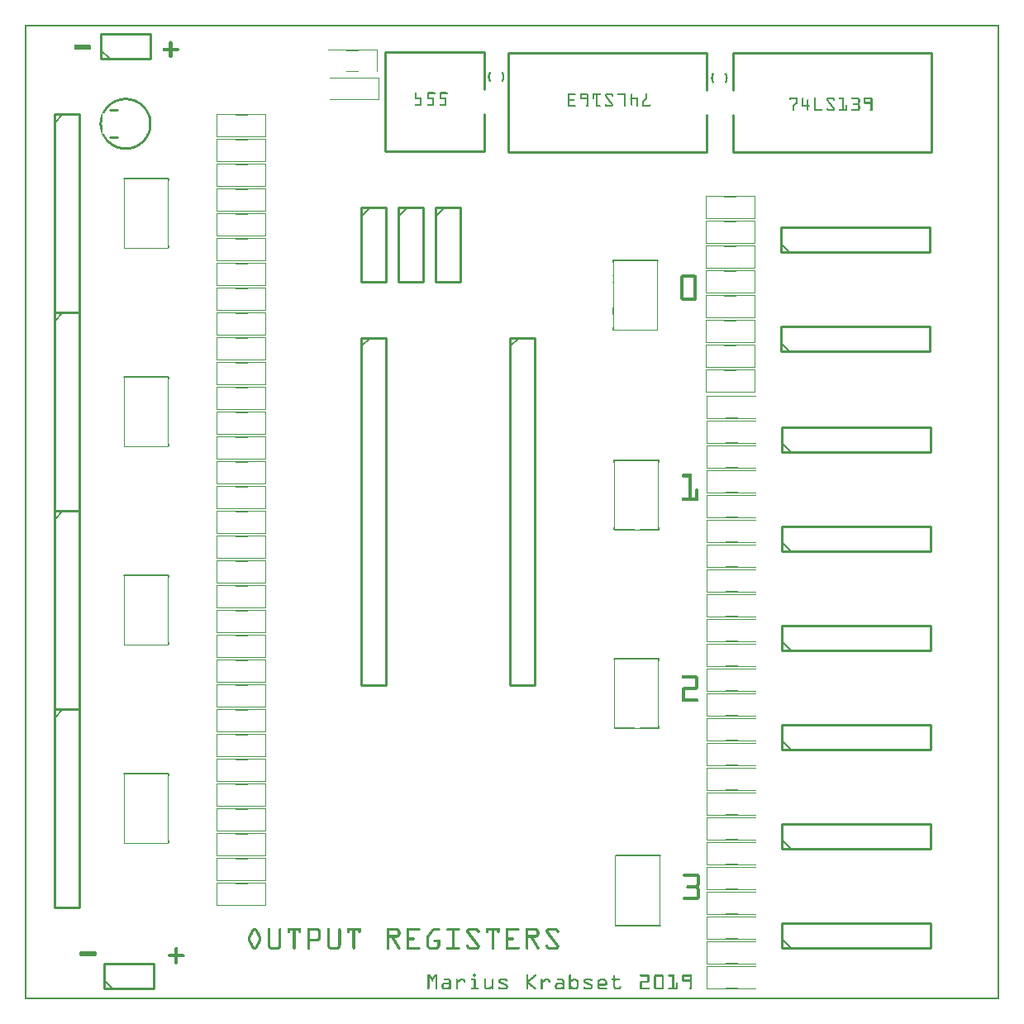
<source format=gto>
G04 MADE WITH FRITZING*
G04 WWW.FRITZING.ORG*
G04 DOUBLE SIDED*
G04 HOLES PLATED*
G04 CONTOUR ON CENTER OF CONTOUR VECTOR*
%ASAXBY*%
%FSLAX23Y23*%
%MOIN*%
%OFA0B0*%
%SFA1.0B1.0*%
%ADD10C,0.013102X0.00916537*%
%ADD11C,0.010000*%
%ADD12C,0.005000*%
%ADD13C,0.011000*%
%ADD14R,0.001000X0.001000*%
%LNSILK1*%
G90*
G70*
G54D10*
X2406Y561D03*
X2402Y1356D03*
X2401Y2156D03*
X2397Y2962D03*
X425Y892D03*
X425Y1692D03*
X425Y2492D03*
X425Y3292D03*
G54D11*
X1658Y3195D02*
X1658Y2895D01*
D02*
X1658Y2895D02*
X1758Y2895D01*
D02*
X1758Y2895D02*
X1758Y3195D01*
D02*
X1758Y3195D02*
X1658Y3195D01*
G54D12*
D02*
X1658Y3160D02*
X1693Y3195D01*
G54D11*
D02*
X1508Y3195D02*
X1508Y2895D01*
D02*
X1508Y2895D02*
X1608Y2895D01*
D02*
X1608Y2895D02*
X1608Y3195D01*
D02*
X1608Y3195D02*
X1508Y3195D01*
G54D12*
D02*
X1508Y3160D02*
X1543Y3195D01*
G54D11*
D02*
X1358Y3195D02*
X1358Y2895D01*
D02*
X1358Y2895D02*
X1458Y2895D01*
D02*
X1458Y2895D02*
X1458Y3195D01*
D02*
X1458Y3195D02*
X1358Y3195D01*
G54D12*
D02*
X1358Y3160D02*
X1393Y3195D01*
G54D11*
D02*
X308Y3795D02*
X508Y3795D01*
D02*
X508Y3795D02*
X508Y3895D01*
D02*
X508Y3895D02*
X308Y3895D01*
D02*
X308Y3895D02*
X308Y3795D01*
G54D12*
D02*
X343Y3795D02*
X308Y3830D01*
G54D11*
D02*
X321Y45D02*
X521Y45D01*
D02*
X521Y45D02*
X521Y145D01*
D02*
X521Y145D02*
X321Y145D01*
D02*
X321Y145D02*
X321Y45D01*
G54D12*
D02*
X356Y45D02*
X321Y80D01*
G54D11*
D02*
X120Y1172D02*
X120Y372D01*
D02*
X120Y372D02*
X220Y372D01*
D02*
X220Y372D02*
X220Y1172D01*
D02*
X220Y1172D02*
X120Y1172D01*
G54D12*
D02*
X120Y1137D02*
X155Y1172D01*
G54D11*
D02*
X120Y1972D02*
X120Y1172D01*
D02*
X120Y1172D02*
X220Y1172D01*
D02*
X220Y1172D02*
X220Y1972D01*
D02*
X220Y1972D02*
X120Y1972D01*
G54D12*
D02*
X120Y1937D02*
X155Y1972D01*
G54D11*
D02*
X120Y2772D02*
X120Y1972D01*
D02*
X120Y1972D02*
X220Y1972D01*
D02*
X220Y1972D02*
X220Y2772D01*
D02*
X220Y2772D02*
X120Y2772D01*
G54D12*
D02*
X120Y2737D02*
X155Y2772D01*
G54D11*
D02*
X120Y3572D02*
X120Y2772D01*
D02*
X120Y2772D02*
X220Y2772D01*
D02*
X220Y2772D02*
X220Y3572D01*
D02*
X220Y3572D02*
X120Y3572D01*
G54D12*
D02*
X120Y3537D02*
X155Y3572D01*
D02*
X2384Y581D02*
X2563Y581D01*
D02*
X2563Y300D02*
X2384Y300D01*
D02*
X2379Y1376D02*
X2559Y1376D01*
D02*
X2379Y2176D02*
X2558Y2176D01*
D02*
X2374Y2982D02*
X2554Y2982D01*
D02*
X402Y912D02*
X581Y912D01*
D02*
X402Y1712D02*
X581Y1712D01*
D02*
X402Y2512D02*
X581Y2512D01*
D02*
X402Y3312D02*
X581Y3312D01*
G54D11*
D02*
X1853Y3822D02*
X1453Y3822D01*
D02*
X1453Y3822D02*
X1453Y3422D01*
D02*
X1453Y3422D02*
X1853Y3422D01*
D02*
X1853Y3822D02*
X1853Y3672D01*
D02*
X1853Y3572D02*
X1853Y3422D01*
D02*
X2857Y3419D02*
X3657Y3419D01*
D02*
X3657Y3419D02*
X3657Y3819D01*
D02*
X3657Y3819D02*
X2857Y3819D01*
D02*
X2857Y3419D02*
X2857Y3569D01*
D02*
X2857Y3669D02*
X2857Y3819D01*
D02*
X2752Y3819D02*
X1952Y3819D01*
D02*
X1952Y3819D02*
X1952Y3419D01*
D02*
X1952Y3419D02*
X2752Y3419D01*
D02*
X2752Y3819D02*
X2752Y3669D01*
D02*
X2752Y3569D02*
X2752Y3419D01*
D02*
X3056Y209D02*
X3656Y209D01*
D02*
X3656Y209D02*
X3656Y309D01*
D02*
X3656Y309D02*
X3056Y309D01*
D02*
X3056Y309D02*
X3056Y209D01*
G54D12*
D02*
X3091Y209D02*
X3056Y244D01*
G54D11*
D02*
X3056Y1009D02*
X3656Y1009D01*
D02*
X3656Y1009D02*
X3656Y1109D01*
D02*
X3656Y1109D02*
X3056Y1109D01*
D02*
X3056Y1109D02*
X3056Y1009D01*
G54D12*
D02*
X3091Y1009D02*
X3056Y1044D01*
G54D11*
D02*
X3056Y1809D02*
X3656Y1809D01*
D02*
X3656Y1809D02*
X3656Y1909D01*
D02*
X3656Y1909D02*
X3056Y1909D01*
D02*
X3056Y1909D02*
X3056Y1809D01*
G54D12*
D02*
X3091Y1809D02*
X3056Y1844D01*
G54D11*
D02*
X3051Y2615D02*
X3651Y2615D01*
D02*
X3651Y2615D02*
X3651Y2715D01*
D02*
X3651Y2715D02*
X3051Y2715D01*
D02*
X3051Y2715D02*
X3051Y2615D01*
G54D12*
D02*
X3086Y2615D02*
X3051Y2650D01*
G54D11*
D02*
X3056Y609D02*
X3656Y609D01*
D02*
X3656Y609D02*
X3656Y709D01*
D02*
X3656Y709D02*
X3056Y709D01*
D02*
X3056Y709D02*
X3056Y609D01*
G54D12*
D02*
X3091Y609D02*
X3056Y644D01*
G54D11*
D02*
X3056Y1409D02*
X3656Y1409D01*
D02*
X3656Y1409D02*
X3656Y1509D01*
D02*
X3656Y1509D02*
X3056Y1509D01*
D02*
X3056Y1509D02*
X3056Y1409D01*
G54D12*
D02*
X3091Y1409D02*
X3056Y1444D01*
G54D11*
D02*
X3056Y2209D02*
X3656Y2209D01*
D02*
X3656Y2209D02*
X3656Y2309D01*
D02*
X3656Y2309D02*
X3056Y2309D01*
D02*
X3056Y2309D02*
X3056Y2209D01*
G54D12*
D02*
X3091Y2209D02*
X3056Y2244D01*
G54D11*
D02*
X3051Y3015D02*
X3651Y3015D01*
D02*
X3651Y3015D02*
X3651Y3115D01*
D02*
X3651Y3115D02*
X3051Y3115D01*
D02*
X3051Y3115D02*
X3051Y3015D01*
G54D12*
D02*
X3086Y3015D02*
X3051Y3050D01*
G54D11*
D02*
X1958Y2670D02*
X1958Y1270D01*
D02*
X1958Y1270D02*
X2058Y1270D01*
D02*
X2058Y1270D02*
X2058Y2670D01*
D02*
X2058Y2670D02*
X1958Y2670D01*
G54D12*
D02*
X1958Y2635D02*
X1993Y2670D01*
G54D11*
D02*
X1358Y2670D02*
X1358Y1270D01*
D02*
X1358Y1270D02*
X1458Y1270D01*
D02*
X1458Y1270D02*
X1458Y2670D01*
D02*
X1458Y2670D02*
X1358Y2670D01*
G54D12*
D02*
X1358Y2635D02*
X1393Y2670D01*
G54D13*
X343Y3588D02*
X373Y3588D01*
D02*
X343Y3478D02*
X373Y3478D01*
D02*
G54D14*
X0Y3933D02*
X3932Y3933D01*
X0Y3932D02*
X3932Y3932D01*
X0Y3931D02*
X3932Y3931D01*
X0Y3930D02*
X3932Y3930D01*
X0Y3929D02*
X3932Y3929D01*
X0Y3928D02*
X3932Y3928D01*
X0Y3927D02*
X3932Y3927D01*
X0Y3926D02*
X3932Y3926D01*
X0Y3925D02*
X7Y3925D01*
X3925Y3925D02*
X3932Y3925D01*
X0Y3924D02*
X7Y3924D01*
X3925Y3924D02*
X3932Y3924D01*
X0Y3923D02*
X7Y3923D01*
X3925Y3923D02*
X3932Y3923D01*
X0Y3922D02*
X7Y3922D01*
X3925Y3922D02*
X3932Y3922D01*
X0Y3921D02*
X7Y3921D01*
X3925Y3921D02*
X3932Y3921D01*
X0Y3920D02*
X7Y3920D01*
X3925Y3920D02*
X3932Y3920D01*
X0Y3919D02*
X7Y3919D01*
X3925Y3919D02*
X3932Y3919D01*
X0Y3918D02*
X7Y3918D01*
X3925Y3918D02*
X3932Y3918D01*
X0Y3917D02*
X7Y3917D01*
X3925Y3917D02*
X3932Y3917D01*
X0Y3916D02*
X7Y3916D01*
X3925Y3916D02*
X3932Y3916D01*
X0Y3915D02*
X7Y3915D01*
X3925Y3915D02*
X3932Y3915D01*
X0Y3914D02*
X7Y3914D01*
X3925Y3914D02*
X3932Y3914D01*
X0Y3913D02*
X7Y3913D01*
X3925Y3913D02*
X3932Y3913D01*
X0Y3912D02*
X7Y3912D01*
X3925Y3912D02*
X3932Y3912D01*
X0Y3911D02*
X7Y3911D01*
X3925Y3911D02*
X3932Y3911D01*
X0Y3910D02*
X7Y3910D01*
X3925Y3910D02*
X3932Y3910D01*
X0Y3909D02*
X7Y3909D01*
X3925Y3909D02*
X3932Y3909D01*
X0Y3908D02*
X7Y3908D01*
X3925Y3908D02*
X3932Y3908D01*
X0Y3907D02*
X7Y3907D01*
X3925Y3907D02*
X3932Y3907D01*
X0Y3906D02*
X7Y3906D01*
X3925Y3906D02*
X3932Y3906D01*
X0Y3905D02*
X7Y3905D01*
X3925Y3905D02*
X3932Y3905D01*
X0Y3904D02*
X7Y3904D01*
X3925Y3904D02*
X3932Y3904D01*
X0Y3903D02*
X7Y3903D01*
X3925Y3903D02*
X3932Y3903D01*
X0Y3902D02*
X7Y3902D01*
X3925Y3902D02*
X3932Y3902D01*
X0Y3901D02*
X7Y3901D01*
X3925Y3901D02*
X3932Y3901D01*
X0Y3900D02*
X7Y3900D01*
X3925Y3900D02*
X3932Y3900D01*
X0Y3899D02*
X7Y3899D01*
X3925Y3899D02*
X3932Y3899D01*
X0Y3898D02*
X7Y3898D01*
X3925Y3898D02*
X3932Y3898D01*
X0Y3897D02*
X7Y3897D01*
X3925Y3897D02*
X3932Y3897D01*
X0Y3896D02*
X7Y3896D01*
X3925Y3896D02*
X3932Y3896D01*
X0Y3895D02*
X7Y3895D01*
X3925Y3895D02*
X3932Y3895D01*
X0Y3894D02*
X7Y3894D01*
X3925Y3894D02*
X3932Y3894D01*
X0Y3893D02*
X7Y3893D01*
X3925Y3893D02*
X3932Y3893D01*
X0Y3892D02*
X7Y3892D01*
X3925Y3892D02*
X3932Y3892D01*
X0Y3891D02*
X7Y3891D01*
X3925Y3891D02*
X3932Y3891D01*
X0Y3890D02*
X7Y3890D01*
X3925Y3890D02*
X3932Y3890D01*
X0Y3889D02*
X7Y3889D01*
X3925Y3889D02*
X3932Y3889D01*
X0Y3888D02*
X7Y3888D01*
X3925Y3888D02*
X3932Y3888D01*
X0Y3887D02*
X7Y3887D01*
X3925Y3887D02*
X3932Y3887D01*
X0Y3886D02*
X7Y3886D01*
X3925Y3886D02*
X3932Y3886D01*
X0Y3885D02*
X7Y3885D01*
X3925Y3885D02*
X3932Y3885D01*
X0Y3884D02*
X7Y3884D01*
X3925Y3884D02*
X3932Y3884D01*
X0Y3883D02*
X7Y3883D01*
X3925Y3883D02*
X3932Y3883D01*
X0Y3882D02*
X7Y3882D01*
X3925Y3882D02*
X3932Y3882D01*
X0Y3881D02*
X7Y3881D01*
X3925Y3881D02*
X3932Y3881D01*
X0Y3880D02*
X7Y3880D01*
X3925Y3880D02*
X3932Y3880D01*
X0Y3879D02*
X7Y3879D01*
X3925Y3879D02*
X3932Y3879D01*
X0Y3878D02*
X7Y3878D01*
X3925Y3878D02*
X3932Y3878D01*
X0Y3877D02*
X7Y3877D01*
X3925Y3877D02*
X3932Y3877D01*
X0Y3876D02*
X7Y3876D01*
X3925Y3876D02*
X3932Y3876D01*
X0Y3875D02*
X7Y3875D01*
X3925Y3875D02*
X3932Y3875D01*
X0Y3874D02*
X7Y3874D01*
X3925Y3874D02*
X3932Y3874D01*
X0Y3873D02*
X7Y3873D01*
X3925Y3873D02*
X3932Y3873D01*
X0Y3872D02*
X7Y3872D01*
X3925Y3872D02*
X3932Y3872D01*
X0Y3871D02*
X7Y3871D01*
X3925Y3871D02*
X3932Y3871D01*
X0Y3870D02*
X7Y3870D01*
X3925Y3870D02*
X3932Y3870D01*
X0Y3869D02*
X7Y3869D01*
X3925Y3869D02*
X3932Y3869D01*
X0Y3868D02*
X7Y3868D01*
X3925Y3868D02*
X3932Y3868D01*
X0Y3867D02*
X7Y3867D01*
X588Y3867D02*
X591Y3867D01*
X3925Y3867D02*
X3932Y3867D01*
X0Y3866D02*
X7Y3866D01*
X586Y3866D02*
X593Y3866D01*
X3925Y3866D02*
X3932Y3866D01*
X0Y3865D02*
X7Y3865D01*
X585Y3865D02*
X594Y3865D01*
X3925Y3865D02*
X3932Y3865D01*
X0Y3864D02*
X7Y3864D01*
X584Y3864D02*
X595Y3864D01*
X3925Y3864D02*
X3932Y3864D01*
X0Y3863D02*
X7Y3863D01*
X584Y3863D02*
X596Y3863D01*
X3925Y3863D02*
X3932Y3863D01*
X0Y3862D02*
X7Y3862D01*
X583Y3862D02*
X596Y3862D01*
X3925Y3862D02*
X3932Y3862D01*
X0Y3861D02*
X7Y3861D01*
X583Y3861D02*
X596Y3861D01*
X3925Y3861D02*
X3932Y3861D01*
X0Y3860D02*
X7Y3860D01*
X583Y3860D02*
X596Y3860D01*
X3925Y3860D02*
X3932Y3860D01*
X0Y3859D02*
X7Y3859D01*
X583Y3859D02*
X596Y3859D01*
X3925Y3859D02*
X3932Y3859D01*
X0Y3858D02*
X7Y3858D01*
X583Y3858D02*
X596Y3858D01*
X3925Y3858D02*
X3932Y3858D01*
X0Y3857D02*
X7Y3857D01*
X583Y3857D02*
X596Y3857D01*
X3925Y3857D02*
X3932Y3857D01*
X0Y3856D02*
X7Y3856D01*
X583Y3856D02*
X596Y3856D01*
X3925Y3856D02*
X3932Y3856D01*
X0Y3855D02*
X7Y3855D01*
X583Y3855D02*
X596Y3855D01*
X3925Y3855D02*
X3932Y3855D01*
X0Y3854D02*
X7Y3854D01*
X583Y3854D02*
X596Y3854D01*
X3925Y3854D02*
X3932Y3854D01*
X0Y3853D02*
X7Y3853D01*
X583Y3853D02*
X596Y3853D01*
X3925Y3853D02*
X3932Y3853D01*
X0Y3852D02*
X7Y3852D01*
X583Y3852D02*
X596Y3852D01*
X3925Y3852D02*
X3932Y3852D01*
X0Y3851D02*
X7Y3851D01*
X207Y3851D02*
X261Y3851D01*
X583Y3851D02*
X596Y3851D01*
X3925Y3851D02*
X3932Y3851D01*
X0Y3850D02*
X7Y3850D01*
X203Y3850D02*
X265Y3850D01*
X583Y3850D02*
X596Y3850D01*
X3925Y3850D02*
X3932Y3850D01*
X0Y3849D02*
X7Y3849D01*
X202Y3849D02*
X266Y3849D01*
X583Y3849D02*
X596Y3849D01*
X3925Y3849D02*
X3932Y3849D01*
X0Y3848D02*
X7Y3848D01*
X201Y3848D02*
X267Y3848D01*
X583Y3848D02*
X596Y3848D01*
X3925Y3848D02*
X3932Y3848D01*
X0Y3847D02*
X7Y3847D01*
X201Y3847D02*
X267Y3847D01*
X583Y3847D02*
X596Y3847D01*
X3925Y3847D02*
X3932Y3847D01*
X0Y3846D02*
X7Y3846D01*
X200Y3846D02*
X268Y3846D01*
X583Y3846D02*
X596Y3846D01*
X3925Y3846D02*
X3932Y3846D01*
X0Y3845D02*
X7Y3845D01*
X200Y3845D02*
X268Y3845D01*
X583Y3845D02*
X596Y3845D01*
X3925Y3845D02*
X3932Y3845D01*
X0Y3844D02*
X7Y3844D01*
X200Y3844D02*
X268Y3844D01*
X583Y3844D02*
X596Y3844D01*
X3925Y3844D02*
X3932Y3844D01*
X0Y3843D02*
X7Y3843D01*
X200Y3843D02*
X268Y3843D01*
X583Y3843D02*
X596Y3843D01*
X3925Y3843D02*
X3932Y3843D01*
X0Y3842D02*
X7Y3842D01*
X200Y3842D02*
X268Y3842D01*
X583Y3842D02*
X596Y3842D01*
X3925Y3842D02*
X3932Y3842D01*
X0Y3841D02*
X7Y3841D01*
X200Y3841D02*
X268Y3841D01*
X583Y3841D02*
X596Y3841D01*
X3925Y3841D02*
X3932Y3841D01*
X0Y3840D02*
X7Y3840D01*
X200Y3840D02*
X268Y3840D01*
X583Y3840D02*
X596Y3840D01*
X3925Y3840D02*
X3932Y3840D01*
X0Y3839D02*
X7Y3839D01*
X200Y3839D02*
X268Y3839D01*
X559Y3839D02*
X620Y3839D01*
X3925Y3839D02*
X3932Y3839D01*
X0Y3838D02*
X7Y3838D01*
X200Y3838D02*
X268Y3838D01*
X558Y3838D02*
X621Y3838D01*
X3925Y3838D02*
X3932Y3838D01*
X0Y3837D02*
X7Y3837D01*
X200Y3837D02*
X268Y3837D01*
X557Y3837D02*
X622Y3837D01*
X3925Y3837D02*
X3932Y3837D01*
X0Y3836D02*
X7Y3836D01*
X200Y3836D02*
X268Y3836D01*
X557Y3836D02*
X623Y3836D01*
X3925Y3836D02*
X3932Y3836D01*
X0Y3835D02*
X7Y3835D01*
X201Y3835D02*
X267Y3835D01*
X557Y3835D02*
X623Y3835D01*
X3925Y3835D02*
X3932Y3835D01*
X0Y3834D02*
X7Y3834D01*
X201Y3834D02*
X267Y3834D01*
X557Y3834D02*
X624Y3834D01*
X3925Y3834D02*
X3932Y3834D01*
X0Y3833D02*
X7Y3833D01*
X202Y3833D02*
X266Y3833D01*
X557Y3833D02*
X624Y3833D01*
X3925Y3833D02*
X3932Y3833D01*
X0Y3832D02*
X7Y3832D01*
X204Y3832D02*
X264Y3832D01*
X557Y3832D02*
X624Y3832D01*
X3925Y3832D02*
X3932Y3832D01*
X0Y3831D02*
X7Y3831D01*
X557Y3831D02*
X623Y3831D01*
X3925Y3831D02*
X3932Y3831D01*
X0Y3830D02*
X7Y3830D01*
X557Y3830D02*
X623Y3830D01*
X1224Y3830D02*
X1423Y3830D01*
X3925Y3830D02*
X3932Y3830D01*
X0Y3829D02*
X7Y3829D01*
X557Y3829D02*
X622Y3829D01*
X1224Y3829D02*
X1423Y3829D01*
X3925Y3829D02*
X3932Y3829D01*
X0Y3828D02*
X7Y3828D01*
X558Y3828D02*
X622Y3828D01*
X1224Y3828D02*
X1423Y3828D01*
X3925Y3828D02*
X3932Y3828D01*
X0Y3827D02*
X7Y3827D01*
X559Y3827D02*
X620Y3827D01*
X1224Y3827D02*
X1225Y3827D01*
X1299Y3827D02*
X1347Y3827D01*
X1421Y3827D02*
X1423Y3827D01*
X3925Y3827D02*
X3932Y3827D01*
X0Y3826D02*
X7Y3826D01*
X562Y3826D02*
X618Y3826D01*
X1224Y3826D02*
X1225Y3826D01*
X1421Y3826D02*
X1423Y3826D01*
X3925Y3826D02*
X3932Y3826D01*
X0Y3825D02*
X7Y3825D01*
X583Y3825D02*
X596Y3825D01*
X1224Y3825D02*
X1225Y3825D01*
X1421Y3825D02*
X1423Y3825D01*
X3925Y3825D02*
X3932Y3825D01*
X0Y3824D02*
X7Y3824D01*
X583Y3824D02*
X596Y3824D01*
X1224Y3824D02*
X1225Y3824D01*
X1421Y3824D02*
X1423Y3824D01*
X3925Y3824D02*
X3932Y3824D01*
X0Y3823D02*
X7Y3823D01*
X583Y3823D02*
X596Y3823D01*
X1224Y3823D02*
X1225Y3823D01*
X1421Y3823D02*
X1423Y3823D01*
X3925Y3823D02*
X3932Y3823D01*
X0Y3822D02*
X7Y3822D01*
X583Y3822D02*
X596Y3822D01*
X1224Y3822D02*
X1225Y3822D01*
X1421Y3822D02*
X1423Y3822D01*
X3925Y3822D02*
X3932Y3822D01*
X0Y3821D02*
X7Y3821D01*
X583Y3821D02*
X596Y3821D01*
X1224Y3821D02*
X1225Y3821D01*
X1421Y3821D02*
X1423Y3821D01*
X3925Y3821D02*
X3932Y3821D01*
X0Y3820D02*
X7Y3820D01*
X583Y3820D02*
X596Y3820D01*
X1224Y3820D02*
X1225Y3820D01*
X1421Y3820D02*
X1423Y3820D01*
X3925Y3820D02*
X3932Y3820D01*
X0Y3819D02*
X7Y3819D01*
X583Y3819D02*
X596Y3819D01*
X1224Y3819D02*
X1225Y3819D01*
X1421Y3819D02*
X1423Y3819D01*
X3925Y3819D02*
X3932Y3819D01*
X0Y3818D02*
X7Y3818D01*
X583Y3818D02*
X596Y3818D01*
X1224Y3818D02*
X1225Y3818D01*
X1421Y3818D02*
X1423Y3818D01*
X3925Y3818D02*
X3932Y3818D01*
X0Y3817D02*
X7Y3817D01*
X583Y3817D02*
X596Y3817D01*
X1224Y3817D02*
X1225Y3817D01*
X1421Y3817D02*
X1423Y3817D01*
X3925Y3817D02*
X3932Y3817D01*
X0Y3816D02*
X7Y3816D01*
X583Y3816D02*
X596Y3816D01*
X1224Y3816D02*
X1225Y3816D01*
X1421Y3816D02*
X1423Y3816D01*
X3925Y3816D02*
X3932Y3816D01*
X0Y3815D02*
X7Y3815D01*
X583Y3815D02*
X596Y3815D01*
X1224Y3815D02*
X1225Y3815D01*
X1421Y3815D02*
X1423Y3815D01*
X3925Y3815D02*
X3932Y3815D01*
X0Y3814D02*
X7Y3814D01*
X583Y3814D02*
X596Y3814D01*
X1224Y3814D02*
X1225Y3814D01*
X1421Y3814D02*
X1423Y3814D01*
X3925Y3814D02*
X3932Y3814D01*
X0Y3813D02*
X7Y3813D01*
X583Y3813D02*
X596Y3813D01*
X1224Y3813D02*
X1225Y3813D01*
X1421Y3813D02*
X1423Y3813D01*
X3925Y3813D02*
X3932Y3813D01*
X0Y3812D02*
X7Y3812D01*
X583Y3812D02*
X596Y3812D01*
X1224Y3812D02*
X1225Y3812D01*
X1421Y3812D02*
X1423Y3812D01*
X3925Y3812D02*
X3932Y3812D01*
X0Y3811D02*
X7Y3811D01*
X583Y3811D02*
X596Y3811D01*
X1224Y3811D02*
X1225Y3811D01*
X1421Y3811D02*
X1423Y3811D01*
X3925Y3811D02*
X3932Y3811D01*
X0Y3810D02*
X7Y3810D01*
X583Y3810D02*
X596Y3810D01*
X1224Y3810D02*
X1225Y3810D01*
X1421Y3810D02*
X1423Y3810D01*
X3925Y3810D02*
X3932Y3810D01*
X0Y3809D02*
X7Y3809D01*
X583Y3809D02*
X596Y3809D01*
X1224Y3809D02*
X1225Y3809D01*
X1421Y3809D02*
X1423Y3809D01*
X3925Y3809D02*
X3932Y3809D01*
X0Y3808D02*
X7Y3808D01*
X583Y3808D02*
X596Y3808D01*
X1224Y3808D02*
X1225Y3808D01*
X1421Y3808D02*
X1423Y3808D01*
X3925Y3808D02*
X3932Y3808D01*
X0Y3807D02*
X7Y3807D01*
X583Y3807D02*
X596Y3807D01*
X1224Y3807D02*
X1225Y3807D01*
X1421Y3807D02*
X1423Y3807D01*
X3925Y3807D02*
X3932Y3807D01*
X0Y3806D02*
X7Y3806D01*
X583Y3806D02*
X596Y3806D01*
X1224Y3806D02*
X1225Y3806D01*
X1421Y3806D02*
X1423Y3806D01*
X3925Y3806D02*
X3932Y3806D01*
X0Y3805D02*
X7Y3805D01*
X583Y3805D02*
X596Y3805D01*
X1224Y3805D02*
X1225Y3805D01*
X1421Y3805D02*
X1423Y3805D01*
X3925Y3805D02*
X3932Y3805D01*
X0Y3804D02*
X7Y3804D01*
X583Y3804D02*
X596Y3804D01*
X1224Y3804D02*
X1225Y3804D01*
X1421Y3804D02*
X1423Y3804D01*
X3925Y3804D02*
X3932Y3804D01*
X0Y3803D02*
X7Y3803D01*
X584Y3803D02*
X596Y3803D01*
X1224Y3803D02*
X1225Y3803D01*
X1421Y3803D02*
X1423Y3803D01*
X3925Y3803D02*
X3932Y3803D01*
X0Y3802D02*
X7Y3802D01*
X584Y3802D02*
X595Y3802D01*
X1224Y3802D02*
X1225Y3802D01*
X1421Y3802D02*
X1423Y3802D01*
X3925Y3802D02*
X3932Y3802D01*
X0Y3801D02*
X7Y3801D01*
X585Y3801D02*
X594Y3801D01*
X1224Y3801D02*
X1225Y3801D01*
X1421Y3801D02*
X1423Y3801D01*
X3925Y3801D02*
X3932Y3801D01*
X0Y3800D02*
X7Y3800D01*
X586Y3800D02*
X593Y3800D01*
X1224Y3800D02*
X1225Y3800D01*
X1421Y3800D02*
X1423Y3800D01*
X3925Y3800D02*
X3932Y3800D01*
X0Y3799D02*
X7Y3799D01*
X587Y3799D02*
X592Y3799D01*
X1224Y3799D02*
X1225Y3799D01*
X1421Y3799D02*
X1423Y3799D01*
X3925Y3799D02*
X3932Y3799D01*
X0Y3798D02*
X7Y3798D01*
X1224Y3798D02*
X1225Y3798D01*
X1421Y3798D02*
X1423Y3798D01*
X3925Y3798D02*
X3932Y3798D01*
X0Y3797D02*
X7Y3797D01*
X1224Y3797D02*
X1225Y3797D01*
X1421Y3797D02*
X1423Y3797D01*
X3925Y3797D02*
X3932Y3797D01*
X0Y3796D02*
X7Y3796D01*
X1224Y3796D02*
X1225Y3796D01*
X1421Y3796D02*
X1423Y3796D01*
X3925Y3796D02*
X3932Y3796D01*
X0Y3795D02*
X7Y3795D01*
X1224Y3795D02*
X1225Y3795D01*
X1421Y3795D02*
X1423Y3795D01*
X3925Y3795D02*
X3932Y3795D01*
X0Y3794D02*
X7Y3794D01*
X1224Y3794D02*
X1225Y3794D01*
X1421Y3794D02*
X1423Y3794D01*
X3925Y3794D02*
X3932Y3794D01*
X0Y3793D02*
X7Y3793D01*
X1224Y3793D02*
X1225Y3793D01*
X1421Y3793D02*
X1423Y3793D01*
X3925Y3793D02*
X3932Y3793D01*
X0Y3792D02*
X7Y3792D01*
X1224Y3792D02*
X1225Y3792D01*
X1421Y3792D02*
X1423Y3792D01*
X3925Y3792D02*
X3932Y3792D01*
X0Y3791D02*
X7Y3791D01*
X1224Y3791D02*
X1225Y3791D01*
X1421Y3791D02*
X1423Y3791D01*
X3925Y3791D02*
X3932Y3791D01*
X0Y3790D02*
X7Y3790D01*
X1224Y3790D02*
X1225Y3790D01*
X1421Y3790D02*
X1423Y3790D01*
X3925Y3790D02*
X3932Y3790D01*
X0Y3789D02*
X7Y3789D01*
X1224Y3789D02*
X1225Y3789D01*
X1421Y3789D02*
X1423Y3789D01*
X3925Y3789D02*
X3932Y3789D01*
X0Y3788D02*
X7Y3788D01*
X1224Y3788D02*
X1225Y3788D01*
X1421Y3788D02*
X1423Y3788D01*
X3925Y3788D02*
X3932Y3788D01*
X0Y3787D02*
X7Y3787D01*
X1224Y3787D02*
X1225Y3787D01*
X1421Y3787D02*
X1423Y3787D01*
X3925Y3787D02*
X3932Y3787D01*
X0Y3786D02*
X7Y3786D01*
X1224Y3786D02*
X1225Y3786D01*
X1421Y3786D02*
X1423Y3786D01*
X3925Y3786D02*
X3932Y3786D01*
X0Y3785D02*
X7Y3785D01*
X1224Y3785D02*
X1225Y3785D01*
X1421Y3785D02*
X1423Y3785D01*
X3925Y3785D02*
X3932Y3785D01*
X0Y3784D02*
X7Y3784D01*
X1224Y3784D02*
X1225Y3784D01*
X1421Y3784D02*
X1423Y3784D01*
X3925Y3784D02*
X3932Y3784D01*
X0Y3783D02*
X7Y3783D01*
X1224Y3783D02*
X1225Y3783D01*
X1421Y3783D02*
X1423Y3783D01*
X3925Y3783D02*
X3932Y3783D01*
X0Y3782D02*
X7Y3782D01*
X1224Y3782D02*
X1225Y3782D01*
X1421Y3782D02*
X1423Y3782D01*
X3925Y3782D02*
X3932Y3782D01*
X0Y3781D02*
X7Y3781D01*
X1224Y3781D02*
X1225Y3781D01*
X1421Y3781D02*
X1423Y3781D01*
X3925Y3781D02*
X3932Y3781D01*
X0Y3780D02*
X7Y3780D01*
X1224Y3780D02*
X1225Y3780D01*
X1421Y3780D02*
X1423Y3780D01*
X3925Y3780D02*
X3932Y3780D01*
X0Y3779D02*
X7Y3779D01*
X1224Y3779D02*
X1225Y3779D01*
X1421Y3779D02*
X1423Y3779D01*
X3925Y3779D02*
X3932Y3779D01*
X0Y3778D02*
X7Y3778D01*
X1224Y3778D02*
X1225Y3778D01*
X1421Y3778D02*
X1423Y3778D01*
X3925Y3778D02*
X3932Y3778D01*
X0Y3777D02*
X7Y3777D01*
X1224Y3777D02*
X1225Y3777D01*
X1421Y3777D02*
X1423Y3777D01*
X3925Y3777D02*
X3932Y3777D01*
X0Y3776D02*
X7Y3776D01*
X1224Y3776D02*
X1225Y3776D01*
X1421Y3776D02*
X1423Y3776D01*
X3925Y3776D02*
X3932Y3776D01*
X0Y3775D02*
X7Y3775D01*
X1224Y3775D02*
X1225Y3775D01*
X1421Y3775D02*
X1423Y3775D01*
X3925Y3775D02*
X3932Y3775D01*
X0Y3774D02*
X7Y3774D01*
X1224Y3774D02*
X1225Y3774D01*
X1421Y3774D02*
X1423Y3774D01*
X3925Y3774D02*
X3932Y3774D01*
X0Y3773D02*
X7Y3773D01*
X1224Y3773D02*
X1225Y3773D01*
X1421Y3773D02*
X1423Y3773D01*
X3925Y3773D02*
X3932Y3773D01*
X0Y3772D02*
X7Y3772D01*
X1224Y3772D02*
X1225Y3772D01*
X1421Y3772D02*
X1423Y3772D01*
X3925Y3772D02*
X3932Y3772D01*
X0Y3771D02*
X7Y3771D01*
X1224Y3771D02*
X1225Y3771D01*
X1421Y3771D02*
X1423Y3771D01*
X3925Y3771D02*
X3932Y3771D01*
X0Y3770D02*
X7Y3770D01*
X1224Y3770D02*
X1225Y3770D01*
X1421Y3770D02*
X1423Y3770D01*
X3925Y3770D02*
X3932Y3770D01*
X0Y3769D02*
X7Y3769D01*
X1224Y3769D02*
X1225Y3769D01*
X1421Y3769D02*
X1423Y3769D01*
X3925Y3769D02*
X3932Y3769D01*
X0Y3768D02*
X7Y3768D01*
X1224Y3768D02*
X1225Y3768D01*
X1421Y3768D02*
X1423Y3768D01*
X3925Y3768D02*
X3932Y3768D01*
X0Y3767D02*
X7Y3767D01*
X1224Y3767D02*
X1225Y3767D01*
X1421Y3767D02*
X1423Y3767D01*
X3925Y3767D02*
X3932Y3767D01*
X0Y3766D02*
X7Y3766D01*
X1224Y3766D02*
X1225Y3766D01*
X1421Y3766D02*
X1423Y3766D01*
X3925Y3766D02*
X3932Y3766D01*
X0Y3765D02*
X7Y3765D01*
X1224Y3765D02*
X1225Y3765D01*
X1421Y3765D02*
X1423Y3765D01*
X3925Y3765D02*
X3932Y3765D01*
X0Y3764D02*
X7Y3764D01*
X1224Y3764D02*
X1225Y3764D01*
X1421Y3764D02*
X1423Y3764D01*
X3925Y3764D02*
X3932Y3764D01*
X0Y3763D02*
X7Y3763D01*
X1224Y3763D02*
X1225Y3763D01*
X1421Y3763D02*
X1423Y3763D01*
X3925Y3763D02*
X3932Y3763D01*
X0Y3762D02*
X7Y3762D01*
X1224Y3762D02*
X1225Y3762D01*
X1421Y3762D02*
X1423Y3762D01*
X3925Y3762D02*
X3932Y3762D01*
X0Y3761D02*
X7Y3761D01*
X1224Y3761D02*
X1225Y3761D01*
X1421Y3761D02*
X1423Y3761D01*
X3925Y3761D02*
X3932Y3761D01*
X0Y3760D02*
X7Y3760D01*
X1224Y3760D02*
X1225Y3760D01*
X1421Y3760D02*
X1423Y3760D01*
X3925Y3760D02*
X3932Y3760D01*
X0Y3759D02*
X7Y3759D01*
X1224Y3759D02*
X1225Y3759D01*
X1421Y3759D02*
X1423Y3759D01*
X3925Y3759D02*
X3932Y3759D01*
X0Y3758D02*
X7Y3758D01*
X1224Y3758D02*
X1225Y3758D01*
X1421Y3758D02*
X1423Y3758D01*
X3925Y3758D02*
X3932Y3758D01*
X0Y3757D02*
X7Y3757D01*
X1224Y3757D02*
X1225Y3757D01*
X1421Y3757D02*
X1423Y3757D01*
X3925Y3757D02*
X3932Y3757D01*
X0Y3756D02*
X7Y3756D01*
X1224Y3756D02*
X1225Y3756D01*
X1421Y3756D02*
X1423Y3756D01*
X3925Y3756D02*
X3932Y3756D01*
X0Y3755D02*
X7Y3755D01*
X1224Y3755D02*
X1225Y3755D01*
X1421Y3755D02*
X1423Y3755D01*
X3925Y3755D02*
X3932Y3755D01*
X0Y3754D02*
X7Y3754D01*
X1224Y3754D02*
X1225Y3754D01*
X1421Y3754D02*
X1423Y3754D01*
X3925Y3754D02*
X3932Y3754D01*
X0Y3753D02*
X7Y3753D01*
X1224Y3753D02*
X1225Y3753D01*
X1421Y3753D02*
X1423Y3753D01*
X3925Y3753D02*
X3932Y3753D01*
X0Y3752D02*
X7Y3752D01*
X1224Y3752D02*
X1225Y3752D01*
X1421Y3752D02*
X1423Y3752D01*
X3925Y3752D02*
X3932Y3752D01*
X0Y3751D02*
X7Y3751D01*
X1224Y3751D02*
X1225Y3751D01*
X1421Y3751D02*
X1423Y3751D01*
X3925Y3751D02*
X3932Y3751D01*
X0Y3750D02*
X7Y3750D01*
X1224Y3750D02*
X1225Y3750D01*
X1421Y3750D02*
X1423Y3750D01*
X3925Y3750D02*
X3932Y3750D01*
X0Y3749D02*
X7Y3749D01*
X1224Y3749D02*
X1225Y3749D01*
X1421Y3749D02*
X1423Y3749D01*
X3925Y3749D02*
X3932Y3749D01*
X0Y3748D02*
X7Y3748D01*
X1224Y3748D02*
X1225Y3748D01*
X1421Y3748D02*
X1423Y3748D01*
X3925Y3748D02*
X3932Y3748D01*
X0Y3747D02*
X7Y3747D01*
X1224Y3747D02*
X1225Y3747D01*
X1421Y3747D02*
X1423Y3747D01*
X3925Y3747D02*
X3932Y3747D01*
X0Y3746D02*
X7Y3746D01*
X1224Y3746D02*
X1225Y3746D01*
X1421Y3746D02*
X1423Y3746D01*
X3925Y3746D02*
X3932Y3746D01*
X0Y3745D02*
X7Y3745D01*
X1224Y3745D02*
X1225Y3745D01*
X1421Y3745D02*
X1423Y3745D01*
X3925Y3745D02*
X3932Y3745D01*
X0Y3744D02*
X7Y3744D01*
X1224Y3744D02*
X1225Y3744D01*
X1299Y3744D02*
X1347Y3744D01*
X1421Y3744D02*
X1423Y3744D01*
X3925Y3744D02*
X3932Y3744D01*
X0Y3743D02*
X7Y3743D01*
X1224Y3743D02*
X1423Y3743D01*
X1876Y3743D02*
X1876Y3743D01*
X1928Y3743D02*
X1928Y3743D01*
X3925Y3743D02*
X3932Y3743D01*
X0Y3742D02*
X7Y3742D01*
X1224Y3742D02*
X1423Y3742D01*
X1875Y3742D02*
X1878Y3742D01*
X1927Y3742D02*
X1929Y3742D01*
X3925Y3742D02*
X3932Y3742D01*
X0Y3741D02*
X7Y3741D01*
X1224Y3741D02*
X1423Y3741D01*
X1875Y3741D02*
X1879Y3741D01*
X1926Y3741D02*
X1930Y3741D01*
X3925Y3741D02*
X3932Y3741D01*
X0Y3740D02*
X7Y3740D01*
X1874Y3740D02*
X1880Y3740D01*
X1924Y3740D02*
X1930Y3740D01*
X3925Y3740D02*
X3932Y3740D01*
X0Y3739D02*
X7Y3739D01*
X1873Y3739D02*
X1881Y3739D01*
X1923Y3739D02*
X1931Y3739D01*
X3925Y3739D02*
X3932Y3739D01*
X0Y3738D02*
X7Y3738D01*
X1873Y3738D02*
X1881Y3738D01*
X1923Y3738D02*
X1932Y3738D01*
X2776Y3738D02*
X2776Y3738D01*
X2828Y3738D02*
X2828Y3738D01*
X3925Y3738D02*
X3932Y3738D01*
X0Y3737D02*
X7Y3737D01*
X1872Y3737D02*
X1881Y3737D01*
X1924Y3737D02*
X1932Y3737D01*
X2775Y3737D02*
X2778Y3737D01*
X2827Y3737D02*
X2829Y3737D01*
X3925Y3737D02*
X3932Y3737D01*
X0Y3736D02*
X7Y3736D01*
X1872Y3736D02*
X1880Y3736D01*
X1925Y3736D02*
X1933Y3736D01*
X2775Y3736D02*
X2779Y3736D01*
X2826Y3736D02*
X2830Y3736D01*
X3925Y3736D02*
X3932Y3736D01*
X0Y3735D02*
X7Y3735D01*
X1871Y3735D02*
X1879Y3735D01*
X1925Y3735D02*
X1933Y3735D01*
X2774Y3735D02*
X2780Y3735D01*
X2824Y3735D02*
X2830Y3735D01*
X3925Y3735D02*
X3932Y3735D01*
X0Y3734D02*
X7Y3734D01*
X1871Y3734D02*
X1879Y3734D01*
X1926Y3734D02*
X1933Y3734D01*
X2773Y3734D02*
X2781Y3734D01*
X2823Y3734D02*
X2831Y3734D01*
X3925Y3734D02*
X3932Y3734D01*
X0Y3733D02*
X7Y3733D01*
X1871Y3733D02*
X1878Y3733D01*
X1926Y3733D02*
X1934Y3733D01*
X2773Y3733D02*
X2781Y3733D01*
X2823Y3733D02*
X2832Y3733D01*
X3925Y3733D02*
X3932Y3733D01*
X0Y3732D02*
X7Y3732D01*
X1870Y3732D02*
X1878Y3732D01*
X1927Y3732D02*
X1934Y3732D01*
X2772Y3732D02*
X2781Y3732D01*
X2824Y3732D02*
X2832Y3732D01*
X3925Y3732D02*
X3932Y3732D01*
X0Y3731D02*
X7Y3731D01*
X1870Y3731D02*
X1877Y3731D01*
X1927Y3731D02*
X1934Y3731D01*
X2772Y3731D02*
X2780Y3731D01*
X2825Y3731D02*
X2833Y3731D01*
X3925Y3731D02*
X3932Y3731D01*
X0Y3730D02*
X7Y3730D01*
X1870Y3730D02*
X1877Y3730D01*
X1928Y3730D02*
X1935Y3730D01*
X2771Y3730D02*
X2779Y3730D01*
X2825Y3730D02*
X2833Y3730D01*
X3925Y3730D02*
X3932Y3730D01*
X0Y3729D02*
X7Y3729D01*
X1870Y3729D02*
X1877Y3729D01*
X1928Y3729D02*
X1935Y3729D01*
X2771Y3729D02*
X2779Y3729D01*
X2826Y3729D02*
X2833Y3729D01*
X3925Y3729D02*
X3932Y3729D01*
X0Y3728D02*
X7Y3728D01*
X1869Y3728D02*
X1876Y3728D01*
X1928Y3728D02*
X1935Y3728D01*
X2771Y3728D02*
X2778Y3728D01*
X2826Y3728D02*
X2834Y3728D01*
X3925Y3728D02*
X3932Y3728D01*
X0Y3727D02*
X7Y3727D01*
X1869Y3727D02*
X1876Y3727D01*
X1928Y3727D02*
X1935Y3727D01*
X2770Y3727D02*
X2778Y3727D01*
X2827Y3727D02*
X2834Y3727D01*
X3925Y3727D02*
X3932Y3727D01*
X0Y3726D02*
X7Y3726D01*
X1869Y3726D02*
X1876Y3726D01*
X1929Y3726D02*
X1935Y3726D01*
X2770Y3726D02*
X2777Y3726D01*
X2827Y3726D02*
X2834Y3726D01*
X3925Y3726D02*
X3932Y3726D01*
X0Y3725D02*
X7Y3725D01*
X1869Y3725D02*
X1876Y3725D01*
X1929Y3725D02*
X1935Y3725D01*
X2770Y3725D02*
X2777Y3725D01*
X2828Y3725D02*
X2835Y3725D01*
X3925Y3725D02*
X3932Y3725D01*
X0Y3724D02*
X7Y3724D01*
X1869Y3724D02*
X1876Y3724D01*
X1929Y3724D02*
X1935Y3724D01*
X2770Y3724D02*
X2777Y3724D01*
X2828Y3724D02*
X2835Y3724D01*
X3925Y3724D02*
X3932Y3724D01*
X0Y3723D02*
X7Y3723D01*
X1869Y3723D02*
X1876Y3723D01*
X1929Y3723D02*
X1936Y3723D01*
X2769Y3723D02*
X2776Y3723D01*
X2828Y3723D02*
X2835Y3723D01*
X3925Y3723D02*
X3932Y3723D01*
X0Y3722D02*
X7Y3722D01*
X1869Y3722D02*
X1876Y3722D01*
X1929Y3722D02*
X1936Y3722D01*
X2769Y3722D02*
X2776Y3722D01*
X2828Y3722D02*
X2835Y3722D01*
X3925Y3722D02*
X3932Y3722D01*
X0Y3721D02*
X7Y3721D01*
X1869Y3721D02*
X1876Y3721D01*
X1929Y3721D02*
X1935Y3721D01*
X2769Y3721D02*
X2776Y3721D01*
X2829Y3721D02*
X2835Y3721D01*
X3925Y3721D02*
X3932Y3721D01*
X0Y3720D02*
X7Y3720D01*
X1869Y3720D02*
X1876Y3720D01*
X1929Y3720D02*
X1935Y3720D01*
X2769Y3720D02*
X2776Y3720D01*
X2829Y3720D02*
X2835Y3720D01*
X3925Y3720D02*
X3932Y3720D01*
X0Y3719D02*
X7Y3719D01*
X1869Y3719D02*
X1876Y3719D01*
X1929Y3719D02*
X1935Y3719D01*
X2769Y3719D02*
X2776Y3719D01*
X2829Y3719D02*
X2835Y3719D01*
X3925Y3719D02*
X3932Y3719D01*
X0Y3718D02*
X7Y3718D01*
X1230Y3718D02*
X1429Y3718D01*
X1869Y3718D02*
X1876Y3718D01*
X1929Y3718D02*
X1935Y3718D01*
X2769Y3718D02*
X2776Y3718D01*
X2829Y3718D02*
X2835Y3718D01*
X3925Y3718D02*
X3932Y3718D01*
X0Y3717D02*
X7Y3717D01*
X1230Y3717D02*
X1429Y3717D01*
X1869Y3717D02*
X1876Y3717D01*
X1928Y3717D02*
X1935Y3717D01*
X2769Y3717D02*
X2776Y3717D01*
X2829Y3717D02*
X2836Y3717D01*
X3925Y3717D02*
X3932Y3717D01*
X0Y3716D02*
X7Y3716D01*
X1230Y3716D02*
X1232Y3716D01*
X1305Y3716D02*
X1354Y3716D01*
X1427Y3716D02*
X1429Y3716D01*
X1870Y3716D02*
X1876Y3716D01*
X1928Y3716D02*
X1935Y3716D01*
X2769Y3716D02*
X2776Y3716D01*
X2829Y3716D02*
X2835Y3716D01*
X3925Y3716D02*
X3932Y3716D01*
X0Y3715D02*
X7Y3715D01*
X1230Y3715D02*
X1232Y3715D01*
X1428Y3715D02*
X1429Y3715D01*
X1870Y3715D02*
X1877Y3715D01*
X1928Y3715D02*
X1935Y3715D01*
X2769Y3715D02*
X2776Y3715D01*
X2829Y3715D02*
X2835Y3715D01*
X3925Y3715D02*
X3932Y3715D01*
X0Y3714D02*
X7Y3714D01*
X1230Y3714D02*
X1232Y3714D01*
X1428Y3714D02*
X1429Y3714D01*
X1870Y3714D02*
X1877Y3714D01*
X1927Y3714D02*
X1934Y3714D01*
X2769Y3714D02*
X2776Y3714D01*
X2829Y3714D02*
X2835Y3714D01*
X3925Y3714D02*
X3932Y3714D01*
X0Y3713D02*
X7Y3713D01*
X1230Y3713D02*
X1232Y3713D01*
X1428Y3713D02*
X1429Y3713D01*
X1870Y3713D02*
X1877Y3713D01*
X1927Y3713D02*
X1934Y3713D01*
X2769Y3713D02*
X2776Y3713D01*
X2829Y3713D02*
X2835Y3713D01*
X3925Y3713D02*
X3932Y3713D01*
X0Y3712D02*
X7Y3712D01*
X1230Y3712D02*
X1232Y3712D01*
X1428Y3712D02*
X1429Y3712D01*
X1871Y3712D02*
X1878Y3712D01*
X1927Y3712D02*
X1934Y3712D01*
X2769Y3712D02*
X2776Y3712D01*
X2828Y3712D02*
X2835Y3712D01*
X3925Y3712D02*
X3932Y3712D01*
X0Y3711D02*
X7Y3711D01*
X1230Y3711D02*
X1232Y3711D01*
X1428Y3711D02*
X1429Y3711D01*
X1871Y3711D02*
X1878Y3711D01*
X1926Y3711D02*
X1934Y3711D01*
X2770Y3711D02*
X2776Y3711D01*
X2828Y3711D02*
X2835Y3711D01*
X3925Y3711D02*
X3932Y3711D01*
X0Y3710D02*
X7Y3710D01*
X1230Y3710D02*
X1232Y3710D01*
X1428Y3710D02*
X1429Y3710D01*
X1871Y3710D02*
X1879Y3710D01*
X1925Y3710D02*
X1933Y3710D01*
X2770Y3710D02*
X2777Y3710D01*
X2828Y3710D02*
X2835Y3710D01*
X3925Y3710D02*
X3932Y3710D01*
X0Y3709D02*
X7Y3709D01*
X1230Y3709D02*
X1232Y3709D01*
X1428Y3709D02*
X1429Y3709D01*
X1872Y3709D02*
X1880Y3709D01*
X1925Y3709D02*
X1933Y3709D01*
X2770Y3709D02*
X2777Y3709D01*
X2827Y3709D02*
X2834Y3709D01*
X3925Y3709D02*
X3932Y3709D01*
X0Y3708D02*
X7Y3708D01*
X1230Y3708D02*
X1232Y3708D01*
X1428Y3708D02*
X1429Y3708D01*
X1872Y3708D02*
X1880Y3708D01*
X1924Y3708D02*
X1932Y3708D01*
X2770Y3708D02*
X2777Y3708D01*
X2827Y3708D02*
X2834Y3708D01*
X3925Y3708D02*
X3932Y3708D01*
X0Y3707D02*
X7Y3707D01*
X1230Y3707D02*
X1232Y3707D01*
X1428Y3707D02*
X1429Y3707D01*
X1873Y3707D02*
X1881Y3707D01*
X1924Y3707D02*
X1932Y3707D01*
X2770Y3707D02*
X2778Y3707D01*
X2827Y3707D02*
X2834Y3707D01*
X3925Y3707D02*
X3932Y3707D01*
X0Y3706D02*
X7Y3706D01*
X1230Y3706D02*
X1232Y3706D01*
X1428Y3706D02*
X1429Y3706D01*
X1873Y3706D02*
X1881Y3706D01*
X1923Y3706D02*
X1931Y3706D01*
X2771Y3706D02*
X2778Y3706D01*
X2826Y3706D02*
X2834Y3706D01*
X3925Y3706D02*
X3932Y3706D01*
X0Y3705D02*
X7Y3705D01*
X1230Y3705D02*
X1232Y3705D01*
X1428Y3705D02*
X1429Y3705D01*
X1874Y3705D02*
X1880Y3705D01*
X1924Y3705D02*
X1931Y3705D01*
X2771Y3705D02*
X2779Y3705D01*
X2825Y3705D02*
X2833Y3705D01*
X3925Y3705D02*
X3932Y3705D01*
X0Y3704D02*
X7Y3704D01*
X1230Y3704D02*
X1232Y3704D01*
X1428Y3704D02*
X1429Y3704D01*
X1874Y3704D02*
X1879Y3704D01*
X1925Y3704D02*
X1930Y3704D01*
X2772Y3704D02*
X2780Y3704D01*
X2825Y3704D02*
X2833Y3704D01*
X3925Y3704D02*
X3932Y3704D01*
X0Y3703D02*
X7Y3703D01*
X1230Y3703D02*
X1232Y3703D01*
X1428Y3703D02*
X1429Y3703D01*
X1875Y3703D02*
X1878Y3703D01*
X1927Y3703D02*
X1929Y3703D01*
X2772Y3703D02*
X2780Y3703D01*
X2824Y3703D02*
X2832Y3703D01*
X3925Y3703D02*
X3932Y3703D01*
X0Y3702D02*
X7Y3702D01*
X1230Y3702D02*
X1232Y3702D01*
X1428Y3702D02*
X1429Y3702D01*
X1876Y3702D02*
X1877Y3702D01*
X1928Y3702D02*
X1929Y3702D01*
X2773Y3702D02*
X2781Y3702D01*
X2824Y3702D02*
X2832Y3702D01*
X3925Y3702D02*
X3932Y3702D01*
X0Y3701D02*
X7Y3701D01*
X1230Y3701D02*
X1232Y3701D01*
X1428Y3701D02*
X1429Y3701D01*
X2773Y3701D02*
X2781Y3701D01*
X2823Y3701D02*
X2831Y3701D01*
X3925Y3701D02*
X3932Y3701D01*
X0Y3700D02*
X7Y3700D01*
X1230Y3700D02*
X1232Y3700D01*
X1428Y3700D02*
X1429Y3700D01*
X2774Y3700D02*
X2780Y3700D01*
X2824Y3700D02*
X2831Y3700D01*
X3925Y3700D02*
X3932Y3700D01*
X0Y3699D02*
X7Y3699D01*
X1230Y3699D02*
X1232Y3699D01*
X1428Y3699D02*
X1429Y3699D01*
X2774Y3699D02*
X2779Y3699D01*
X2825Y3699D02*
X2830Y3699D01*
X3925Y3699D02*
X3932Y3699D01*
X0Y3698D02*
X7Y3698D01*
X1230Y3698D02*
X1232Y3698D01*
X1428Y3698D02*
X1429Y3698D01*
X2775Y3698D02*
X2778Y3698D01*
X2827Y3698D02*
X2829Y3698D01*
X3925Y3698D02*
X3932Y3698D01*
X0Y3697D02*
X7Y3697D01*
X1230Y3697D02*
X1232Y3697D01*
X1428Y3697D02*
X1429Y3697D01*
X2776Y3697D02*
X2777Y3697D01*
X2828Y3697D02*
X2829Y3697D01*
X3925Y3697D02*
X3932Y3697D01*
X0Y3696D02*
X7Y3696D01*
X1230Y3696D02*
X1232Y3696D01*
X1428Y3696D02*
X1429Y3696D01*
X3925Y3696D02*
X3932Y3696D01*
X0Y3695D02*
X7Y3695D01*
X1230Y3695D02*
X1232Y3695D01*
X1428Y3695D02*
X1429Y3695D01*
X3925Y3695D02*
X3932Y3695D01*
X0Y3694D02*
X7Y3694D01*
X1230Y3694D02*
X1232Y3694D01*
X1428Y3694D02*
X1429Y3694D01*
X3925Y3694D02*
X3932Y3694D01*
X0Y3693D02*
X7Y3693D01*
X1230Y3693D02*
X1232Y3693D01*
X1428Y3693D02*
X1429Y3693D01*
X3925Y3693D02*
X3932Y3693D01*
X0Y3692D02*
X7Y3692D01*
X1230Y3692D02*
X1232Y3692D01*
X1428Y3692D02*
X1429Y3692D01*
X3925Y3692D02*
X3932Y3692D01*
X0Y3691D02*
X7Y3691D01*
X1230Y3691D02*
X1232Y3691D01*
X1428Y3691D02*
X1429Y3691D01*
X3925Y3691D02*
X3932Y3691D01*
X0Y3690D02*
X7Y3690D01*
X1230Y3690D02*
X1232Y3690D01*
X1428Y3690D02*
X1429Y3690D01*
X3925Y3690D02*
X3932Y3690D01*
X0Y3689D02*
X7Y3689D01*
X1230Y3689D02*
X1232Y3689D01*
X1428Y3689D02*
X1429Y3689D01*
X3925Y3689D02*
X3932Y3689D01*
X0Y3688D02*
X7Y3688D01*
X1230Y3688D02*
X1232Y3688D01*
X1428Y3688D02*
X1429Y3688D01*
X3925Y3688D02*
X3932Y3688D01*
X0Y3687D02*
X7Y3687D01*
X1230Y3687D02*
X1232Y3687D01*
X1428Y3687D02*
X1429Y3687D01*
X3925Y3687D02*
X3932Y3687D01*
X0Y3686D02*
X7Y3686D01*
X1230Y3686D02*
X1232Y3686D01*
X1428Y3686D02*
X1429Y3686D01*
X3925Y3686D02*
X3932Y3686D01*
X0Y3685D02*
X7Y3685D01*
X1230Y3685D02*
X1232Y3685D01*
X1428Y3685D02*
X1429Y3685D01*
X3925Y3685D02*
X3932Y3685D01*
X0Y3684D02*
X7Y3684D01*
X1230Y3684D02*
X1232Y3684D01*
X1428Y3684D02*
X1429Y3684D01*
X3925Y3684D02*
X3932Y3684D01*
X0Y3683D02*
X7Y3683D01*
X1230Y3683D02*
X1232Y3683D01*
X1428Y3683D02*
X1429Y3683D01*
X3925Y3683D02*
X3932Y3683D01*
X0Y3682D02*
X7Y3682D01*
X1230Y3682D02*
X1232Y3682D01*
X1428Y3682D02*
X1429Y3682D01*
X3925Y3682D02*
X3932Y3682D01*
X0Y3681D02*
X7Y3681D01*
X1230Y3681D02*
X1232Y3681D01*
X1428Y3681D02*
X1429Y3681D01*
X3925Y3681D02*
X3932Y3681D01*
X0Y3680D02*
X7Y3680D01*
X1230Y3680D02*
X1232Y3680D01*
X1428Y3680D02*
X1429Y3680D01*
X3925Y3680D02*
X3932Y3680D01*
X0Y3679D02*
X7Y3679D01*
X1230Y3679D02*
X1232Y3679D01*
X1428Y3679D02*
X1429Y3679D01*
X3925Y3679D02*
X3932Y3679D01*
X0Y3678D02*
X7Y3678D01*
X1230Y3678D02*
X1232Y3678D01*
X1428Y3678D02*
X1429Y3678D01*
X3925Y3678D02*
X3932Y3678D01*
X0Y3677D02*
X7Y3677D01*
X1230Y3677D02*
X1232Y3677D01*
X1428Y3677D02*
X1429Y3677D01*
X3925Y3677D02*
X3932Y3677D01*
X0Y3676D02*
X7Y3676D01*
X1230Y3676D02*
X1232Y3676D01*
X1428Y3676D02*
X1429Y3676D01*
X3925Y3676D02*
X3932Y3676D01*
X0Y3675D02*
X7Y3675D01*
X1230Y3675D02*
X1232Y3675D01*
X1428Y3675D02*
X1429Y3675D01*
X3925Y3675D02*
X3932Y3675D01*
X0Y3674D02*
X7Y3674D01*
X1230Y3674D02*
X1232Y3674D01*
X1428Y3674D02*
X1429Y3674D01*
X3925Y3674D02*
X3932Y3674D01*
X0Y3673D02*
X7Y3673D01*
X1230Y3673D02*
X1232Y3673D01*
X1428Y3673D02*
X1429Y3673D01*
X3925Y3673D02*
X3932Y3673D01*
X0Y3672D02*
X7Y3672D01*
X1230Y3672D02*
X1232Y3672D01*
X1428Y3672D02*
X1429Y3672D01*
X3925Y3672D02*
X3932Y3672D01*
X0Y3671D02*
X7Y3671D01*
X1230Y3671D02*
X1232Y3671D01*
X1428Y3671D02*
X1429Y3671D01*
X3925Y3671D02*
X3932Y3671D01*
X0Y3670D02*
X7Y3670D01*
X1230Y3670D02*
X1232Y3670D01*
X1428Y3670D02*
X1429Y3670D01*
X3925Y3670D02*
X3932Y3670D01*
X0Y3669D02*
X7Y3669D01*
X1230Y3669D02*
X1232Y3669D01*
X1428Y3669D02*
X1429Y3669D01*
X3925Y3669D02*
X3932Y3669D01*
X0Y3668D02*
X7Y3668D01*
X1230Y3668D02*
X1232Y3668D01*
X1428Y3668D02*
X1429Y3668D01*
X3925Y3668D02*
X3932Y3668D01*
X0Y3667D02*
X7Y3667D01*
X1230Y3667D02*
X1232Y3667D01*
X1428Y3667D02*
X1429Y3667D01*
X3925Y3667D02*
X3932Y3667D01*
X0Y3666D02*
X7Y3666D01*
X1230Y3666D02*
X1232Y3666D01*
X1428Y3666D02*
X1429Y3666D01*
X3925Y3666D02*
X3932Y3666D01*
X0Y3665D02*
X7Y3665D01*
X1230Y3665D02*
X1232Y3665D01*
X1428Y3665D02*
X1429Y3665D01*
X3925Y3665D02*
X3932Y3665D01*
X0Y3664D02*
X7Y3664D01*
X1230Y3664D02*
X1232Y3664D01*
X1428Y3664D02*
X1429Y3664D01*
X3925Y3664D02*
X3932Y3664D01*
X0Y3663D02*
X7Y3663D01*
X1230Y3663D02*
X1232Y3663D01*
X1428Y3663D02*
X1429Y3663D01*
X3925Y3663D02*
X3932Y3663D01*
X0Y3662D02*
X7Y3662D01*
X1230Y3662D02*
X1232Y3662D01*
X1428Y3662D02*
X1429Y3662D01*
X3925Y3662D02*
X3932Y3662D01*
X0Y3661D02*
X7Y3661D01*
X1230Y3661D02*
X1232Y3661D01*
X1428Y3661D02*
X1429Y3661D01*
X3925Y3661D02*
X3932Y3661D01*
X0Y3660D02*
X7Y3660D01*
X1230Y3660D02*
X1232Y3660D01*
X1428Y3660D02*
X1429Y3660D01*
X1578Y3660D02*
X1578Y3660D01*
X1628Y3660D02*
X1650Y3660D01*
X1678Y3660D02*
X1700Y3660D01*
X3925Y3660D02*
X3932Y3660D01*
X0Y3659D02*
X7Y3659D01*
X1230Y3659D02*
X1232Y3659D01*
X1428Y3659D02*
X1429Y3659D01*
X1577Y3659D02*
X1578Y3659D01*
X1627Y3659D02*
X1652Y3659D01*
X1677Y3659D02*
X1703Y3659D01*
X3925Y3659D02*
X3932Y3659D01*
X0Y3658D02*
X7Y3658D01*
X1230Y3658D02*
X1232Y3658D01*
X1428Y3658D02*
X1429Y3658D01*
X1576Y3658D02*
X1579Y3658D01*
X1626Y3658D02*
X1655Y3658D01*
X1676Y3658D02*
X1705Y3658D01*
X3925Y3658D02*
X3932Y3658D01*
X0Y3657D02*
X7Y3657D01*
X1230Y3657D02*
X1232Y3657D01*
X1428Y3657D02*
X1429Y3657D01*
X1575Y3657D02*
X1580Y3657D01*
X1625Y3657D02*
X1656Y3657D01*
X1675Y3657D02*
X1707Y3657D01*
X3925Y3657D02*
X3932Y3657D01*
X0Y3656D02*
X7Y3656D01*
X1230Y3656D02*
X1232Y3656D01*
X1428Y3656D02*
X1429Y3656D01*
X1574Y3656D02*
X1581Y3656D01*
X1625Y3656D02*
X1657Y3656D01*
X1675Y3656D02*
X1708Y3656D01*
X3925Y3656D02*
X3932Y3656D01*
X0Y3655D02*
X7Y3655D01*
X1230Y3655D02*
X1232Y3655D01*
X1428Y3655D02*
X1429Y3655D01*
X1574Y3655D02*
X1582Y3655D01*
X1624Y3655D02*
X1658Y3655D01*
X1675Y3655D02*
X1708Y3655D01*
X2197Y3655D02*
X2220Y3655D01*
X2244Y3655D02*
X2270Y3655D01*
X2294Y3655D02*
X2320Y3655D01*
X2348Y3655D02*
X2364Y3655D01*
X2394Y3655D02*
X2424Y3655D01*
X3925Y3655D02*
X3932Y3655D01*
X0Y3654D02*
X7Y3654D01*
X1230Y3654D02*
X1232Y3654D01*
X1428Y3654D02*
X1429Y3654D01*
X1574Y3654D02*
X1582Y3654D01*
X1624Y3654D02*
X1658Y3654D01*
X1674Y3654D02*
X1708Y3654D01*
X2193Y3654D02*
X2222Y3654D01*
X2241Y3654D02*
X2272Y3654D01*
X2291Y3654D02*
X2323Y3654D01*
X2344Y3654D02*
X2369Y3654D01*
X2392Y3654D02*
X2424Y3654D01*
X2447Y3654D02*
X2451Y3654D01*
X2506Y3654D02*
X2510Y3654D01*
X3925Y3654D02*
X3932Y3654D01*
X0Y3653D02*
X7Y3653D01*
X1230Y3653D02*
X1232Y3653D01*
X1428Y3653D02*
X1429Y3653D01*
X1574Y3653D02*
X1580Y3653D01*
X1624Y3653D02*
X1630Y3653D01*
X1649Y3653D02*
X1658Y3653D01*
X1674Y3653D02*
X1680Y3653D01*
X1699Y3653D02*
X1708Y3653D01*
X2192Y3653D02*
X2223Y3653D01*
X2240Y3653D02*
X2273Y3653D01*
X2291Y3653D02*
X2323Y3653D01*
X2343Y3653D02*
X2370Y3653D01*
X2391Y3653D02*
X2424Y3653D01*
X2446Y3653D02*
X2452Y3653D01*
X2505Y3653D02*
X2510Y3653D01*
X3925Y3653D02*
X3932Y3653D01*
X0Y3652D02*
X7Y3652D01*
X1230Y3652D02*
X1232Y3652D01*
X1428Y3652D02*
X1429Y3652D01*
X1574Y3652D02*
X1580Y3652D01*
X1624Y3652D02*
X1630Y3652D01*
X1652Y3652D02*
X1657Y3652D01*
X1674Y3652D02*
X1680Y3652D01*
X1702Y3652D02*
X1707Y3652D01*
X2191Y3652D02*
X2223Y3652D01*
X2240Y3652D02*
X2273Y3652D01*
X2290Y3652D02*
X2324Y3652D01*
X2342Y3652D02*
X2371Y3652D01*
X2391Y3652D02*
X2424Y3652D01*
X2446Y3652D02*
X2452Y3652D01*
X2505Y3652D02*
X2511Y3652D01*
X3925Y3652D02*
X3932Y3652D01*
X0Y3651D02*
X7Y3651D01*
X1230Y3651D02*
X1232Y3651D01*
X1428Y3651D02*
X1429Y3651D01*
X1574Y3651D02*
X1580Y3651D01*
X1624Y3651D02*
X1630Y3651D01*
X1654Y3651D02*
X1655Y3651D01*
X1674Y3651D02*
X1680Y3651D01*
X1704Y3651D02*
X1706Y3651D01*
X2191Y3651D02*
X2223Y3651D01*
X2240Y3651D02*
X2274Y3651D01*
X2290Y3651D02*
X2324Y3651D01*
X2342Y3651D02*
X2372Y3651D01*
X2391Y3651D02*
X2424Y3651D01*
X2446Y3651D02*
X2452Y3651D01*
X2505Y3651D02*
X2511Y3651D01*
X3925Y3651D02*
X3932Y3651D01*
X0Y3650D02*
X7Y3650D01*
X1230Y3650D02*
X1232Y3650D01*
X1428Y3650D02*
X1429Y3650D01*
X1574Y3650D02*
X1580Y3650D01*
X1624Y3650D02*
X1630Y3650D01*
X1674Y3650D02*
X1680Y3650D01*
X2190Y3650D02*
X2223Y3650D01*
X2240Y3650D02*
X2274Y3650D01*
X2290Y3650D02*
X2323Y3650D01*
X2341Y3650D02*
X2373Y3650D01*
X2391Y3650D02*
X2424Y3650D01*
X2446Y3650D02*
X2452Y3650D01*
X2505Y3650D02*
X2511Y3650D01*
X3925Y3650D02*
X3932Y3650D01*
X0Y3649D02*
X7Y3649D01*
X1230Y3649D02*
X1232Y3649D01*
X1428Y3649D02*
X1429Y3649D01*
X1574Y3649D02*
X1580Y3649D01*
X1624Y3649D02*
X1630Y3649D01*
X1674Y3649D02*
X1680Y3649D01*
X2190Y3649D02*
X2222Y3649D01*
X2240Y3649D02*
X2274Y3649D01*
X2290Y3649D02*
X2323Y3649D01*
X2341Y3649D02*
X2373Y3649D01*
X2392Y3649D02*
X2424Y3649D01*
X2446Y3649D02*
X2452Y3649D01*
X2505Y3649D02*
X2511Y3649D01*
X3925Y3649D02*
X3932Y3649D01*
X0Y3648D02*
X7Y3648D01*
X1230Y3648D02*
X1232Y3648D01*
X1428Y3648D02*
X1429Y3648D01*
X1574Y3648D02*
X1580Y3648D01*
X1624Y3648D02*
X1630Y3648D01*
X1674Y3648D02*
X1680Y3648D01*
X2190Y3648D02*
X2220Y3648D01*
X2240Y3648D02*
X2274Y3648D01*
X2290Y3648D02*
X2320Y3648D01*
X2341Y3648D02*
X2374Y3648D01*
X2394Y3648D02*
X2424Y3648D01*
X2446Y3648D02*
X2452Y3648D01*
X2505Y3648D02*
X2511Y3648D01*
X3925Y3648D02*
X3932Y3648D01*
X0Y3647D02*
X7Y3647D01*
X1230Y3647D02*
X1232Y3647D01*
X1428Y3647D02*
X1429Y3647D01*
X1574Y3647D02*
X1580Y3647D01*
X1624Y3647D02*
X1630Y3647D01*
X1674Y3647D02*
X1680Y3647D01*
X2190Y3647D02*
X2196Y3647D01*
X2240Y3647D02*
X2246Y3647D01*
X2268Y3647D02*
X2274Y3647D01*
X2290Y3647D02*
X2296Y3647D01*
X2304Y3647D02*
X2310Y3647D01*
X2340Y3647D02*
X2347Y3647D01*
X2367Y3647D02*
X2374Y3647D01*
X2418Y3647D02*
X2424Y3647D01*
X2446Y3647D02*
X2452Y3647D01*
X2505Y3647D02*
X2511Y3647D01*
X3925Y3647D02*
X3932Y3647D01*
X0Y3646D02*
X7Y3646D01*
X1230Y3646D02*
X1232Y3646D01*
X1428Y3646D02*
X1429Y3646D01*
X1574Y3646D02*
X1580Y3646D01*
X1624Y3646D02*
X1630Y3646D01*
X1674Y3646D02*
X1680Y3646D01*
X2190Y3646D02*
X2196Y3646D01*
X2240Y3646D02*
X2246Y3646D01*
X2268Y3646D02*
X2274Y3646D01*
X2290Y3646D02*
X2296Y3646D01*
X2304Y3646D02*
X2310Y3646D01*
X2341Y3646D02*
X2347Y3646D01*
X2368Y3646D02*
X2374Y3646D01*
X2418Y3646D02*
X2424Y3646D01*
X2446Y3646D02*
X2452Y3646D01*
X2505Y3646D02*
X2511Y3646D01*
X3925Y3646D02*
X3932Y3646D01*
X0Y3645D02*
X7Y3645D01*
X1230Y3645D02*
X1232Y3645D01*
X1428Y3645D02*
X1429Y3645D01*
X1574Y3645D02*
X1580Y3645D01*
X1624Y3645D02*
X1630Y3645D01*
X1674Y3645D02*
X1680Y3645D01*
X2190Y3645D02*
X2196Y3645D01*
X2240Y3645D02*
X2246Y3645D01*
X2268Y3645D02*
X2274Y3645D01*
X2290Y3645D02*
X2296Y3645D01*
X2304Y3645D02*
X2310Y3645D01*
X2341Y3645D02*
X2348Y3645D01*
X2368Y3645D02*
X2374Y3645D01*
X2418Y3645D02*
X2424Y3645D01*
X2446Y3645D02*
X2452Y3645D01*
X2505Y3645D02*
X2511Y3645D01*
X3925Y3645D02*
X3932Y3645D01*
X0Y3644D02*
X7Y3644D01*
X1230Y3644D02*
X1232Y3644D01*
X1428Y3644D02*
X1429Y3644D01*
X1574Y3644D02*
X1580Y3644D01*
X1624Y3644D02*
X1630Y3644D01*
X1674Y3644D02*
X1680Y3644D01*
X2190Y3644D02*
X2196Y3644D01*
X2240Y3644D02*
X2246Y3644D01*
X2268Y3644D02*
X2274Y3644D01*
X2290Y3644D02*
X2296Y3644D01*
X2304Y3644D02*
X2310Y3644D01*
X2341Y3644D02*
X2349Y3644D01*
X2368Y3644D02*
X2374Y3644D01*
X2418Y3644D02*
X2424Y3644D01*
X2446Y3644D02*
X2452Y3644D01*
X2505Y3644D02*
X2511Y3644D01*
X3925Y3644D02*
X3932Y3644D01*
X0Y3643D02*
X7Y3643D01*
X1230Y3643D02*
X1232Y3643D01*
X1428Y3643D02*
X1429Y3643D01*
X1574Y3643D02*
X1580Y3643D01*
X1624Y3643D02*
X1630Y3643D01*
X1674Y3643D02*
X1680Y3643D01*
X2190Y3643D02*
X2196Y3643D01*
X2240Y3643D02*
X2246Y3643D01*
X2268Y3643D02*
X2274Y3643D01*
X2290Y3643D02*
X2296Y3643D01*
X2304Y3643D02*
X2310Y3643D01*
X2342Y3643D02*
X2350Y3643D01*
X2369Y3643D02*
X2373Y3643D01*
X2418Y3643D02*
X2424Y3643D01*
X2446Y3643D02*
X2452Y3643D01*
X2505Y3643D02*
X2511Y3643D01*
X3925Y3643D02*
X3932Y3643D01*
X0Y3642D02*
X7Y3642D01*
X1230Y3642D02*
X1232Y3642D01*
X1428Y3642D02*
X1429Y3642D01*
X1574Y3642D02*
X1580Y3642D01*
X1624Y3642D02*
X1630Y3642D01*
X1674Y3642D02*
X1680Y3642D01*
X2190Y3642D02*
X2196Y3642D01*
X2240Y3642D02*
X2246Y3642D01*
X2268Y3642D02*
X2274Y3642D01*
X2290Y3642D02*
X2296Y3642D01*
X2304Y3642D02*
X2310Y3642D01*
X2342Y3642D02*
X2350Y3642D01*
X2418Y3642D02*
X2424Y3642D01*
X2446Y3642D02*
X2452Y3642D01*
X2505Y3642D02*
X2511Y3642D01*
X3925Y3642D02*
X3932Y3642D01*
X0Y3641D02*
X7Y3641D01*
X1230Y3641D02*
X1232Y3641D01*
X1428Y3641D02*
X1429Y3641D01*
X1574Y3641D02*
X1580Y3641D01*
X1624Y3641D02*
X1630Y3641D01*
X1674Y3641D02*
X1680Y3641D01*
X2190Y3641D02*
X2196Y3641D01*
X2240Y3641D02*
X2246Y3641D01*
X2268Y3641D02*
X2274Y3641D01*
X2290Y3641D02*
X2296Y3641D01*
X2304Y3641D02*
X2310Y3641D01*
X2343Y3641D02*
X2351Y3641D01*
X2418Y3641D02*
X2424Y3641D01*
X2446Y3641D02*
X2452Y3641D01*
X2505Y3641D02*
X2511Y3641D01*
X3925Y3641D02*
X3932Y3641D01*
X0Y3640D02*
X7Y3640D01*
X1230Y3640D02*
X1232Y3640D01*
X1428Y3640D02*
X1429Y3640D01*
X1574Y3640D02*
X1580Y3640D01*
X1624Y3640D02*
X1630Y3640D01*
X1674Y3640D02*
X1680Y3640D01*
X2190Y3640D02*
X2196Y3640D01*
X2240Y3640D02*
X2246Y3640D01*
X2268Y3640D02*
X2274Y3640D01*
X2290Y3640D02*
X2296Y3640D01*
X2304Y3640D02*
X2310Y3640D01*
X2344Y3640D02*
X2352Y3640D01*
X2418Y3640D02*
X2424Y3640D01*
X2446Y3640D02*
X2452Y3640D01*
X2505Y3640D02*
X2511Y3640D01*
X3925Y3640D02*
X3932Y3640D01*
X0Y3639D02*
X7Y3639D01*
X1230Y3639D02*
X1232Y3639D01*
X1428Y3639D02*
X1429Y3639D01*
X1574Y3639D02*
X1580Y3639D01*
X1624Y3639D02*
X1630Y3639D01*
X1674Y3639D02*
X1680Y3639D01*
X2190Y3639D02*
X2196Y3639D01*
X2240Y3639D02*
X2246Y3639D01*
X2268Y3639D02*
X2274Y3639D01*
X2290Y3639D02*
X2296Y3639D01*
X2304Y3639D02*
X2310Y3639D01*
X2345Y3639D02*
X2353Y3639D01*
X2418Y3639D02*
X2424Y3639D01*
X2446Y3639D02*
X2452Y3639D01*
X2505Y3639D02*
X2511Y3639D01*
X3925Y3639D02*
X3932Y3639D01*
X0Y3638D02*
X7Y3638D01*
X1230Y3638D02*
X1232Y3638D01*
X1428Y3638D02*
X1429Y3638D01*
X1574Y3638D02*
X1580Y3638D01*
X1624Y3638D02*
X1630Y3638D01*
X1674Y3638D02*
X1680Y3638D01*
X2190Y3638D02*
X2196Y3638D01*
X2240Y3638D02*
X2246Y3638D01*
X2268Y3638D02*
X2274Y3638D01*
X2290Y3638D02*
X2296Y3638D01*
X2304Y3638D02*
X2310Y3638D01*
X2345Y3638D02*
X2353Y3638D01*
X2418Y3638D02*
X2424Y3638D01*
X2446Y3638D02*
X2452Y3638D01*
X2505Y3638D02*
X2511Y3638D01*
X3086Y3638D02*
X3117Y3638D01*
X3138Y3638D02*
X3140Y3638D01*
X3187Y3638D02*
X3188Y3638D01*
X3240Y3638D02*
X3261Y3638D01*
X3287Y3638D02*
X3304Y3638D01*
X3337Y3638D02*
X3363Y3638D01*
X3387Y3638D02*
X3416Y3638D01*
X3925Y3638D02*
X3932Y3638D01*
X0Y3637D02*
X7Y3637D01*
X397Y3637D02*
X418Y3637D01*
X1230Y3637D02*
X1232Y3637D01*
X1428Y3637D02*
X1429Y3637D01*
X1574Y3637D02*
X1600Y3637D01*
X1624Y3637D02*
X1651Y3637D01*
X1674Y3637D02*
X1701Y3637D01*
X2190Y3637D02*
X2196Y3637D01*
X2240Y3637D02*
X2274Y3637D01*
X2290Y3637D02*
X2296Y3637D01*
X2304Y3637D02*
X2310Y3637D01*
X2346Y3637D02*
X2354Y3637D01*
X2418Y3637D02*
X2424Y3637D01*
X2445Y3637D02*
X2473Y3637D01*
X2505Y3637D02*
X2511Y3637D01*
X3085Y3637D02*
X3118Y3637D01*
X3137Y3637D02*
X3141Y3637D01*
X3185Y3637D02*
X3189Y3637D01*
X3238Y3637D02*
X3263Y3637D01*
X3286Y3637D02*
X3304Y3637D01*
X3336Y3637D02*
X3365Y3637D01*
X3386Y3637D02*
X3418Y3637D01*
X3925Y3637D02*
X3932Y3637D01*
X0Y3636D02*
X7Y3636D01*
X390Y3636D02*
X425Y3636D01*
X1230Y3636D02*
X1232Y3636D01*
X1428Y3636D02*
X1429Y3636D01*
X1574Y3636D02*
X1601Y3636D01*
X1624Y3636D02*
X1651Y3636D01*
X1675Y3636D02*
X1701Y3636D01*
X2190Y3636D02*
X2196Y3636D01*
X2240Y3636D02*
X2274Y3636D01*
X2290Y3636D02*
X2296Y3636D01*
X2304Y3636D02*
X2310Y3636D01*
X2347Y3636D02*
X2355Y3636D01*
X2418Y3636D02*
X2424Y3636D01*
X2443Y3636D02*
X2473Y3636D01*
X2505Y3636D02*
X2511Y3636D01*
X3084Y3636D02*
X3118Y3636D01*
X3136Y3636D02*
X3142Y3636D01*
X3185Y3636D02*
X3190Y3636D01*
X3237Y3636D02*
X3265Y3636D01*
X3285Y3636D02*
X3304Y3636D01*
X3335Y3636D02*
X3367Y3636D01*
X3385Y3636D02*
X3418Y3636D01*
X3925Y3636D02*
X3932Y3636D01*
X0Y3635D02*
X7Y3635D01*
X386Y3635D02*
X430Y3635D01*
X1230Y3635D02*
X1232Y3635D01*
X1428Y3635D02*
X1429Y3635D01*
X1574Y3635D02*
X1601Y3635D01*
X1625Y3635D02*
X1651Y3635D01*
X1675Y3635D02*
X1701Y3635D01*
X2190Y3635D02*
X2196Y3635D01*
X2240Y3635D02*
X2274Y3635D01*
X2290Y3635D02*
X2296Y3635D01*
X2304Y3635D02*
X2310Y3635D01*
X2348Y3635D02*
X2356Y3635D01*
X2418Y3635D02*
X2424Y3635D01*
X2443Y3635D02*
X2473Y3635D01*
X2504Y3635D02*
X2511Y3635D01*
X3084Y3635D02*
X3118Y3635D01*
X3136Y3635D02*
X3142Y3635D01*
X3184Y3635D02*
X3190Y3635D01*
X3236Y3635D02*
X3266Y3635D01*
X3285Y3635D02*
X3304Y3635D01*
X3335Y3635D02*
X3367Y3635D01*
X3385Y3635D02*
X3419Y3635D01*
X3925Y3635D02*
X3932Y3635D01*
X0Y3634D02*
X7Y3634D01*
X381Y3634D02*
X434Y3634D01*
X1230Y3634D02*
X1232Y3634D01*
X1428Y3634D02*
X1429Y3634D01*
X1575Y3634D02*
X1601Y3634D01*
X1625Y3634D02*
X1651Y3634D01*
X1675Y3634D02*
X1701Y3634D01*
X2190Y3634D02*
X2196Y3634D01*
X2240Y3634D02*
X2274Y3634D01*
X2290Y3634D02*
X2296Y3634D01*
X2304Y3634D02*
X2310Y3634D01*
X2349Y3634D02*
X2357Y3634D01*
X2418Y3634D02*
X2424Y3634D01*
X2443Y3634D02*
X2473Y3634D01*
X2503Y3634D02*
X2511Y3634D01*
X3084Y3634D02*
X3118Y3634D01*
X3136Y3634D02*
X3142Y3634D01*
X3184Y3634D02*
X3190Y3634D01*
X3235Y3634D02*
X3267Y3634D01*
X3285Y3634D02*
X3304Y3634D01*
X3335Y3634D02*
X3368Y3634D01*
X3385Y3634D02*
X3419Y3634D01*
X3925Y3634D02*
X3932Y3634D01*
X0Y3633D02*
X7Y3633D01*
X378Y3633D02*
X438Y3633D01*
X1230Y3633D02*
X1232Y3633D01*
X1428Y3633D02*
X1429Y3633D01*
X1575Y3633D02*
X1601Y3633D01*
X1626Y3633D02*
X1651Y3633D01*
X1676Y3633D02*
X1701Y3633D01*
X2190Y3633D02*
X2197Y3633D01*
X2240Y3633D02*
X2274Y3633D01*
X2290Y3633D02*
X2296Y3633D01*
X2304Y3633D02*
X2310Y3633D01*
X2349Y3633D02*
X2357Y3633D01*
X2418Y3633D02*
X2424Y3633D01*
X2443Y3633D02*
X2473Y3633D01*
X2502Y3633D02*
X2511Y3633D01*
X3084Y3633D02*
X3118Y3633D01*
X3136Y3633D02*
X3142Y3633D01*
X3184Y3633D02*
X3190Y3633D01*
X3235Y3633D02*
X3267Y3633D01*
X3285Y3633D02*
X3304Y3633D01*
X3335Y3633D02*
X3368Y3633D01*
X3385Y3633D02*
X3419Y3633D01*
X3925Y3633D02*
X3932Y3633D01*
X0Y3632D02*
X7Y3632D01*
X375Y3632D02*
X441Y3632D01*
X1230Y3632D02*
X1232Y3632D01*
X1306Y3632D02*
X1354Y3632D01*
X1428Y3632D02*
X1429Y3632D01*
X1576Y3632D02*
X1601Y3632D01*
X1627Y3632D02*
X1651Y3632D01*
X1677Y3632D02*
X1701Y3632D01*
X2190Y3632D02*
X2198Y3632D01*
X2241Y3632D02*
X2274Y3632D01*
X2291Y3632D02*
X2296Y3632D01*
X2304Y3632D02*
X2310Y3632D01*
X2350Y3632D02*
X2358Y3632D01*
X2418Y3632D02*
X2424Y3632D01*
X2443Y3632D02*
X2473Y3632D01*
X2501Y3632D02*
X2510Y3632D01*
X3084Y3632D02*
X3118Y3632D01*
X3136Y3632D02*
X3142Y3632D01*
X3159Y3632D02*
X3160Y3632D01*
X3184Y3632D02*
X3190Y3632D01*
X3235Y3632D02*
X3268Y3632D01*
X3286Y3632D02*
X3304Y3632D01*
X3336Y3632D02*
X3368Y3632D01*
X3385Y3632D02*
X3419Y3632D01*
X3925Y3632D02*
X3932Y3632D01*
X0Y3631D02*
X7Y3631D01*
X372Y3631D02*
X444Y3631D01*
X1230Y3631D02*
X1429Y3631D01*
X1578Y3631D02*
X1601Y3631D01*
X1628Y3631D02*
X1651Y3631D01*
X1678Y3631D02*
X1701Y3631D01*
X2191Y3631D02*
X2215Y3631D01*
X2241Y3631D02*
X2274Y3631D01*
X2292Y3631D02*
X2295Y3631D01*
X2304Y3631D02*
X2310Y3631D01*
X2351Y3631D02*
X2359Y3631D01*
X2418Y3631D02*
X2424Y3631D01*
X2444Y3631D02*
X2473Y3631D01*
X2500Y3631D02*
X2509Y3631D01*
X3084Y3631D02*
X3090Y3631D01*
X3111Y3631D02*
X3118Y3631D01*
X3136Y3631D02*
X3142Y3631D01*
X3157Y3631D02*
X3162Y3631D01*
X3184Y3631D02*
X3190Y3631D01*
X3235Y3631D02*
X3241Y3631D01*
X3261Y3631D02*
X3268Y3631D01*
X3298Y3631D02*
X3304Y3631D01*
X3362Y3631D02*
X3369Y3631D01*
X3385Y3631D02*
X3391Y3631D01*
X3413Y3631D02*
X3419Y3631D01*
X3925Y3631D02*
X3932Y3631D01*
X0Y3630D02*
X7Y3630D01*
X370Y3630D02*
X446Y3630D01*
X1230Y3630D02*
X1429Y3630D01*
X1594Y3630D02*
X1601Y3630D01*
X1644Y3630D02*
X1651Y3630D01*
X1695Y3630D02*
X1701Y3630D01*
X2191Y3630D02*
X2216Y3630D01*
X2267Y3630D02*
X2274Y3630D01*
X2304Y3630D02*
X2310Y3630D01*
X2352Y3630D02*
X2360Y3630D01*
X2418Y3630D02*
X2424Y3630D01*
X2446Y3630D02*
X2452Y3630D01*
X2467Y3630D02*
X2473Y3630D01*
X2498Y3630D02*
X2508Y3630D01*
X3084Y3630D02*
X3089Y3630D01*
X3111Y3630D02*
X3118Y3630D01*
X3136Y3630D02*
X3142Y3630D01*
X3157Y3630D02*
X3162Y3630D01*
X3184Y3630D02*
X3190Y3630D01*
X3235Y3630D02*
X3241Y3630D01*
X3262Y3630D02*
X3268Y3630D01*
X3298Y3630D02*
X3304Y3630D01*
X3362Y3630D02*
X3369Y3630D01*
X3385Y3630D02*
X3391Y3630D01*
X3413Y3630D02*
X3419Y3630D01*
X3925Y3630D02*
X3932Y3630D01*
X0Y3629D02*
X7Y3629D01*
X367Y3629D02*
X448Y3629D01*
X1230Y3629D02*
X1429Y3629D01*
X1595Y3629D02*
X1601Y3629D01*
X1645Y3629D02*
X1651Y3629D01*
X1695Y3629D02*
X1701Y3629D01*
X2192Y3629D02*
X2216Y3629D01*
X2268Y3629D02*
X2274Y3629D01*
X2304Y3629D02*
X2310Y3629D01*
X2352Y3629D02*
X2360Y3629D01*
X2418Y3629D02*
X2424Y3629D01*
X2446Y3629D02*
X2452Y3629D01*
X2467Y3629D02*
X2473Y3629D01*
X2497Y3629D02*
X2507Y3629D01*
X3085Y3629D02*
X3088Y3629D01*
X3111Y3629D02*
X3118Y3629D01*
X3136Y3629D02*
X3142Y3629D01*
X3156Y3629D02*
X3162Y3629D01*
X3184Y3629D02*
X3190Y3629D01*
X3235Y3629D02*
X3241Y3629D01*
X3262Y3629D02*
X3268Y3629D01*
X3298Y3629D02*
X3304Y3629D01*
X3362Y3629D02*
X3369Y3629D01*
X3385Y3629D02*
X3391Y3629D01*
X3413Y3629D02*
X3419Y3629D01*
X3925Y3629D02*
X3932Y3629D01*
X0Y3628D02*
X7Y3628D01*
X365Y3628D02*
X450Y3628D01*
X1595Y3628D02*
X1601Y3628D01*
X1645Y3628D02*
X1651Y3628D01*
X1695Y3628D02*
X1701Y3628D01*
X2192Y3628D02*
X2216Y3628D01*
X2268Y3628D02*
X2274Y3628D01*
X2304Y3628D02*
X2310Y3628D01*
X2353Y3628D02*
X2361Y3628D01*
X2418Y3628D02*
X2424Y3628D01*
X2446Y3628D02*
X2452Y3628D01*
X2467Y3628D02*
X2473Y3628D01*
X2496Y3628D02*
X2506Y3628D01*
X3111Y3628D02*
X3118Y3628D01*
X3136Y3628D02*
X3142Y3628D01*
X3156Y3628D02*
X3162Y3628D01*
X3184Y3628D02*
X3190Y3628D01*
X3235Y3628D02*
X3242Y3628D01*
X3262Y3628D02*
X3268Y3628D01*
X3298Y3628D02*
X3304Y3628D01*
X3362Y3628D02*
X3369Y3628D01*
X3385Y3628D02*
X3391Y3628D01*
X3413Y3628D02*
X3419Y3628D01*
X3925Y3628D02*
X3932Y3628D01*
X0Y3627D02*
X7Y3627D01*
X363Y3627D02*
X397Y3627D01*
X419Y3627D02*
X453Y3627D01*
X1595Y3627D02*
X1601Y3627D01*
X1645Y3627D02*
X1651Y3627D01*
X1695Y3627D02*
X1701Y3627D01*
X2192Y3627D02*
X2216Y3627D01*
X2268Y3627D02*
X2274Y3627D01*
X2304Y3627D02*
X2310Y3627D01*
X2354Y3627D02*
X2362Y3627D01*
X2418Y3627D02*
X2424Y3627D01*
X2446Y3627D02*
X2452Y3627D01*
X2467Y3627D02*
X2473Y3627D01*
X2495Y3627D02*
X2505Y3627D01*
X3111Y3627D02*
X3118Y3627D01*
X3136Y3627D02*
X3142Y3627D01*
X3156Y3627D02*
X3162Y3627D01*
X3184Y3627D02*
X3190Y3627D01*
X3235Y3627D02*
X3243Y3627D01*
X3263Y3627D02*
X3267Y3627D01*
X3298Y3627D02*
X3304Y3627D01*
X3362Y3627D02*
X3369Y3627D01*
X3385Y3627D02*
X3391Y3627D01*
X3413Y3627D02*
X3419Y3627D01*
X3925Y3627D02*
X3932Y3627D01*
X0Y3626D02*
X7Y3626D01*
X361Y3626D02*
X390Y3626D01*
X426Y3626D02*
X455Y3626D01*
X1595Y3626D02*
X1601Y3626D01*
X1645Y3626D02*
X1651Y3626D01*
X1695Y3626D02*
X1701Y3626D01*
X2191Y3626D02*
X2216Y3626D01*
X2268Y3626D02*
X2274Y3626D01*
X2304Y3626D02*
X2310Y3626D01*
X2355Y3626D02*
X2363Y3626D01*
X2418Y3626D02*
X2424Y3626D01*
X2446Y3626D02*
X2452Y3626D01*
X2467Y3626D02*
X2473Y3626D01*
X2494Y3626D02*
X2504Y3626D01*
X3111Y3626D02*
X3118Y3626D01*
X3136Y3626D02*
X3142Y3626D01*
X3156Y3626D02*
X3162Y3626D01*
X3184Y3626D02*
X3190Y3626D01*
X3236Y3626D02*
X3244Y3626D01*
X3264Y3626D02*
X3266Y3626D01*
X3298Y3626D02*
X3304Y3626D01*
X3362Y3626D02*
X3369Y3626D01*
X3385Y3626D02*
X3391Y3626D01*
X3413Y3626D02*
X3419Y3626D01*
X3925Y3626D02*
X3932Y3626D01*
X0Y3625D02*
X7Y3625D01*
X359Y3625D02*
X385Y3625D01*
X431Y3625D02*
X457Y3625D01*
X1595Y3625D02*
X1601Y3625D01*
X1645Y3625D02*
X1651Y3625D01*
X1695Y3625D02*
X1701Y3625D01*
X2191Y3625D02*
X2215Y3625D01*
X2268Y3625D02*
X2274Y3625D01*
X2304Y3625D02*
X2310Y3625D01*
X2356Y3625D02*
X2364Y3625D01*
X2418Y3625D02*
X2424Y3625D01*
X2446Y3625D02*
X2452Y3625D01*
X2467Y3625D02*
X2473Y3625D01*
X2493Y3625D02*
X2502Y3625D01*
X3111Y3625D02*
X3118Y3625D01*
X3136Y3625D02*
X3142Y3625D01*
X3156Y3625D02*
X3162Y3625D01*
X3184Y3625D02*
X3190Y3625D01*
X3237Y3625D02*
X3244Y3625D01*
X3298Y3625D02*
X3304Y3625D01*
X3362Y3625D02*
X3369Y3625D01*
X3385Y3625D02*
X3391Y3625D01*
X3413Y3625D02*
X3419Y3625D01*
X3925Y3625D02*
X3932Y3625D01*
X0Y3624D02*
X7Y3624D01*
X357Y3624D02*
X381Y3624D01*
X435Y3624D02*
X458Y3624D01*
X1595Y3624D02*
X1601Y3624D01*
X1645Y3624D02*
X1651Y3624D01*
X1695Y3624D02*
X1701Y3624D01*
X2190Y3624D02*
X2198Y3624D01*
X2268Y3624D02*
X2274Y3624D01*
X2304Y3624D02*
X2310Y3624D01*
X2356Y3624D02*
X2364Y3624D01*
X2418Y3624D02*
X2424Y3624D01*
X2446Y3624D02*
X2452Y3624D01*
X2467Y3624D02*
X2473Y3624D01*
X2492Y3624D02*
X2501Y3624D01*
X3111Y3624D02*
X3118Y3624D01*
X3136Y3624D02*
X3142Y3624D01*
X3156Y3624D02*
X3162Y3624D01*
X3184Y3624D02*
X3190Y3624D01*
X3237Y3624D02*
X3245Y3624D01*
X3298Y3624D02*
X3304Y3624D01*
X3362Y3624D02*
X3369Y3624D01*
X3385Y3624D02*
X3391Y3624D01*
X3413Y3624D02*
X3419Y3624D01*
X3925Y3624D02*
X3932Y3624D01*
X0Y3623D02*
X7Y3623D01*
X356Y3623D02*
X378Y3623D01*
X438Y3623D02*
X460Y3623D01*
X1595Y3623D02*
X1601Y3623D01*
X1645Y3623D02*
X1651Y3623D01*
X1695Y3623D02*
X1701Y3623D01*
X2190Y3623D02*
X2197Y3623D01*
X2268Y3623D02*
X2274Y3623D01*
X2304Y3623D02*
X2310Y3623D01*
X2357Y3623D02*
X2365Y3623D01*
X2418Y3623D02*
X2424Y3623D01*
X2446Y3623D02*
X2452Y3623D01*
X2467Y3623D02*
X2473Y3623D01*
X2491Y3623D02*
X2500Y3623D01*
X3111Y3623D02*
X3118Y3623D01*
X3136Y3623D02*
X3142Y3623D01*
X3156Y3623D02*
X3162Y3623D01*
X3184Y3623D02*
X3190Y3623D01*
X3238Y3623D02*
X3246Y3623D01*
X3298Y3623D02*
X3304Y3623D01*
X3362Y3623D02*
X3369Y3623D01*
X3385Y3623D02*
X3391Y3623D01*
X3413Y3623D02*
X3419Y3623D01*
X3925Y3623D02*
X3932Y3623D01*
X0Y3622D02*
X7Y3622D01*
X354Y3622D02*
X375Y3622D01*
X441Y3622D02*
X462Y3622D01*
X1595Y3622D02*
X1601Y3622D01*
X1645Y3622D02*
X1651Y3622D01*
X1695Y3622D02*
X1701Y3622D01*
X2190Y3622D02*
X2196Y3622D01*
X2268Y3622D02*
X2274Y3622D01*
X2304Y3622D02*
X2310Y3622D01*
X2358Y3622D02*
X2366Y3622D01*
X2418Y3622D02*
X2424Y3622D01*
X2446Y3622D02*
X2452Y3622D01*
X2467Y3622D02*
X2473Y3622D01*
X2491Y3622D02*
X2499Y3622D01*
X3111Y3622D02*
X3118Y3622D01*
X3136Y3622D02*
X3142Y3622D01*
X3156Y3622D02*
X3162Y3622D01*
X3184Y3622D02*
X3190Y3622D01*
X3239Y3622D02*
X3247Y3622D01*
X3298Y3622D02*
X3304Y3622D01*
X3362Y3622D02*
X3369Y3622D01*
X3385Y3622D02*
X3391Y3622D01*
X3413Y3622D02*
X3419Y3622D01*
X3925Y3622D02*
X3932Y3622D01*
X0Y3621D02*
X7Y3621D01*
X352Y3621D02*
X372Y3621D01*
X443Y3621D02*
X463Y3621D01*
X1595Y3621D02*
X1601Y3621D01*
X1645Y3621D02*
X1651Y3621D01*
X1695Y3621D02*
X1701Y3621D01*
X2190Y3621D02*
X2196Y3621D01*
X2268Y3621D02*
X2274Y3621D01*
X2304Y3621D02*
X2310Y3621D01*
X2359Y3621D02*
X2367Y3621D01*
X2418Y3621D02*
X2424Y3621D01*
X2446Y3621D02*
X2452Y3621D01*
X2467Y3621D02*
X2473Y3621D01*
X2491Y3621D02*
X2498Y3621D01*
X3111Y3621D02*
X3118Y3621D01*
X3136Y3621D02*
X3142Y3621D01*
X3156Y3621D02*
X3162Y3621D01*
X3184Y3621D02*
X3190Y3621D01*
X3240Y3621D02*
X3248Y3621D01*
X3298Y3621D02*
X3304Y3621D01*
X3362Y3621D02*
X3369Y3621D01*
X3385Y3621D02*
X3391Y3621D01*
X3413Y3621D02*
X3419Y3621D01*
X3925Y3621D02*
X3932Y3621D01*
X0Y3620D02*
X7Y3620D01*
X351Y3620D02*
X370Y3620D01*
X446Y3620D02*
X465Y3620D01*
X1595Y3620D02*
X1601Y3620D01*
X1645Y3620D02*
X1651Y3620D01*
X1695Y3620D02*
X1701Y3620D01*
X2190Y3620D02*
X2196Y3620D01*
X2268Y3620D02*
X2274Y3620D01*
X2304Y3620D02*
X2310Y3620D01*
X2359Y3620D02*
X2367Y3620D01*
X2418Y3620D02*
X2424Y3620D01*
X2446Y3620D02*
X2452Y3620D01*
X2467Y3620D02*
X2473Y3620D01*
X2491Y3620D02*
X2497Y3620D01*
X3111Y3620D02*
X3118Y3620D01*
X3136Y3620D02*
X3142Y3620D01*
X3156Y3620D02*
X3162Y3620D01*
X3184Y3620D02*
X3190Y3620D01*
X3240Y3620D02*
X3248Y3620D01*
X3298Y3620D02*
X3304Y3620D01*
X3362Y3620D02*
X3369Y3620D01*
X3385Y3620D02*
X3419Y3620D01*
X3925Y3620D02*
X3932Y3620D01*
X0Y3619D02*
X7Y3619D01*
X349Y3619D02*
X367Y3619D01*
X448Y3619D02*
X466Y3619D01*
X1595Y3619D02*
X1601Y3619D01*
X1645Y3619D02*
X1651Y3619D01*
X1695Y3619D02*
X1701Y3619D01*
X2190Y3619D02*
X2196Y3619D01*
X2268Y3619D02*
X2274Y3619D01*
X2304Y3619D02*
X2310Y3619D01*
X2360Y3619D02*
X2368Y3619D01*
X2418Y3619D02*
X2424Y3619D01*
X2446Y3619D02*
X2452Y3619D01*
X2467Y3619D02*
X2473Y3619D01*
X2491Y3619D02*
X2497Y3619D01*
X3111Y3619D02*
X3118Y3619D01*
X3136Y3619D02*
X3142Y3619D01*
X3156Y3619D02*
X3162Y3619D01*
X3184Y3619D02*
X3190Y3619D01*
X3241Y3619D02*
X3249Y3619D01*
X3298Y3619D02*
X3304Y3619D01*
X3362Y3619D02*
X3369Y3619D01*
X3385Y3619D02*
X3419Y3619D01*
X3925Y3619D02*
X3932Y3619D01*
X0Y3618D02*
X7Y3618D01*
X348Y3618D02*
X365Y3618D01*
X450Y3618D02*
X468Y3618D01*
X1595Y3618D02*
X1601Y3618D01*
X1645Y3618D02*
X1651Y3618D01*
X1695Y3618D02*
X1701Y3618D01*
X2190Y3618D02*
X2196Y3618D01*
X2268Y3618D02*
X2274Y3618D01*
X2304Y3618D02*
X2310Y3618D01*
X2361Y3618D02*
X2369Y3618D01*
X2418Y3618D02*
X2424Y3618D01*
X2446Y3618D02*
X2452Y3618D01*
X2467Y3618D02*
X2473Y3618D01*
X2491Y3618D02*
X2497Y3618D01*
X3111Y3618D02*
X3118Y3618D01*
X3136Y3618D02*
X3142Y3618D01*
X3156Y3618D02*
X3162Y3618D01*
X3184Y3618D02*
X3190Y3618D01*
X3242Y3618D02*
X3250Y3618D01*
X3298Y3618D02*
X3304Y3618D01*
X3362Y3618D02*
X3368Y3618D01*
X3385Y3618D02*
X3419Y3618D01*
X3925Y3618D02*
X3932Y3618D01*
X0Y3617D02*
X7Y3617D01*
X347Y3617D02*
X363Y3617D01*
X452Y3617D02*
X469Y3617D01*
X1595Y3617D02*
X1601Y3617D01*
X1645Y3617D02*
X1651Y3617D01*
X1695Y3617D02*
X1701Y3617D01*
X2190Y3617D02*
X2196Y3617D01*
X2268Y3617D02*
X2274Y3617D01*
X2304Y3617D02*
X2310Y3617D01*
X2362Y3617D02*
X2370Y3617D01*
X2418Y3617D02*
X2424Y3617D01*
X2446Y3617D02*
X2452Y3617D01*
X2467Y3617D02*
X2473Y3617D01*
X2491Y3617D02*
X2497Y3617D01*
X3109Y3617D02*
X3117Y3617D01*
X3136Y3617D02*
X3142Y3617D01*
X3156Y3617D02*
X3162Y3617D01*
X3184Y3617D02*
X3190Y3617D01*
X3243Y3617D02*
X3251Y3617D01*
X3298Y3617D02*
X3304Y3617D01*
X3362Y3617D02*
X3368Y3617D01*
X3385Y3617D02*
X3419Y3617D01*
X3925Y3617D02*
X3932Y3617D01*
X0Y3616D02*
X7Y3616D01*
X345Y3616D02*
X361Y3616D01*
X454Y3616D02*
X470Y3616D01*
X1595Y3616D02*
X1601Y3616D01*
X1645Y3616D02*
X1651Y3616D01*
X1695Y3616D02*
X1701Y3616D01*
X2190Y3616D02*
X2196Y3616D01*
X2268Y3616D02*
X2274Y3616D01*
X2304Y3616D02*
X2310Y3616D01*
X2363Y3616D02*
X2371Y3616D01*
X2418Y3616D02*
X2424Y3616D01*
X2446Y3616D02*
X2452Y3616D01*
X2467Y3616D02*
X2473Y3616D01*
X2491Y3616D02*
X2497Y3616D01*
X3108Y3616D02*
X3117Y3616D01*
X3136Y3616D02*
X3142Y3616D01*
X3156Y3616D02*
X3162Y3616D01*
X3184Y3616D02*
X3190Y3616D01*
X3243Y3616D02*
X3251Y3616D01*
X3298Y3616D02*
X3304Y3616D01*
X3362Y3616D02*
X3368Y3616D01*
X3385Y3616D02*
X3419Y3616D01*
X3925Y3616D02*
X3932Y3616D01*
X0Y3615D02*
X7Y3615D01*
X344Y3615D02*
X360Y3615D01*
X456Y3615D02*
X472Y3615D01*
X1595Y3615D02*
X1601Y3615D01*
X1645Y3615D02*
X1651Y3615D01*
X1695Y3615D02*
X1701Y3615D01*
X2190Y3615D02*
X2196Y3615D01*
X2268Y3615D02*
X2274Y3615D01*
X2304Y3615D02*
X2310Y3615D01*
X2363Y3615D02*
X2371Y3615D01*
X2418Y3615D02*
X2424Y3615D01*
X2446Y3615D02*
X2452Y3615D01*
X2467Y3615D02*
X2473Y3615D01*
X2491Y3615D02*
X2497Y3615D01*
X3107Y3615D02*
X3117Y3615D01*
X3136Y3615D02*
X3142Y3615D01*
X3156Y3615D02*
X3162Y3615D01*
X3184Y3615D02*
X3190Y3615D01*
X3244Y3615D02*
X3252Y3615D01*
X3298Y3615D02*
X3304Y3615D01*
X3360Y3615D02*
X3368Y3615D01*
X3386Y3615D02*
X3419Y3615D01*
X3925Y3615D02*
X3932Y3615D01*
X0Y3614D02*
X7Y3614D01*
X343Y3614D02*
X358Y3614D01*
X458Y3614D02*
X473Y3614D01*
X1595Y3614D02*
X1601Y3614D01*
X1645Y3614D02*
X1651Y3614D01*
X1695Y3614D02*
X1701Y3614D01*
X2190Y3614D02*
X2196Y3614D01*
X2268Y3614D02*
X2274Y3614D01*
X2304Y3614D02*
X2310Y3614D01*
X2364Y3614D02*
X2372Y3614D01*
X2418Y3614D02*
X2424Y3614D01*
X2446Y3614D02*
X2452Y3614D01*
X2467Y3614D02*
X2473Y3614D01*
X2491Y3614D02*
X2497Y3614D01*
X3106Y3614D02*
X3116Y3614D01*
X3136Y3614D02*
X3142Y3614D01*
X3156Y3614D02*
X3162Y3614D01*
X3184Y3614D02*
X3190Y3614D01*
X3245Y3614D02*
X3253Y3614D01*
X3298Y3614D02*
X3304Y3614D01*
X3343Y3614D02*
X3368Y3614D01*
X3387Y3614D02*
X3419Y3614D01*
X3925Y3614D02*
X3932Y3614D01*
X0Y3613D02*
X7Y3613D01*
X341Y3613D02*
X356Y3613D01*
X459Y3613D02*
X474Y3613D01*
X1576Y3613D02*
X1601Y3613D01*
X1626Y3613D02*
X1651Y3613D01*
X1676Y3613D02*
X1701Y3613D01*
X2190Y3613D02*
X2196Y3613D01*
X2268Y3613D02*
X2274Y3613D01*
X2304Y3613D02*
X2310Y3613D01*
X2342Y3613D02*
X2345Y3613D01*
X2365Y3613D02*
X2373Y3613D01*
X2418Y3613D02*
X2424Y3613D01*
X2446Y3613D02*
X2452Y3613D01*
X2467Y3613D02*
X2473Y3613D01*
X2491Y3613D02*
X2497Y3613D01*
X3105Y3613D02*
X3115Y3613D01*
X3136Y3613D02*
X3142Y3613D01*
X3156Y3613D02*
X3162Y3613D01*
X3184Y3613D02*
X3190Y3613D01*
X3246Y3613D02*
X3254Y3613D01*
X3298Y3613D02*
X3304Y3613D01*
X3342Y3613D02*
X3367Y3613D01*
X3413Y3613D02*
X3419Y3613D01*
X3925Y3613D02*
X3932Y3613D01*
X0Y3612D02*
X7Y3612D01*
X340Y3612D02*
X355Y3612D01*
X461Y3612D02*
X475Y3612D01*
X1575Y3612D02*
X1601Y3612D01*
X1625Y3612D02*
X1651Y3612D01*
X1675Y3612D02*
X1701Y3612D01*
X2190Y3612D02*
X2196Y3612D01*
X2268Y3612D02*
X2274Y3612D01*
X2304Y3612D02*
X2310Y3612D01*
X2341Y3612D02*
X2346Y3612D01*
X2366Y3612D02*
X2373Y3612D01*
X2418Y3612D02*
X2424Y3612D01*
X2446Y3612D02*
X2452Y3612D01*
X2467Y3612D02*
X2473Y3612D01*
X2491Y3612D02*
X2497Y3612D01*
X3104Y3612D02*
X3113Y3612D01*
X3136Y3612D02*
X3142Y3612D01*
X3156Y3612D02*
X3162Y3612D01*
X3184Y3612D02*
X3190Y3612D01*
X3247Y3612D02*
X3255Y3612D01*
X3298Y3612D02*
X3304Y3612D01*
X3342Y3612D02*
X3366Y3612D01*
X3413Y3612D02*
X3419Y3612D01*
X3925Y3612D02*
X3932Y3612D01*
X0Y3611D02*
X7Y3611D01*
X339Y3611D02*
X353Y3611D01*
X462Y3611D02*
X476Y3611D01*
X1574Y3611D02*
X1601Y3611D01*
X1624Y3611D02*
X1651Y3611D01*
X1675Y3611D02*
X1701Y3611D01*
X2190Y3611D02*
X2196Y3611D01*
X2268Y3611D02*
X2274Y3611D01*
X2304Y3611D02*
X2310Y3611D01*
X2341Y3611D02*
X2346Y3611D01*
X2366Y3611D02*
X2374Y3611D01*
X2418Y3611D02*
X2424Y3611D01*
X2446Y3611D02*
X2452Y3611D01*
X2467Y3611D02*
X2473Y3611D01*
X2491Y3611D02*
X2497Y3611D01*
X3102Y3611D02*
X3112Y3611D01*
X3136Y3611D02*
X3142Y3611D01*
X3156Y3611D02*
X3162Y3611D01*
X3184Y3611D02*
X3190Y3611D01*
X3247Y3611D02*
X3255Y3611D01*
X3298Y3611D02*
X3304Y3611D01*
X3342Y3611D02*
X3366Y3611D01*
X3413Y3611D02*
X3419Y3611D01*
X3925Y3611D02*
X3932Y3611D01*
X0Y3610D02*
X7Y3610D01*
X338Y3610D02*
X352Y3610D01*
X464Y3610D02*
X478Y3610D01*
X1574Y3610D02*
X1601Y3610D01*
X1624Y3610D02*
X1651Y3610D01*
X1674Y3610D02*
X1701Y3610D01*
X2190Y3610D02*
X2196Y3610D01*
X2268Y3610D02*
X2274Y3610D01*
X2304Y3610D02*
X2310Y3610D01*
X2340Y3610D02*
X2346Y3610D01*
X2367Y3610D02*
X2374Y3610D01*
X2418Y3610D02*
X2424Y3610D01*
X2446Y3610D02*
X2452Y3610D01*
X2467Y3610D02*
X2473Y3610D01*
X2491Y3610D02*
X2497Y3610D01*
X2520Y3610D02*
X2523Y3610D01*
X3101Y3610D02*
X3111Y3610D01*
X3136Y3610D02*
X3142Y3610D01*
X3156Y3610D02*
X3162Y3610D01*
X3184Y3610D02*
X3190Y3610D01*
X3248Y3610D02*
X3256Y3610D01*
X3298Y3610D02*
X3304Y3610D01*
X3342Y3610D02*
X3367Y3610D01*
X3413Y3610D02*
X3419Y3610D01*
X3925Y3610D02*
X3932Y3610D01*
X0Y3609D02*
X7Y3609D01*
X337Y3609D02*
X350Y3609D01*
X465Y3609D02*
X479Y3609D01*
X1574Y3609D02*
X1601Y3609D01*
X1624Y3609D02*
X1651Y3609D01*
X1675Y3609D02*
X1701Y3609D01*
X2190Y3609D02*
X2196Y3609D01*
X2268Y3609D02*
X2274Y3609D01*
X2304Y3609D02*
X2310Y3609D01*
X2341Y3609D02*
X2347Y3609D01*
X2368Y3609D02*
X2374Y3609D01*
X2418Y3609D02*
X2424Y3609D01*
X2446Y3609D02*
X2452Y3609D01*
X2467Y3609D02*
X2473Y3609D01*
X2491Y3609D02*
X2497Y3609D01*
X2519Y3609D02*
X2524Y3609D01*
X3100Y3609D02*
X3110Y3609D01*
X3136Y3609D02*
X3142Y3609D01*
X3156Y3609D02*
X3163Y3609D01*
X3184Y3609D02*
X3190Y3609D01*
X3249Y3609D02*
X3257Y3609D01*
X3298Y3609D02*
X3304Y3609D01*
X3343Y3609D02*
X3367Y3609D01*
X3413Y3609D02*
X3419Y3609D01*
X3925Y3609D02*
X3932Y3609D01*
X0Y3608D02*
X7Y3608D01*
X336Y3608D02*
X349Y3608D01*
X467Y3608D02*
X480Y3608D01*
X1575Y3608D02*
X1601Y3608D01*
X1625Y3608D02*
X1651Y3608D01*
X1675Y3608D02*
X1701Y3608D01*
X2190Y3608D02*
X2196Y3608D01*
X2267Y3608D02*
X2274Y3608D01*
X2304Y3608D02*
X2310Y3608D01*
X2341Y3608D02*
X2348Y3608D01*
X2367Y3608D02*
X2374Y3608D01*
X2418Y3608D02*
X2424Y3608D01*
X2447Y3608D02*
X2451Y3608D01*
X2467Y3608D02*
X2473Y3608D01*
X2491Y3608D02*
X2497Y3608D01*
X2519Y3608D02*
X2524Y3608D01*
X3099Y3608D02*
X3109Y3608D01*
X3136Y3608D02*
X3165Y3608D01*
X3184Y3608D02*
X3190Y3608D01*
X3250Y3608D02*
X3258Y3608D01*
X3298Y3608D02*
X3304Y3608D01*
X3314Y3608D02*
X3317Y3608D01*
X3344Y3608D02*
X3368Y3608D01*
X3413Y3608D02*
X3419Y3608D01*
X3925Y3608D02*
X3932Y3608D01*
X0Y3607D02*
X7Y3607D01*
X335Y3607D02*
X348Y3607D01*
X468Y3607D02*
X481Y3607D01*
X1576Y3607D02*
X1601Y3607D01*
X1626Y3607D02*
X1651Y3607D01*
X1676Y3607D02*
X1701Y3607D01*
X2190Y3607D02*
X2222Y3607D01*
X2265Y3607D02*
X2274Y3607D01*
X2304Y3607D02*
X2322Y3607D01*
X2341Y3607D02*
X2374Y3607D01*
X2418Y3607D02*
X2424Y3607D01*
X2448Y3607D02*
X2450Y3607D01*
X2467Y3607D02*
X2473Y3607D01*
X2491Y3607D02*
X2525Y3607D01*
X3098Y3607D02*
X3108Y3607D01*
X3136Y3607D02*
X3165Y3607D01*
X3184Y3607D02*
X3190Y3607D01*
X3250Y3607D02*
X3258Y3607D01*
X3298Y3607D02*
X3304Y3607D01*
X3313Y3607D02*
X3318Y3607D01*
X3361Y3607D02*
X3368Y3607D01*
X3413Y3607D02*
X3419Y3607D01*
X3925Y3607D02*
X3932Y3607D01*
X0Y3606D02*
X7Y3606D01*
X334Y3606D02*
X346Y3606D01*
X469Y3606D02*
X482Y3606D01*
X2190Y3606D02*
X2223Y3606D01*
X2265Y3606D02*
X2274Y3606D01*
X2304Y3606D02*
X2323Y3606D01*
X2341Y3606D02*
X2374Y3606D01*
X2418Y3606D02*
X2424Y3606D01*
X2467Y3606D02*
X2473Y3606D01*
X2491Y3606D02*
X2525Y3606D01*
X3098Y3606D02*
X3106Y3606D01*
X3136Y3606D02*
X3166Y3606D01*
X3184Y3606D02*
X3190Y3606D01*
X3251Y3606D02*
X3259Y3606D01*
X3298Y3606D02*
X3304Y3606D01*
X3312Y3606D02*
X3318Y3606D01*
X3362Y3606D02*
X3368Y3606D01*
X3413Y3606D02*
X3419Y3606D01*
X3925Y3606D02*
X3932Y3606D01*
X0Y3605D02*
X7Y3605D01*
X333Y3605D02*
X345Y3605D01*
X470Y3605D02*
X483Y3605D01*
X2190Y3605D02*
X2223Y3605D01*
X2264Y3605D02*
X2274Y3605D01*
X2304Y3605D02*
X2324Y3605D01*
X2342Y3605D02*
X2373Y3605D01*
X2418Y3605D02*
X2424Y3605D01*
X2467Y3605D02*
X2473Y3605D01*
X2491Y3605D02*
X2525Y3605D01*
X3098Y3605D02*
X3105Y3605D01*
X3136Y3605D02*
X3166Y3605D01*
X3184Y3605D02*
X3190Y3605D01*
X3252Y3605D02*
X3260Y3605D01*
X3298Y3605D02*
X3304Y3605D01*
X3312Y3605D02*
X3318Y3605D01*
X3362Y3605D02*
X3368Y3605D01*
X3413Y3605D02*
X3419Y3605D01*
X3925Y3605D02*
X3932Y3605D01*
X0Y3604D02*
X7Y3604D01*
X332Y3604D02*
X344Y3604D01*
X471Y3604D02*
X484Y3604D01*
X2191Y3604D02*
X2223Y3604D01*
X2264Y3604D02*
X2274Y3604D01*
X2304Y3604D02*
X2324Y3604D01*
X2343Y3604D02*
X2372Y3604D01*
X2418Y3604D02*
X2424Y3604D01*
X2467Y3604D02*
X2473Y3604D01*
X2491Y3604D02*
X2525Y3604D01*
X3098Y3604D02*
X3104Y3604D01*
X3136Y3604D02*
X3166Y3604D01*
X3184Y3604D02*
X3190Y3604D01*
X3253Y3604D02*
X3261Y3604D01*
X3298Y3604D02*
X3304Y3604D01*
X3312Y3604D02*
X3318Y3604D01*
X3362Y3604D02*
X3369Y3604D01*
X3413Y3604D02*
X3419Y3604D01*
X3925Y3604D02*
X3932Y3604D01*
X0Y3603D02*
X7Y3603D01*
X331Y3603D02*
X343Y3603D01*
X472Y3603D02*
X485Y3603D01*
X2192Y3603D02*
X2223Y3603D01*
X2264Y3603D02*
X2273Y3603D01*
X2304Y3603D02*
X2323Y3603D01*
X2344Y3603D02*
X2371Y3603D01*
X2418Y3603D02*
X2424Y3603D01*
X2467Y3603D02*
X2472Y3603D01*
X2491Y3603D02*
X2524Y3603D01*
X3098Y3603D02*
X3104Y3603D01*
X3136Y3603D02*
X3165Y3603D01*
X3184Y3603D02*
X3190Y3603D01*
X3254Y3603D02*
X3262Y3603D01*
X3298Y3603D02*
X3304Y3603D01*
X3312Y3603D02*
X3318Y3603D01*
X3362Y3603D02*
X3369Y3603D01*
X3413Y3603D02*
X3419Y3603D01*
X3925Y3603D02*
X3932Y3603D01*
X0Y3602D02*
X7Y3602D01*
X330Y3602D02*
X342Y3602D01*
X474Y3602D02*
X485Y3602D01*
X2193Y3602D02*
X2222Y3602D01*
X2265Y3602D02*
X2273Y3602D01*
X2304Y3602D02*
X2323Y3602D01*
X2345Y3602D02*
X2370Y3602D01*
X2419Y3602D02*
X2423Y3602D01*
X2468Y3602D02*
X2472Y3602D01*
X2491Y3602D02*
X2524Y3602D01*
X3098Y3602D02*
X3104Y3602D01*
X3136Y3602D02*
X3163Y3602D01*
X3184Y3602D02*
X3190Y3602D01*
X3254Y3602D02*
X3262Y3602D01*
X3298Y3602D02*
X3304Y3602D01*
X3312Y3602D02*
X3318Y3602D01*
X3362Y3602D02*
X3369Y3602D01*
X3413Y3602D02*
X3419Y3602D01*
X3925Y3602D02*
X3932Y3602D01*
X0Y3601D02*
X7Y3601D01*
X329Y3601D02*
X341Y3601D01*
X475Y3601D02*
X486Y3601D01*
X2195Y3601D02*
X2221Y3601D01*
X2267Y3601D02*
X2271Y3601D01*
X2304Y3601D02*
X2321Y3601D01*
X2348Y3601D02*
X2368Y3601D01*
X2421Y3601D02*
X2422Y3601D01*
X2469Y3601D02*
X2470Y3601D01*
X2491Y3601D02*
X2522Y3601D01*
X3098Y3601D02*
X3104Y3601D01*
X3156Y3601D02*
X3162Y3601D01*
X3184Y3601D02*
X3190Y3601D01*
X3255Y3601D02*
X3263Y3601D01*
X3298Y3601D02*
X3304Y3601D01*
X3312Y3601D02*
X3318Y3601D01*
X3362Y3601D02*
X3369Y3601D01*
X3413Y3601D02*
X3419Y3601D01*
X3925Y3601D02*
X3932Y3601D01*
X0Y3600D02*
X7Y3600D01*
X328Y3600D02*
X340Y3600D01*
X476Y3600D02*
X487Y3600D01*
X3098Y3600D02*
X3104Y3600D01*
X3156Y3600D02*
X3162Y3600D01*
X3184Y3600D02*
X3190Y3600D01*
X3256Y3600D02*
X3264Y3600D01*
X3298Y3600D02*
X3304Y3600D01*
X3312Y3600D02*
X3318Y3600D01*
X3362Y3600D02*
X3369Y3600D01*
X3413Y3600D02*
X3419Y3600D01*
X3925Y3600D02*
X3932Y3600D01*
X0Y3599D02*
X7Y3599D01*
X327Y3599D02*
X339Y3599D01*
X477Y3599D02*
X488Y3599D01*
X3098Y3599D02*
X3104Y3599D01*
X3156Y3599D02*
X3162Y3599D01*
X3184Y3599D02*
X3190Y3599D01*
X3257Y3599D02*
X3265Y3599D01*
X3298Y3599D02*
X3304Y3599D01*
X3312Y3599D02*
X3318Y3599D01*
X3362Y3599D02*
X3369Y3599D01*
X3413Y3599D02*
X3419Y3599D01*
X3925Y3599D02*
X3932Y3599D01*
X0Y3598D02*
X7Y3598D01*
X327Y3598D02*
X338Y3598D01*
X478Y3598D02*
X489Y3598D01*
X3098Y3598D02*
X3104Y3598D01*
X3156Y3598D02*
X3162Y3598D01*
X3184Y3598D02*
X3190Y3598D01*
X3257Y3598D02*
X3265Y3598D01*
X3298Y3598D02*
X3304Y3598D01*
X3312Y3598D02*
X3318Y3598D01*
X3362Y3598D02*
X3369Y3598D01*
X3413Y3598D02*
X3419Y3598D01*
X3925Y3598D02*
X3932Y3598D01*
X0Y3597D02*
X7Y3597D01*
X326Y3597D02*
X337Y3597D01*
X479Y3597D02*
X490Y3597D01*
X3098Y3597D02*
X3104Y3597D01*
X3156Y3597D02*
X3162Y3597D01*
X3184Y3597D02*
X3190Y3597D01*
X3258Y3597D02*
X3266Y3597D01*
X3298Y3597D02*
X3304Y3597D01*
X3312Y3597D02*
X3318Y3597D01*
X3362Y3597D02*
X3369Y3597D01*
X3413Y3597D02*
X3419Y3597D01*
X3925Y3597D02*
X3932Y3597D01*
X0Y3596D02*
X7Y3596D01*
X325Y3596D02*
X336Y3596D01*
X479Y3596D02*
X490Y3596D01*
X3098Y3596D02*
X3104Y3596D01*
X3156Y3596D02*
X3162Y3596D01*
X3184Y3596D02*
X3190Y3596D01*
X3236Y3596D02*
X3239Y3596D01*
X3259Y3596D02*
X3267Y3596D01*
X3298Y3596D02*
X3304Y3596D01*
X3312Y3596D02*
X3318Y3596D01*
X3362Y3596D02*
X3369Y3596D01*
X3413Y3596D02*
X3419Y3596D01*
X3925Y3596D02*
X3932Y3596D01*
X0Y3595D02*
X7Y3595D01*
X324Y3595D02*
X335Y3595D01*
X480Y3595D02*
X491Y3595D01*
X3098Y3595D02*
X3104Y3595D01*
X3156Y3595D02*
X3162Y3595D01*
X3184Y3595D02*
X3190Y3595D01*
X3235Y3595D02*
X3240Y3595D01*
X3260Y3595D02*
X3267Y3595D01*
X3298Y3595D02*
X3304Y3595D01*
X3312Y3595D02*
X3318Y3595D01*
X3362Y3595D02*
X3369Y3595D01*
X3413Y3595D02*
X3419Y3595D01*
X3925Y3595D02*
X3932Y3595D01*
X0Y3594D02*
X7Y3594D01*
X324Y3594D02*
X334Y3594D01*
X481Y3594D02*
X492Y3594D01*
X3098Y3594D02*
X3104Y3594D01*
X3156Y3594D02*
X3162Y3594D01*
X3184Y3594D02*
X3190Y3594D01*
X3235Y3594D02*
X3240Y3594D01*
X3261Y3594D02*
X3268Y3594D01*
X3298Y3594D02*
X3304Y3594D01*
X3312Y3594D02*
X3318Y3594D01*
X3362Y3594D02*
X3369Y3594D01*
X3413Y3594D02*
X3419Y3594D01*
X3925Y3594D02*
X3932Y3594D01*
X0Y3593D02*
X7Y3593D01*
X323Y3593D02*
X334Y3593D01*
X482Y3593D02*
X493Y3593D01*
X3098Y3593D02*
X3104Y3593D01*
X3156Y3593D02*
X3162Y3593D01*
X3184Y3593D02*
X3190Y3593D01*
X3235Y3593D02*
X3241Y3593D01*
X3261Y3593D02*
X3268Y3593D01*
X3298Y3593D02*
X3304Y3593D01*
X3312Y3593D02*
X3318Y3593D01*
X3362Y3593D02*
X3369Y3593D01*
X3413Y3593D02*
X3419Y3593D01*
X3925Y3593D02*
X3932Y3593D01*
X0Y3592D02*
X7Y3592D01*
X322Y3592D02*
X333Y3592D01*
X483Y3592D02*
X493Y3592D01*
X3098Y3592D02*
X3104Y3592D01*
X3156Y3592D02*
X3162Y3592D01*
X3184Y3592D02*
X3190Y3592D01*
X3235Y3592D02*
X3241Y3592D01*
X3262Y3592D02*
X3268Y3592D01*
X3298Y3592D02*
X3304Y3592D01*
X3312Y3592D02*
X3318Y3592D01*
X3362Y3592D02*
X3369Y3592D01*
X3413Y3592D02*
X3419Y3592D01*
X3925Y3592D02*
X3932Y3592D01*
X0Y3591D02*
X7Y3591D01*
X321Y3591D02*
X332Y3591D01*
X484Y3591D02*
X494Y3591D01*
X3098Y3591D02*
X3104Y3591D01*
X3156Y3591D02*
X3162Y3591D01*
X3184Y3591D02*
X3215Y3591D01*
X3235Y3591D02*
X3268Y3591D01*
X3288Y3591D02*
X3318Y3591D01*
X3338Y3591D02*
X3369Y3591D01*
X3412Y3591D02*
X3419Y3591D01*
X3925Y3591D02*
X3932Y3591D01*
X0Y3590D02*
X7Y3590D01*
X321Y3590D02*
X331Y3590D01*
X484Y3590D02*
X495Y3590D01*
X3098Y3590D02*
X3104Y3590D01*
X3156Y3590D02*
X3162Y3590D01*
X3184Y3590D02*
X3217Y3590D01*
X3235Y3590D02*
X3268Y3590D01*
X3286Y3590D02*
X3318Y3590D01*
X3336Y3590D02*
X3368Y3590D01*
X3410Y3590D02*
X3419Y3590D01*
X3925Y3590D02*
X3932Y3590D01*
X0Y3589D02*
X7Y3589D01*
X320Y3589D02*
X331Y3589D01*
X485Y3589D02*
X495Y3589D01*
X3098Y3589D02*
X3104Y3589D01*
X3156Y3589D02*
X3162Y3589D01*
X3184Y3589D02*
X3218Y3589D01*
X3236Y3589D02*
X3267Y3589D01*
X3285Y3589D02*
X3318Y3589D01*
X3335Y3589D02*
X3368Y3589D01*
X3410Y3589D02*
X3419Y3589D01*
X3925Y3589D02*
X3932Y3589D01*
X0Y3588D02*
X7Y3588D01*
X320Y3588D02*
X330Y3588D01*
X486Y3588D02*
X496Y3588D01*
X3098Y3588D02*
X3104Y3588D01*
X3156Y3588D02*
X3162Y3588D01*
X3184Y3588D02*
X3218Y3588D01*
X3236Y3588D02*
X3267Y3588D01*
X3285Y3588D02*
X3318Y3588D01*
X3335Y3588D02*
X3368Y3588D01*
X3409Y3588D02*
X3419Y3588D01*
X3925Y3588D02*
X3932Y3588D01*
X0Y3587D02*
X7Y3587D01*
X319Y3587D02*
X329Y3587D01*
X487Y3587D02*
X497Y3587D01*
X3098Y3587D02*
X3104Y3587D01*
X3157Y3587D02*
X3162Y3587D01*
X3184Y3587D02*
X3218Y3587D01*
X3237Y3587D02*
X3266Y3587D01*
X3285Y3587D02*
X3318Y3587D01*
X3335Y3587D02*
X3367Y3587D01*
X3409Y3587D02*
X3419Y3587D01*
X3925Y3587D02*
X3932Y3587D01*
X0Y3586D02*
X7Y3586D01*
X318Y3586D02*
X328Y3586D01*
X487Y3586D02*
X497Y3586D01*
X3098Y3586D02*
X3103Y3586D01*
X3157Y3586D02*
X3162Y3586D01*
X3184Y3586D02*
X3217Y3586D01*
X3238Y3586D02*
X3265Y3586D01*
X3285Y3586D02*
X3318Y3586D01*
X3335Y3586D02*
X3366Y3586D01*
X3410Y3586D02*
X3418Y3586D01*
X3925Y3586D02*
X3932Y3586D01*
X0Y3585D02*
X7Y3585D01*
X318Y3585D02*
X328Y3585D01*
X488Y3585D02*
X498Y3585D01*
X3099Y3585D02*
X3102Y3585D01*
X3158Y3585D02*
X3161Y3585D01*
X3184Y3585D02*
X3217Y3585D01*
X3240Y3585D02*
X3264Y3585D01*
X3286Y3585D02*
X3317Y3585D01*
X3336Y3585D02*
X3365Y3585D01*
X3410Y3585D02*
X3417Y3585D01*
X3925Y3585D02*
X3932Y3585D01*
X0Y3584D02*
X7Y3584D01*
X317Y3584D02*
X327Y3584D01*
X488Y3584D02*
X498Y3584D01*
X3925Y3584D02*
X3932Y3584D01*
X0Y3583D02*
X7Y3583D01*
X317Y3583D02*
X327Y3583D01*
X489Y3583D02*
X499Y3583D01*
X3925Y3583D02*
X3932Y3583D01*
X0Y3582D02*
X7Y3582D01*
X316Y3582D02*
X326Y3582D01*
X490Y3582D02*
X500Y3582D01*
X3925Y3582D02*
X3932Y3582D01*
X0Y3581D02*
X7Y3581D01*
X315Y3581D02*
X325Y3581D01*
X490Y3581D02*
X500Y3581D01*
X3925Y3581D02*
X3932Y3581D01*
X0Y3580D02*
X7Y3580D01*
X315Y3580D02*
X325Y3580D01*
X491Y3580D02*
X501Y3580D01*
X3925Y3580D02*
X3932Y3580D01*
X0Y3579D02*
X7Y3579D01*
X315Y3579D02*
X324Y3579D01*
X492Y3579D02*
X501Y3579D01*
X3925Y3579D02*
X3932Y3579D01*
X0Y3578D02*
X7Y3578D01*
X314Y3578D02*
X324Y3578D01*
X492Y3578D02*
X502Y3578D01*
X3925Y3578D02*
X3932Y3578D01*
X0Y3577D02*
X7Y3577D01*
X314Y3577D02*
X323Y3577D01*
X493Y3577D02*
X502Y3577D01*
X3925Y3577D02*
X3932Y3577D01*
X0Y3576D02*
X7Y3576D01*
X313Y3576D02*
X323Y3576D01*
X493Y3576D02*
X503Y3576D01*
X3925Y3576D02*
X3932Y3576D01*
X0Y3575D02*
X7Y3575D01*
X313Y3575D02*
X315Y3575D01*
X494Y3575D02*
X503Y3575D01*
X3925Y3575D02*
X3932Y3575D01*
X0Y3574D02*
X7Y3574D01*
X312Y3574D02*
X315Y3574D01*
X494Y3574D02*
X504Y3574D01*
X3925Y3574D02*
X3932Y3574D01*
X0Y3573D02*
X7Y3573D01*
X312Y3573D02*
X315Y3573D01*
X494Y3573D02*
X504Y3573D01*
X3925Y3573D02*
X3932Y3573D01*
X0Y3572D02*
X7Y3572D01*
X311Y3572D02*
X315Y3572D01*
X495Y3572D02*
X504Y3572D01*
X3925Y3572D02*
X3932Y3572D01*
X0Y3571D02*
X7Y3571D01*
X311Y3571D02*
X315Y3571D01*
X495Y3571D02*
X505Y3571D01*
X3925Y3571D02*
X3932Y3571D01*
X0Y3570D02*
X7Y3570D01*
X310Y3570D02*
X315Y3570D01*
X496Y3570D02*
X505Y3570D01*
X775Y3570D02*
X975Y3570D01*
X3925Y3570D02*
X3932Y3570D01*
X0Y3569D02*
X7Y3569D01*
X310Y3569D02*
X315Y3569D01*
X496Y3569D02*
X506Y3569D01*
X775Y3569D02*
X975Y3569D01*
X3925Y3569D02*
X3932Y3569D01*
X0Y3568D02*
X7Y3568D01*
X310Y3568D02*
X315Y3568D01*
X497Y3568D02*
X506Y3568D01*
X775Y3568D02*
X975Y3568D01*
X3925Y3568D02*
X3932Y3568D01*
X0Y3567D02*
X7Y3567D01*
X309Y3567D02*
X315Y3567D01*
X497Y3567D02*
X506Y3567D01*
X775Y3567D02*
X777Y3567D01*
X851Y3567D02*
X899Y3567D01*
X973Y3567D02*
X975Y3567D01*
X3925Y3567D02*
X3932Y3567D01*
X0Y3566D02*
X7Y3566D01*
X309Y3566D02*
X315Y3566D01*
X497Y3566D02*
X507Y3566D01*
X775Y3566D02*
X777Y3566D01*
X973Y3566D02*
X975Y3566D01*
X3925Y3566D02*
X3932Y3566D01*
X0Y3565D02*
X7Y3565D01*
X309Y3565D02*
X315Y3565D01*
X498Y3565D02*
X507Y3565D01*
X775Y3565D02*
X777Y3565D01*
X973Y3565D02*
X975Y3565D01*
X3925Y3565D02*
X3932Y3565D01*
X0Y3564D02*
X7Y3564D01*
X308Y3564D02*
X315Y3564D01*
X498Y3564D02*
X507Y3564D01*
X775Y3564D02*
X777Y3564D01*
X973Y3564D02*
X975Y3564D01*
X3925Y3564D02*
X3932Y3564D01*
X0Y3563D02*
X7Y3563D01*
X308Y3563D02*
X315Y3563D01*
X498Y3563D02*
X508Y3563D01*
X775Y3563D02*
X777Y3563D01*
X973Y3563D02*
X975Y3563D01*
X3925Y3563D02*
X3932Y3563D01*
X0Y3562D02*
X7Y3562D01*
X308Y3562D02*
X315Y3562D01*
X499Y3562D02*
X508Y3562D01*
X775Y3562D02*
X777Y3562D01*
X973Y3562D02*
X975Y3562D01*
X3925Y3562D02*
X3932Y3562D01*
X0Y3561D02*
X7Y3561D01*
X307Y3561D02*
X315Y3561D01*
X499Y3561D02*
X508Y3561D01*
X775Y3561D02*
X777Y3561D01*
X973Y3561D02*
X975Y3561D01*
X3925Y3561D02*
X3932Y3561D01*
X0Y3560D02*
X7Y3560D01*
X307Y3560D02*
X315Y3560D01*
X499Y3560D02*
X509Y3560D01*
X775Y3560D02*
X777Y3560D01*
X973Y3560D02*
X975Y3560D01*
X3925Y3560D02*
X3932Y3560D01*
X0Y3559D02*
X7Y3559D01*
X307Y3559D02*
X315Y3559D01*
X500Y3559D02*
X509Y3559D01*
X775Y3559D02*
X777Y3559D01*
X973Y3559D02*
X975Y3559D01*
X3925Y3559D02*
X3932Y3559D01*
X0Y3558D02*
X7Y3558D01*
X307Y3558D02*
X315Y3558D01*
X500Y3558D02*
X509Y3558D01*
X775Y3558D02*
X777Y3558D01*
X973Y3558D02*
X975Y3558D01*
X3925Y3558D02*
X3932Y3558D01*
X0Y3557D02*
X7Y3557D01*
X306Y3557D02*
X315Y3557D01*
X500Y3557D02*
X509Y3557D01*
X775Y3557D02*
X777Y3557D01*
X973Y3557D02*
X975Y3557D01*
X3925Y3557D02*
X3932Y3557D01*
X0Y3556D02*
X7Y3556D01*
X306Y3556D02*
X315Y3556D01*
X500Y3556D02*
X510Y3556D01*
X775Y3556D02*
X777Y3556D01*
X973Y3556D02*
X975Y3556D01*
X3925Y3556D02*
X3932Y3556D01*
X0Y3555D02*
X7Y3555D01*
X306Y3555D02*
X315Y3555D01*
X501Y3555D02*
X510Y3555D01*
X775Y3555D02*
X777Y3555D01*
X973Y3555D02*
X975Y3555D01*
X3925Y3555D02*
X3932Y3555D01*
X0Y3554D02*
X7Y3554D01*
X306Y3554D02*
X315Y3554D01*
X501Y3554D02*
X510Y3554D01*
X775Y3554D02*
X777Y3554D01*
X973Y3554D02*
X975Y3554D01*
X3925Y3554D02*
X3932Y3554D01*
X0Y3553D02*
X7Y3553D01*
X305Y3553D02*
X314Y3553D01*
X501Y3553D02*
X510Y3553D01*
X775Y3553D02*
X777Y3553D01*
X973Y3553D02*
X975Y3553D01*
X3925Y3553D02*
X3932Y3553D01*
X0Y3552D02*
X7Y3552D01*
X305Y3552D02*
X314Y3552D01*
X501Y3552D02*
X510Y3552D01*
X775Y3552D02*
X777Y3552D01*
X973Y3552D02*
X975Y3552D01*
X3925Y3552D02*
X3932Y3552D01*
X0Y3551D02*
X7Y3551D01*
X305Y3551D02*
X314Y3551D01*
X502Y3551D02*
X511Y3551D01*
X775Y3551D02*
X777Y3551D01*
X973Y3551D02*
X975Y3551D01*
X3925Y3551D02*
X3932Y3551D01*
X0Y3550D02*
X7Y3550D01*
X305Y3550D02*
X314Y3550D01*
X502Y3550D02*
X511Y3550D01*
X775Y3550D02*
X777Y3550D01*
X973Y3550D02*
X975Y3550D01*
X3925Y3550D02*
X3932Y3550D01*
X0Y3549D02*
X7Y3549D01*
X305Y3549D02*
X314Y3549D01*
X502Y3549D02*
X511Y3549D01*
X775Y3549D02*
X777Y3549D01*
X973Y3549D02*
X975Y3549D01*
X3925Y3549D02*
X3932Y3549D01*
X0Y3548D02*
X7Y3548D01*
X305Y3548D02*
X314Y3548D01*
X502Y3548D02*
X511Y3548D01*
X775Y3548D02*
X777Y3548D01*
X973Y3548D02*
X975Y3548D01*
X3925Y3548D02*
X3932Y3548D01*
X0Y3547D02*
X7Y3547D01*
X304Y3547D02*
X313Y3547D01*
X502Y3547D02*
X511Y3547D01*
X775Y3547D02*
X777Y3547D01*
X973Y3547D02*
X975Y3547D01*
X3925Y3547D02*
X3932Y3547D01*
X0Y3546D02*
X7Y3546D01*
X304Y3546D02*
X313Y3546D01*
X502Y3546D02*
X511Y3546D01*
X775Y3546D02*
X777Y3546D01*
X973Y3546D02*
X975Y3546D01*
X3925Y3546D02*
X3932Y3546D01*
X0Y3545D02*
X7Y3545D01*
X304Y3545D02*
X313Y3545D01*
X503Y3545D02*
X512Y3545D01*
X775Y3545D02*
X777Y3545D01*
X973Y3545D02*
X975Y3545D01*
X3925Y3545D02*
X3932Y3545D01*
X0Y3544D02*
X7Y3544D01*
X304Y3544D02*
X313Y3544D01*
X503Y3544D02*
X512Y3544D01*
X775Y3544D02*
X777Y3544D01*
X973Y3544D02*
X975Y3544D01*
X3925Y3544D02*
X3932Y3544D01*
X0Y3543D02*
X7Y3543D01*
X304Y3543D02*
X313Y3543D01*
X503Y3543D02*
X512Y3543D01*
X775Y3543D02*
X777Y3543D01*
X973Y3543D02*
X975Y3543D01*
X3925Y3543D02*
X3932Y3543D01*
X0Y3542D02*
X7Y3542D01*
X304Y3542D02*
X313Y3542D01*
X503Y3542D02*
X512Y3542D01*
X775Y3542D02*
X777Y3542D01*
X973Y3542D02*
X975Y3542D01*
X3925Y3542D02*
X3932Y3542D01*
X0Y3541D02*
X7Y3541D01*
X304Y3541D02*
X313Y3541D01*
X503Y3541D02*
X512Y3541D01*
X775Y3541D02*
X777Y3541D01*
X973Y3541D02*
X975Y3541D01*
X3925Y3541D02*
X3932Y3541D01*
X0Y3540D02*
X7Y3540D01*
X304Y3540D02*
X313Y3540D01*
X503Y3540D02*
X512Y3540D01*
X775Y3540D02*
X777Y3540D01*
X973Y3540D02*
X975Y3540D01*
X3925Y3540D02*
X3932Y3540D01*
X0Y3539D02*
X7Y3539D01*
X304Y3539D02*
X313Y3539D01*
X503Y3539D02*
X512Y3539D01*
X775Y3539D02*
X777Y3539D01*
X973Y3539D02*
X975Y3539D01*
X3925Y3539D02*
X3932Y3539D01*
X0Y3538D02*
X7Y3538D01*
X303Y3538D02*
X312Y3538D01*
X503Y3538D02*
X512Y3538D01*
X775Y3538D02*
X777Y3538D01*
X973Y3538D02*
X975Y3538D01*
X3925Y3538D02*
X3932Y3538D01*
X0Y3537D02*
X7Y3537D01*
X303Y3537D02*
X312Y3537D01*
X503Y3537D02*
X512Y3537D01*
X775Y3537D02*
X777Y3537D01*
X973Y3537D02*
X975Y3537D01*
X3925Y3537D02*
X3932Y3537D01*
X0Y3536D02*
X7Y3536D01*
X303Y3536D02*
X312Y3536D01*
X503Y3536D02*
X512Y3536D01*
X775Y3536D02*
X777Y3536D01*
X973Y3536D02*
X975Y3536D01*
X3925Y3536D02*
X3932Y3536D01*
X0Y3535D02*
X7Y3535D01*
X303Y3535D02*
X312Y3535D01*
X503Y3535D02*
X512Y3535D01*
X775Y3535D02*
X777Y3535D01*
X973Y3535D02*
X975Y3535D01*
X3925Y3535D02*
X3932Y3535D01*
X0Y3534D02*
X7Y3534D01*
X303Y3534D02*
X312Y3534D01*
X503Y3534D02*
X512Y3534D01*
X775Y3534D02*
X777Y3534D01*
X973Y3534D02*
X975Y3534D01*
X3925Y3534D02*
X3932Y3534D01*
X0Y3533D02*
X7Y3533D01*
X303Y3533D02*
X312Y3533D01*
X503Y3533D02*
X512Y3533D01*
X775Y3533D02*
X777Y3533D01*
X973Y3533D02*
X975Y3533D01*
X3925Y3533D02*
X3932Y3533D01*
X0Y3532D02*
X7Y3532D01*
X303Y3532D02*
X312Y3532D01*
X503Y3532D02*
X512Y3532D01*
X775Y3532D02*
X777Y3532D01*
X973Y3532D02*
X975Y3532D01*
X3925Y3532D02*
X3932Y3532D01*
X0Y3531D02*
X7Y3531D01*
X303Y3531D02*
X312Y3531D01*
X503Y3531D02*
X512Y3531D01*
X775Y3531D02*
X777Y3531D01*
X973Y3531D02*
X975Y3531D01*
X3925Y3531D02*
X3932Y3531D01*
X0Y3530D02*
X7Y3530D01*
X303Y3530D02*
X312Y3530D01*
X503Y3530D02*
X512Y3530D01*
X775Y3530D02*
X777Y3530D01*
X973Y3530D02*
X975Y3530D01*
X3925Y3530D02*
X3932Y3530D01*
X0Y3529D02*
X7Y3529D01*
X303Y3529D02*
X312Y3529D01*
X503Y3529D02*
X512Y3529D01*
X775Y3529D02*
X777Y3529D01*
X973Y3529D02*
X975Y3529D01*
X3925Y3529D02*
X3932Y3529D01*
X0Y3528D02*
X7Y3528D01*
X303Y3528D02*
X312Y3528D01*
X503Y3528D02*
X512Y3528D01*
X775Y3528D02*
X777Y3528D01*
X973Y3528D02*
X975Y3528D01*
X3925Y3528D02*
X3932Y3528D01*
X0Y3527D02*
X7Y3527D01*
X303Y3527D02*
X313Y3527D01*
X503Y3527D02*
X512Y3527D01*
X775Y3527D02*
X777Y3527D01*
X973Y3527D02*
X975Y3527D01*
X3925Y3527D02*
X3932Y3527D01*
X0Y3526D02*
X7Y3526D01*
X304Y3526D02*
X313Y3526D01*
X503Y3526D02*
X512Y3526D01*
X775Y3526D02*
X777Y3526D01*
X973Y3526D02*
X975Y3526D01*
X3925Y3526D02*
X3932Y3526D01*
X0Y3525D02*
X7Y3525D01*
X304Y3525D02*
X313Y3525D01*
X503Y3525D02*
X512Y3525D01*
X775Y3525D02*
X777Y3525D01*
X973Y3525D02*
X975Y3525D01*
X3925Y3525D02*
X3932Y3525D01*
X0Y3524D02*
X7Y3524D01*
X304Y3524D02*
X313Y3524D01*
X503Y3524D02*
X512Y3524D01*
X775Y3524D02*
X777Y3524D01*
X973Y3524D02*
X975Y3524D01*
X3925Y3524D02*
X3932Y3524D01*
X0Y3523D02*
X7Y3523D01*
X304Y3523D02*
X313Y3523D01*
X503Y3523D02*
X512Y3523D01*
X775Y3523D02*
X777Y3523D01*
X973Y3523D02*
X975Y3523D01*
X3925Y3523D02*
X3932Y3523D01*
X0Y3522D02*
X7Y3522D01*
X304Y3522D02*
X313Y3522D01*
X503Y3522D02*
X512Y3522D01*
X775Y3522D02*
X777Y3522D01*
X973Y3522D02*
X975Y3522D01*
X3925Y3522D02*
X3932Y3522D01*
X0Y3521D02*
X7Y3521D01*
X304Y3521D02*
X313Y3521D01*
X503Y3521D02*
X512Y3521D01*
X775Y3521D02*
X777Y3521D01*
X973Y3521D02*
X975Y3521D01*
X3925Y3521D02*
X3932Y3521D01*
X0Y3520D02*
X7Y3520D01*
X304Y3520D02*
X313Y3520D01*
X502Y3520D02*
X512Y3520D01*
X775Y3520D02*
X777Y3520D01*
X973Y3520D02*
X975Y3520D01*
X3925Y3520D02*
X3932Y3520D01*
X0Y3519D02*
X7Y3519D01*
X304Y3519D02*
X313Y3519D01*
X502Y3519D02*
X511Y3519D01*
X775Y3519D02*
X777Y3519D01*
X973Y3519D02*
X975Y3519D01*
X3925Y3519D02*
X3932Y3519D01*
X0Y3518D02*
X7Y3518D01*
X304Y3518D02*
X313Y3518D01*
X502Y3518D02*
X511Y3518D01*
X775Y3518D02*
X777Y3518D01*
X973Y3518D02*
X975Y3518D01*
X3925Y3518D02*
X3932Y3518D01*
X0Y3517D02*
X7Y3517D01*
X305Y3517D02*
X314Y3517D01*
X502Y3517D02*
X511Y3517D01*
X775Y3517D02*
X777Y3517D01*
X973Y3517D02*
X975Y3517D01*
X3925Y3517D02*
X3932Y3517D01*
X0Y3516D02*
X7Y3516D01*
X305Y3516D02*
X314Y3516D01*
X502Y3516D02*
X511Y3516D01*
X775Y3516D02*
X777Y3516D01*
X973Y3516D02*
X975Y3516D01*
X3925Y3516D02*
X3932Y3516D01*
X0Y3515D02*
X7Y3515D01*
X305Y3515D02*
X314Y3515D01*
X502Y3515D02*
X511Y3515D01*
X775Y3515D02*
X777Y3515D01*
X973Y3515D02*
X975Y3515D01*
X3925Y3515D02*
X3932Y3515D01*
X0Y3514D02*
X7Y3514D01*
X305Y3514D02*
X314Y3514D01*
X502Y3514D02*
X511Y3514D01*
X775Y3514D02*
X777Y3514D01*
X973Y3514D02*
X975Y3514D01*
X3925Y3514D02*
X3932Y3514D01*
X0Y3513D02*
X7Y3513D01*
X305Y3513D02*
X314Y3513D01*
X501Y3513D02*
X510Y3513D01*
X775Y3513D02*
X777Y3513D01*
X973Y3513D02*
X975Y3513D01*
X3925Y3513D02*
X3932Y3513D01*
X0Y3512D02*
X7Y3512D01*
X305Y3512D02*
X315Y3512D01*
X501Y3512D02*
X510Y3512D01*
X775Y3512D02*
X777Y3512D01*
X973Y3512D02*
X975Y3512D01*
X3925Y3512D02*
X3932Y3512D01*
X0Y3511D02*
X7Y3511D01*
X306Y3511D02*
X315Y3511D01*
X501Y3511D02*
X510Y3511D01*
X775Y3511D02*
X777Y3511D01*
X973Y3511D02*
X975Y3511D01*
X3925Y3511D02*
X3932Y3511D01*
X0Y3510D02*
X7Y3510D01*
X306Y3510D02*
X315Y3510D01*
X501Y3510D02*
X510Y3510D01*
X775Y3510D02*
X777Y3510D01*
X973Y3510D02*
X975Y3510D01*
X3925Y3510D02*
X3932Y3510D01*
X0Y3509D02*
X7Y3509D01*
X306Y3509D02*
X315Y3509D01*
X500Y3509D02*
X510Y3509D01*
X775Y3509D02*
X777Y3509D01*
X973Y3509D02*
X975Y3509D01*
X3925Y3509D02*
X3932Y3509D01*
X0Y3508D02*
X7Y3508D01*
X306Y3508D02*
X315Y3508D01*
X500Y3508D02*
X509Y3508D01*
X775Y3508D02*
X777Y3508D01*
X973Y3508D02*
X975Y3508D01*
X3925Y3508D02*
X3932Y3508D01*
X0Y3507D02*
X7Y3507D01*
X307Y3507D02*
X315Y3507D01*
X500Y3507D02*
X509Y3507D01*
X775Y3507D02*
X777Y3507D01*
X973Y3507D02*
X975Y3507D01*
X3925Y3507D02*
X3932Y3507D01*
X0Y3506D02*
X7Y3506D01*
X307Y3506D02*
X315Y3506D01*
X500Y3506D02*
X509Y3506D01*
X775Y3506D02*
X777Y3506D01*
X973Y3506D02*
X975Y3506D01*
X3925Y3506D02*
X3932Y3506D01*
X0Y3505D02*
X7Y3505D01*
X307Y3505D02*
X315Y3505D01*
X499Y3505D02*
X509Y3505D01*
X775Y3505D02*
X777Y3505D01*
X973Y3505D02*
X975Y3505D01*
X3925Y3505D02*
X3932Y3505D01*
X0Y3504D02*
X7Y3504D01*
X307Y3504D02*
X315Y3504D01*
X499Y3504D02*
X508Y3504D01*
X775Y3504D02*
X777Y3504D01*
X973Y3504D02*
X975Y3504D01*
X3925Y3504D02*
X3932Y3504D01*
X0Y3503D02*
X7Y3503D01*
X308Y3503D02*
X315Y3503D01*
X499Y3503D02*
X508Y3503D01*
X775Y3503D02*
X777Y3503D01*
X973Y3503D02*
X975Y3503D01*
X3925Y3503D02*
X3932Y3503D01*
X0Y3502D02*
X7Y3502D01*
X308Y3502D02*
X315Y3502D01*
X498Y3502D02*
X508Y3502D01*
X775Y3502D02*
X777Y3502D01*
X973Y3502D02*
X975Y3502D01*
X3925Y3502D02*
X3932Y3502D01*
X0Y3501D02*
X7Y3501D01*
X308Y3501D02*
X315Y3501D01*
X498Y3501D02*
X507Y3501D01*
X775Y3501D02*
X777Y3501D01*
X973Y3501D02*
X975Y3501D01*
X3925Y3501D02*
X3932Y3501D01*
X0Y3500D02*
X7Y3500D01*
X309Y3500D02*
X315Y3500D01*
X498Y3500D02*
X507Y3500D01*
X775Y3500D02*
X777Y3500D01*
X973Y3500D02*
X975Y3500D01*
X3925Y3500D02*
X3932Y3500D01*
X0Y3499D02*
X7Y3499D01*
X309Y3499D02*
X315Y3499D01*
X497Y3499D02*
X507Y3499D01*
X775Y3499D02*
X777Y3499D01*
X973Y3499D02*
X975Y3499D01*
X3925Y3499D02*
X3932Y3499D01*
X0Y3498D02*
X7Y3498D01*
X309Y3498D02*
X315Y3498D01*
X497Y3498D02*
X506Y3498D01*
X775Y3498D02*
X777Y3498D01*
X973Y3498D02*
X975Y3498D01*
X3925Y3498D02*
X3932Y3498D01*
X0Y3497D02*
X7Y3497D01*
X310Y3497D02*
X315Y3497D01*
X497Y3497D02*
X506Y3497D01*
X775Y3497D02*
X777Y3497D01*
X973Y3497D02*
X975Y3497D01*
X3925Y3497D02*
X3932Y3497D01*
X0Y3496D02*
X7Y3496D01*
X310Y3496D02*
X315Y3496D01*
X496Y3496D02*
X506Y3496D01*
X775Y3496D02*
X777Y3496D01*
X973Y3496D02*
X975Y3496D01*
X3925Y3496D02*
X3932Y3496D01*
X0Y3495D02*
X7Y3495D01*
X310Y3495D02*
X315Y3495D01*
X496Y3495D02*
X505Y3495D01*
X775Y3495D02*
X777Y3495D01*
X973Y3495D02*
X975Y3495D01*
X3925Y3495D02*
X3932Y3495D01*
X0Y3494D02*
X7Y3494D01*
X311Y3494D02*
X315Y3494D01*
X495Y3494D02*
X505Y3494D01*
X775Y3494D02*
X777Y3494D01*
X973Y3494D02*
X975Y3494D01*
X3925Y3494D02*
X3932Y3494D01*
X0Y3493D02*
X7Y3493D01*
X311Y3493D02*
X315Y3493D01*
X495Y3493D02*
X504Y3493D01*
X775Y3493D02*
X777Y3493D01*
X973Y3493D02*
X975Y3493D01*
X3925Y3493D02*
X3932Y3493D01*
X0Y3492D02*
X7Y3492D01*
X312Y3492D02*
X315Y3492D01*
X494Y3492D02*
X504Y3492D01*
X775Y3492D02*
X777Y3492D01*
X973Y3492D02*
X975Y3492D01*
X3925Y3492D02*
X3932Y3492D01*
X0Y3491D02*
X7Y3491D01*
X312Y3491D02*
X315Y3491D01*
X494Y3491D02*
X503Y3491D01*
X775Y3491D02*
X777Y3491D01*
X973Y3491D02*
X975Y3491D01*
X3925Y3491D02*
X3932Y3491D01*
X0Y3490D02*
X7Y3490D01*
X313Y3490D02*
X322Y3490D01*
X493Y3490D02*
X503Y3490D01*
X775Y3490D02*
X777Y3490D01*
X973Y3490D02*
X975Y3490D01*
X3925Y3490D02*
X3932Y3490D01*
X0Y3489D02*
X7Y3489D01*
X313Y3489D02*
X323Y3489D01*
X493Y3489D02*
X503Y3489D01*
X775Y3489D02*
X777Y3489D01*
X973Y3489D02*
X975Y3489D01*
X3925Y3489D02*
X3932Y3489D01*
X0Y3488D02*
X7Y3488D01*
X314Y3488D02*
X323Y3488D01*
X492Y3488D02*
X502Y3488D01*
X775Y3488D02*
X777Y3488D01*
X973Y3488D02*
X975Y3488D01*
X3925Y3488D02*
X3932Y3488D01*
X0Y3487D02*
X7Y3487D01*
X314Y3487D02*
X324Y3487D01*
X492Y3487D02*
X502Y3487D01*
X775Y3487D02*
X777Y3487D01*
X973Y3487D02*
X975Y3487D01*
X3925Y3487D02*
X3932Y3487D01*
X0Y3486D02*
X7Y3486D01*
X315Y3486D02*
X324Y3486D01*
X491Y3486D02*
X501Y3486D01*
X775Y3486D02*
X777Y3486D01*
X973Y3486D02*
X975Y3486D01*
X3925Y3486D02*
X3932Y3486D01*
X0Y3485D02*
X7Y3485D01*
X315Y3485D02*
X325Y3485D01*
X491Y3485D02*
X501Y3485D01*
X775Y3485D02*
X777Y3485D01*
X973Y3485D02*
X975Y3485D01*
X3925Y3485D02*
X3932Y3485D01*
X0Y3484D02*
X7Y3484D01*
X316Y3484D02*
X325Y3484D01*
X490Y3484D02*
X500Y3484D01*
X775Y3484D02*
X777Y3484D01*
X973Y3484D02*
X975Y3484D01*
X3925Y3484D02*
X3932Y3484D01*
X0Y3483D02*
X7Y3483D01*
X316Y3483D02*
X326Y3483D01*
X490Y3483D02*
X500Y3483D01*
X775Y3483D02*
X777Y3483D01*
X851Y3483D02*
X899Y3483D01*
X973Y3483D02*
X975Y3483D01*
X3925Y3483D02*
X3932Y3483D01*
X0Y3482D02*
X7Y3482D01*
X317Y3482D02*
X327Y3482D01*
X489Y3482D02*
X499Y3482D01*
X775Y3482D02*
X975Y3482D01*
X3925Y3482D02*
X3932Y3482D01*
X0Y3481D02*
X7Y3481D01*
X317Y3481D02*
X327Y3481D01*
X488Y3481D02*
X498Y3481D01*
X775Y3481D02*
X975Y3481D01*
X3925Y3481D02*
X3932Y3481D01*
X0Y3480D02*
X7Y3480D01*
X318Y3480D02*
X328Y3480D01*
X488Y3480D02*
X498Y3480D01*
X775Y3480D02*
X975Y3480D01*
X3925Y3480D02*
X3932Y3480D01*
X0Y3479D02*
X7Y3479D01*
X318Y3479D02*
X329Y3479D01*
X487Y3479D02*
X497Y3479D01*
X3925Y3479D02*
X3932Y3479D01*
X0Y3478D02*
X7Y3478D01*
X319Y3478D02*
X329Y3478D01*
X486Y3478D02*
X497Y3478D01*
X3925Y3478D02*
X3932Y3478D01*
X0Y3477D02*
X7Y3477D01*
X320Y3477D02*
X330Y3477D01*
X486Y3477D02*
X496Y3477D01*
X3925Y3477D02*
X3932Y3477D01*
X0Y3476D02*
X7Y3476D01*
X320Y3476D02*
X331Y3476D01*
X485Y3476D02*
X495Y3476D01*
X3925Y3476D02*
X3932Y3476D01*
X0Y3475D02*
X7Y3475D01*
X321Y3475D02*
X331Y3475D01*
X484Y3475D02*
X495Y3475D01*
X3925Y3475D02*
X3932Y3475D01*
X0Y3474D02*
X7Y3474D01*
X322Y3474D02*
X332Y3474D01*
X483Y3474D02*
X494Y3474D01*
X3925Y3474D02*
X3932Y3474D01*
X0Y3473D02*
X7Y3473D01*
X322Y3473D02*
X333Y3473D01*
X483Y3473D02*
X493Y3473D01*
X3925Y3473D02*
X3932Y3473D01*
X0Y3472D02*
X7Y3472D01*
X323Y3472D02*
X334Y3472D01*
X482Y3472D02*
X493Y3472D01*
X3925Y3472D02*
X3932Y3472D01*
X0Y3471D02*
X7Y3471D01*
X324Y3471D02*
X335Y3471D01*
X481Y3471D02*
X492Y3471D01*
X3925Y3471D02*
X3932Y3471D01*
X0Y3470D02*
X7Y3470D01*
X325Y3470D02*
X335Y3470D01*
X480Y3470D02*
X491Y3470D01*
X775Y3470D02*
X975Y3470D01*
X3925Y3470D02*
X3932Y3470D01*
X0Y3469D02*
X7Y3469D01*
X325Y3469D02*
X336Y3469D01*
X479Y3469D02*
X490Y3469D01*
X775Y3469D02*
X975Y3469D01*
X3925Y3469D02*
X3932Y3469D01*
X0Y3468D02*
X7Y3468D01*
X326Y3468D02*
X337Y3468D01*
X478Y3468D02*
X490Y3468D01*
X775Y3468D02*
X975Y3468D01*
X3925Y3468D02*
X3932Y3468D01*
X0Y3467D02*
X7Y3467D01*
X327Y3467D02*
X338Y3467D01*
X477Y3467D02*
X489Y3467D01*
X775Y3467D02*
X777Y3467D01*
X851Y3467D02*
X899Y3467D01*
X973Y3467D02*
X975Y3467D01*
X3925Y3467D02*
X3932Y3467D01*
X0Y3466D02*
X7Y3466D01*
X328Y3466D02*
X339Y3466D01*
X477Y3466D02*
X488Y3466D01*
X775Y3466D02*
X777Y3466D01*
X973Y3466D02*
X975Y3466D01*
X3925Y3466D02*
X3932Y3466D01*
X0Y3465D02*
X7Y3465D01*
X329Y3465D02*
X340Y3465D01*
X476Y3465D02*
X487Y3465D01*
X775Y3465D02*
X777Y3465D01*
X973Y3465D02*
X975Y3465D01*
X3925Y3465D02*
X3932Y3465D01*
X0Y3464D02*
X7Y3464D01*
X329Y3464D02*
X341Y3464D01*
X474Y3464D02*
X486Y3464D01*
X775Y3464D02*
X777Y3464D01*
X973Y3464D02*
X975Y3464D01*
X3925Y3464D02*
X3932Y3464D01*
X0Y3463D02*
X7Y3463D01*
X330Y3463D02*
X342Y3463D01*
X473Y3463D02*
X485Y3463D01*
X775Y3463D02*
X777Y3463D01*
X973Y3463D02*
X975Y3463D01*
X3925Y3463D02*
X3932Y3463D01*
X0Y3462D02*
X7Y3462D01*
X331Y3462D02*
X343Y3462D01*
X472Y3462D02*
X484Y3462D01*
X775Y3462D02*
X777Y3462D01*
X973Y3462D02*
X975Y3462D01*
X3925Y3462D02*
X3932Y3462D01*
X0Y3461D02*
X7Y3461D01*
X332Y3461D02*
X344Y3461D01*
X471Y3461D02*
X483Y3461D01*
X775Y3461D02*
X777Y3461D01*
X973Y3461D02*
X975Y3461D01*
X3925Y3461D02*
X3932Y3461D01*
X0Y3460D02*
X7Y3460D01*
X333Y3460D02*
X346Y3460D01*
X470Y3460D02*
X483Y3460D01*
X775Y3460D02*
X777Y3460D01*
X973Y3460D02*
X975Y3460D01*
X3925Y3460D02*
X3932Y3460D01*
X0Y3459D02*
X7Y3459D01*
X334Y3459D02*
X347Y3459D01*
X469Y3459D02*
X482Y3459D01*
X775Y3459D02*
X777Y3459D01*
X973Y3459D02*
X975Y3459D01*
X3925Y3459D02*
X3932Y3459D01*
X0Y3458D02*
X7Y3458D01*
X335Y3458D02*
X348Y3458D01*
X468Y3458D02*
X481Y3458D01*
X775Y3458D02*
X777Y3458D01*
X973Y3458D02*
X975Y3458D01*
X3925Y3458D02*
X3932Y3458D01*
X0Y3457D02*
X7Y3457D01*
X336Y3457D02*
X349Y3457D01*
X466Y3457D02*
X480Y3457D01*
X775Y3457D02*
X777Y3457D01*
X973Y3457D02*
X975Y3457D01*
X3925Y3457D02*
X3932Y3457D01*
X0Y3456D02*
X7Y3456D01*
X337Y3456D02*
X351Y3456D01*
X465Y3456D02*
X478Y3456D01*
X775Y3456D02*
X777Y3456D01*
X973Y3456D02*
X975Y3456D01*
X3925Y3456D02*
X3932Y3456D01*
X0Y3455D02*
X7Y3455D01*
X338Y3455D02*
X352Y3455D01*
X464Y3455D02*
X477Y3455D01*
X775Y3455D02*
X777Y3455D01*
X973Y3455D02*
X975Y3455D01*
X3925Y3455D02*
X3932Y3455D01*
X0Y3454D02*
X7Y3454D01*
X339Y3454D02*
X353Y3454D01*
X462Y3454D02*
X476Y3454D01*
X775Y3454D02*
X777Y3454D01*
X973Y3454D02*
X975Y3454D01*
X3925Y3454D02*
X3932Y3454D01*
X0Y3453D02*
X7Y3453D01*
X341Y3453D02*
X355Y3453D01*
X461Y3453D02*
X475Y3453D01*
X775Y3453D02*
X777Y3453D01*
X973Y3453D02*
X975Y3453D01*
X3925Y3453D02*
X3932Y3453D01*
X0Y3452D02*
X7Y3452D01*
X342Y3452D02*
X357Y3452D01*
X459Y3452D02*
X474Y3452D01*
X775Y3452D02*
X777Y3452D01*
X973Y3452D02*
X975Y3452D01*
X3925Y3452D02*
X3932Y3452D01*
X0Y3451D02*
X7Y3451D01*
X343Y3451D02*
X358Y3451D01*
X457Y3451D02*
X473Y3451D01*
X775Y3451D02*
X777Y3451D01*
X973Y3451D02*
X975Y3451D01*
X3925Y3451D02*
X3932Y3451D01*
X0Y3450D02*
X7Y3450D01*
X344Y3450D02*
X360Y3450D01*
X456Y3450D02*
X471Y3450D01*
X775Y3450D02*
X777Y3450D01*
X973Y3450D02*
X975Y3450D01*
X3925Y3450D02*
X3932Y3450D01*
X0Y3449D02*
X7Y3449D01*
X346Y3449D02*
X362Y3449D01*
X454Y3449D02*
X470Y3449D01*
X775Y3449D02*
X777Y3449D01*
X973Y3449D02*
X975Y3449D01*
X3925Y3449D02*
X3932Y3449D01*
X0Y3448D02*
X7Y3448D01*
X347Y3448D02*
X364Y3448D01*
X452Y3448D02*
X469Y3448D01*
X775Y3448D02*
X777Y3448D01*
X973Y3448D02*
X975Y3448D01*
X3925Y3448D02*
X3932Y3448D01*
X0Y3447D02*
X7Y3447D01*
X348Y3447D02*
X366Y3447D01*
X450Y3447D02*
X467Y3447D01*
X775Y3447D02*
X777Y3447D01*
X973Y3447D02*
X975Y3447D01*
X3925Y3447D02*
X3932Y3447D01*
X0Y3446D02*
X7Y3446D01*
X350Y3446D02*
X368Y3446D01*
X448Y3446D02*
X466Y3446D01*
X775Y3446D02*
X777Y3446D01*
X973Y3446D02*
X975Y3446D01*
X3925Y3446D02*
X3932Y3446D01*
X0Y3445D02*
X7Y3445D01*
X351Y3445D02*
X370Y3445D01*
X446Y3445D02*
X465Y3445D01*
X775Y3445D02*
X777Y3445D01*
X973Y3445D02*
X975Y3445D01*
X3925Y3445D02*
X3932Y3445D01*
X0Y3444D02*
X7Y3444D01*
X353Y3444D02*
X373Y3444D01*
X443Y3444D02*
X463Y3444D01*
X775Y3444D02*
X777Y3444D01*
X973Y3444D02*
X975Y3444D01*
X3925Y3444D02*
X3932Y3444D01*
X0Y3443D02*
X7Y3443D01*
X354Y3443D02*
X376Y3443D01*
X440Y3443D02*
X461Y3443D01*
X775Y3443D02*
X777Y3443D01*
X973Y3443D02*
X975Y3443D01*
X3925Y3443D02*
X3932Y3443D01*
X0Y3442D02*
X7Y3442D01*
X356Y3442D02*
X378Y3442D01*
X437Y3442D02*
X460Y3442D01*
X775Y3442D02*
X777Y3442D01*
X973Y3442D02*
X975Y3442D01*
X3925Y3442D02*
X3932Y3442D01*
X0Y3441D02*
X7Y3441D01*
X358Y3441D02*
X382Y3441D01*
X434Y3441D02*
X458Y3441D01*
X775Y3441D02*
X777Y3441D01*
X973Y3441D02*
X975Y3441D01*
X3925Y3441D02*
X3932Y3441D01*
X0Y3440D02*
X7Y3440D01*
X359Y3440D02*
X386Y3440D01*
X430Y3440D02*
X456Y3440D01*
X775Y3440D02*
X777Y3440D01*
X973Y3440D02*
X975Y3440D01*
X3925Y3440D02*
X3932Y3440D01*
X0Y3439D02*
X7Y3439D01*
X361Y3439D02*
X391Y3439D01*
X425Y3439D02*
X454Y3439D01*
X775Y3439D02*
X777Y3439D01*
X973Y3439D02*
X975Y3439D01*
X3925Y3439D02*
X3932Y3439D01*
X0Y3438D02*
X7Y3438D01*
X364Y3438D02*
X399Y3438D01*
X417Y3438D02*
X452Y3438D01*
X775Y3438D02*
X777Y3438D01*
X973Y3438D02*
X975Y3438D01*
X3925Y3438D02*
X3932Y3438D01*
X0Y3437D02*
X7Y3437D01*
X366Y3437D02*
X450Y3437D01*
X775Y3437D02*
X777Y3437D01*
X973Y3437D02*
X975Y3437D01*
X3925Y3437D02*
X3932Y3437D01*
X0Y3436D02*
X7Y3436D01*
X368Y3436D02*
X448Y3436D01*
X775Y3436D02*
X777Y3436D01*
X973Y3436D02*
X975Y3436D01*
X3925Y3436D02*
X3932Y3436D01*
X0Y3435D02*
X7Y3435D01*
X370Y3435D02*
X446Y3435D01*
X775Y3435D02*
X777Y3435D01*
X973Y3435D02*
X975Y3435D01*
X3925Y3435D02*
X3932Y3435D01*
X0Y3434D02*
X7Y3434D01*
X373Y3434D02*
X443Y3434D01*
X775Y3434D02*
X777Y3434D01*
X973Y3434D02*
X975Y3434D01*
X3925Y3434D02*
X3932Y3434D01*
X0Y3433D02*
X7Y3433D01*
X376Y3433D02*
X440Y3433D01*
X775Y3433D02*
X777Y3433D01*
X973Y3433D02*
X975Y3433D01*
X3925Y3433D02*
X3932Y3433D01*
X0Y3432D02*
X7Y3432D01*
X379Y3432D02*
X437Y3432D01*
X775Y3432D02*
X777Y3432D01*
X973Y3432D02*
X975Y3432D01*
X3925Y3432D02*
X3932Y3432D01*
X0Y3431D02*
X7Y3431D01*
X382Y3431D02*
X434Y3431D01*
X775Y3431D02*
X777Y3431D01*
X973Y3431D02*
X975Y3431D01*
X3925Y3431D02*
X3932Y3431D01*
X0Y3430D02*
X7Y3430D01*
X386Y3430D02*
X429Y3430D01*
X775Y3430D02*
X777Y3430D01*
X973Y3430D02*
X975Y3430D01*
X3925Y3430D02*
X3932Y3430D01*
X0Y3429D02*
X7Y3429D01*
X392Y3429D02*
X424Y3429D01*
X775Y3429D02*
X777Y3429D01*
X973Y3429D02*
X975Y3429D01*
X3925Y3429D02*
X3932Y3429D01*
X0Y3428D02*
X7Y3428D01*
X400Y3428D02*
X416Y3428D01*
X775Y3428D02*
X777Y3428D01*
X973Y3428D02*
X975Y3428D01*
X3925Y3428D02*
X3932Y3428D01*
X0Y3427D02*
X7Y3427D01*
X775Y3427D02*
X777Y3427D01*
X973Y3427D02*
X975Y3427D01*
X3925Y3427D02*
X3932Y3427D01*
X0Y3426D02*
X7Y3426D01*
X775Y3426D02*
X777Y3426D01*
X973Y3426D02*
X975Y3426D01*
X3925Y3426D02*
X3932Y3426D01*
X0Y3425D02*
X7Y3425D01*
X775Y3425D02*
X777Y3425D01*
X973Y3425D02*
X975Y3425D01*
X3925Y3425D02*
X3932Y3425D01*
X0Y3424D02*
X7Y3424D01*
X775Y3424D02*
X777Y3424D01*
X973Y3424D02*
X975Y3424D01*
X3925Y3424D02*
X3932Y3424D01*
X0Y3423D02*
X7Y3423D01*
X775Y3423D02*
X777Y3423D01*
X973Y3423D02*
X975Y3423D01*
X3925Y3423D02*
X3932Y3423D01*
X0Y3422D02*
X7Y3422D01*
X775Y3422D02*
X777Y3422D01*
X973Y3422D02*
X975Y3422D01*
X3925Y3422D02*
X3932Y3422D01*
X0Y3421D02*
X7Y3421D01*
X775Y3421D02*
X777Y3421D01*
X973Y3421D02*
X975Y3421D01*
X3925Y3421D02*
X3932Y3421D01*
X0Y3420D02*
X7Y3420D01*
X775Y3420D02*
X777Y3420D01*
X973Y3420D02*
X975Y3420D01*
X3925Y3420D02*
X3932Y3420D01*
X0Y3419D02*
X7Y3419D01*
X775Y3419D02*
X777Y3419D01*
X973Y3419D02*
X975Y3419D01*
X3925Y3419D02*
X3932Y3419D01*
X0Y3418D02*
X7Y3418D01*
X775Y3418D02*
X777Y3418D01*
X973Y3418D02*
X975Y3418D01*
X3925Y3418D02*
X3932Y3418D01*
X0Y3417D02*
X7Y3417D01*
X775Y3417D02*
X777Y3417D01*
X973Y3417D02*
X975Y3417D01*
X3925Y3417D02*
X3932Y3417D01*
X0Y3416D02*
X7Y3416D01*
X775Y3416D02*
X777Y3416D01*
X973Y3416D02*
X975Y3416D01*
X3925Y3416D02*
X3932Y3416D01*
X0Y3415D02*
X7Y3415D01*
X775Y3415D02*
X777Y3415D01*
X973Y3415D02*
X975Y3415D01*
X3925Y3415D02*
X3932Y3415D01*
X0Y3414D02*
X7Y3414D01*
X775Y3414D02*
X777Y3414D01*
X973Y3414D02*
X975Y3414D01*
X3925Y3414D02*
X3932Y3414D01*
X0Y3413D02*
X7Y3413D01*
X775Y3413D02*
X777Y3413D01*
X973Y3413D02*
X975Y3413D01*
X3925Y3413D02*
X3932Y3413D01*
X0Y3412D02*
X7Y3412D01*
X775Y3412D02*
X777Y3412D01*
X973Y3412D02*
X975Y3412D01*
X3925Y3412D02*
X3932Y3412D01*
X0Y3411D02*
X7Y3411D01*
X775Y3411D02*
X777Y3411D01*
X973Y3411D02*
X975Y3411D01*
X3925Y3411D02*
X3932Y3411D01*
X0Y3410D02*
X7Y3410D01*
X775Y3410D02*
X777Y3410D01*
X973Y3410D02*
X975Y3410D01*
X3925Y3410D02*
X3932Y3410D01*
X0Y3409D02*
X7Y3409D01*
X775Y3409D02*
X777Y3409D01*
X973Y3409D02*
X975Y3409D01*
X3925Y3409D02*
X3932Y3409D01*
X0Y3408D02*
X7Y3408D01*
X775Y3408D02*
X777Y3408D01*
X973Y3408D02*
X975Y3408D01*
X3925Y3408D02*
X3932Y3408D01*
X0Y3407D02*
X7Y3407D01*
X775Y3407D02*
X777Y3407D01*
X973Y3407D02*
X975Y3407D01*
X3925Y3407D02*
X3932Y3407D01*
X0Y3406D02*
X7Y3406D01*
X775Y3406D02*
X777Y3406D01*
X973Y3406D02*
X975Y3406D01*
X3925Y3406D02*
X3932Y3406D01*
X0Y3405D02*
X7Y3405D01*
X775Y3405D02*
X777Y3405D01*
X973Y3405D02*
X975Y3405D01*
X3925Y3405D02*
X3932Y3405D01*
X0Y3404D02*
X7Y3404D01*
X775Y3404D02*
X777Y3404D01*
X973Y3404D02*
X975Y3404D01*
X3925Y3404D02*
X3932Y3404D01*
X0Y3403D02*
X7Y3403D01*
X775Y3403D02*
X777Y3403D01*
X973Y3403D02*
X975Y3403D01*
X3925Y3403D02*
X3932Y3403D01*
X0Y3402D02*
X7Y3402D01*
X775Y3402D02*
X777Y3402D01*
X973Y3402D02*
X975Y3402D01*
X3925Y3402D02*
X3932Y3402D01*
X0Y3401D02*
X7Y3401D01*
X775Y3401D02*
X777Y3401D01*
X973Y3401D02*
X975Y3401D01*
X3925Y3401D02*
X3932Y3401D01*
X0Y3400D02*
X7Y3400D01*
X775Y3400D02*
X777Y3400D01*
X973Y3400D02*
X975Y3400D01*
X3925Y3400D02*
X3932Y3400D01*
X0Y3399D02*
X7Y3399D01*
X775Y3399D02*
X777Y3399D01*
X973Y3399D02*
X975Y3399D01*
X3925Y3399D02*
X3932Y3399D01*
X0Y3398D02*
X7Y3398D01*
X775Y3398D02*
X777Y3398D01*
X973Y3398D02*
X975Y3398D01*
X3925Y3398D02*
X3932Y3398D01*
X0Y3397D02*
X7Y3397D01*
X775Y3397D02*
X777Y3397D01*
X973Y3397D02*
X975Y3397D01*
X3925Y3397D02*
X3932Y3397D01*
X0Y3396D02*
X7Y3396D01*
X775Y3396D02*
X777Y3396D01*
X973Y3396D02*
X975Y3396D01*
X3925Y3396D02*
X3932Y3396D01*
X0Y3395D02*
X7Y3395D01*
X775Y3395D02*
X777Y3395D01*
X973Y3395D02*
X975Y3395D01*
X3925Y3395D02*
X3932Y3395D01*
X0Y3394D02*
X7Y3394D01*
X775Y3394D02*
X777Y3394D01*
X973Y3394D02*
X975Y3394D01*
X3925Y3394D02*
X3932Y3394D01*
X0Y3393D02*
X7Y3393D01*
X775Y3393D02*
X777Y3393D01*
X973Y3393D02*
X975Y3393D01*
X3925Y3393D02*
X3932Y3393D01*
X0Y3392D02*
X7Y3392D01*
X775Y3392D02*
X777Y3392D01*
X973Y3392D02*
X975Y3392D01*
X3925Y3392D02*
X3932Y3392D01*
X0Y3391D02*
X7Y3391D01*
X775Y3391D02*
X777Y3391D01*
X973Y3391D02*
X975Y3391D01*
X3925Y3391D02*
X3932Y3391D01*
X0Y3390D02*
X7Y3390D01*
X775Y3390D02*
X777Y3390D01*
X973Y3390D02*
X975Y3390D01*
X3925Y3390D02*
X3932Y3390D01*
X0Y3389D02*
X7Y3389D01*
X775Y3389D02*
X777Y3389D01*
X973Y3389D02*
X975Y3389D01*
X3925Y3389D02*
X3932Y3389D01*
X0Y3388D02*
X7Y3388D01*
X775Y3388D02*
X777Y3388D01*
X973Y3388D02*
X975Y3388D01*
X3925Y3388D02*
X3932Y3388D01*
X0Y3387D02*
X7Y3387D01*
X775Y3387D02*
X777Y3387D01*
X973Y3387D02*
X975Y3387D01*
X3925Y3387D02*
X3932Y3387D01*
X0Y3386D02*
X7Y3386D01*
X775Y3386D02*
X777Y3386D01*
X973Y3386D02*
X975Y3386D01*
X3925Y3386D02*
X3932Y3386D01*
X0Y3385D02*
X7Y3385D01*
X775Y3385D02*
X777Y3385D01*
X973Y3385D02*
X975Y3385D01*
X3925Y3385D02*
X3932Y3385D01*
X0Y3384D02*
X7Y3384D01*
X775Y3384D02*
X777Y3384D01*
X973Y3384D02*
X975Y3384D01*
X3925Y3384D02*
X3932Y3384D01*
X0Y3383D02*
X7Y3383D01*
X775Y3383D02*
X777Y3383D01*
X851Y3383D02*
X899Y3383D01*
X973Y3383D02*
X975Y3383D01*
X3925Y3383D02*
X3932Y3383D01*
X0Y3382D02*
X7Y3382D01*
X775Y3382D02*
X975Y3382D01*
X3925Y3382D02*
X3932Y3382D01*
X0Y3381D02*
X7Y3381D01*
X775Y3381D02*
X975Y3381D01*
X3925Y3381D02*
X3932Y3381D01*
X0Y3380D02*
X7Y3380D01*
X775Y3380D02*
X975Y3380D01*
X3925Y3380D02*
X3932Y3380D01*
X0Y3379D02*
X7Y3379D01*
X3925Y3379D02*
X3932Y3379D01*
X0Y3378D02*
X7Y3378D01*
X3925Y3378D02*
X3932Y3378D01*
X0Y3377D02*
X7Y3377D01*
X3925Y3377D02*
X3932Y3377D01*
X0Y3376D02*
X7Y3376D01*
X3925Y3376D02*
X3932Y3376D01*
X0Y3375D02*
X7Y3375D01*
X3925Y3375D02*
X3932Y3375D01*
X0Y3374D02*
X7Y3374D01*
X3925Y3374D02*
X3932Y3374D01*
X0Y3373D02*
X7Y3373D01*
X3925Y3373D02*
X3932Y3373D01*
X0Y3372D02*
X7Y3372D01*
X3925Y3372D02*
X3932Y3372D01*
X0Y3371D02*
X7Y3371D01*
X3925Y3371D02*
X3932Y3371D01*
X0Y3370D02*
X7Y3370D01*
X775Y3370D02*
X975Y3370D01*
X3925Y3370D02*
X3932Y3370D01*
X0Y3369D02*
X7Y3369D01*
X775Y3369D02*
X975Y3369D01*
X3925Y3369D02*
X3932Y3369D01*
X0Y3368D02*
X7Y3368D01*
X775Y3368D02*
X975Y3368D01*
X3925Y3368D02*
X3932Y3368D01*
X0Y3367D02*
X7Y3367D01*
X775Y3367D02*
X777Y3367D01*
X851Y3367D02*
X899Y3367D01*
X973Y3367D02*
X975Y3367D01*
X3925Y3367D02*
X3932Y3367D01*
X0Y3366D02*
X7Y3366D01*
X775Y3366D02*
X777Y3366D01*
X973Y3366D02*
X975Y3366D01*
X3925Y3366D02*
X3932Y3366D01*
X0Y3365D02*
X7Y3365D01*
X775Y3365D02*
X777Y3365D01*
X973Y3365D02*
X975Y3365D01*
X3925Y3365D02*
X3932Y3365D01*
X0Y3364D02*
X7Y3364D01*
X775Y3364D02*
X777Y3364D01*
X973Y3364D02*
X975Y3364D01*
X3925Y3364D02*
X3932Y3364D01*
X0Y3363D02*
X7Y3363D01*
X775Y3363D02*
X777Y3363D01*
X973Y3363D02*
X975Y3363D01*
X3925Y3363D02*
X3932Y3363D01*
X0Y3362D02*
X7Y3362D01*
X775Y3362D02*
X777Y3362D01*
X973Y3362D02*
X975Y3362D01*
X3925Y3362D02*
X3932Y3362D01*
X0Y3361D02*
X7Y3361D01*
X775Y3361D02*
X777Y3361D01*
X973Y3361D02*
X975Y3361D01*
X3925Y3361D02*
X3932Y3361D01*
X0Y3360D02*
X7Y3360D01*
X775Y3360D02*
X777Y3360D01*
X973Y3360D02*
X975Y3360D01*
X3925Y3360D02*
X3932Y3360D01*
X0Y3359D02*
X7Y3359D01*
X775Y3359D02*
X777Y3359D01*
X973Y3359D02*
X975Y3359D01*
X3925Y3359D02*
X3932Y3359D01*
X0Y3358D02*
X7Y3358D01*
X775Y3358D02*
X777Y3358D01*
X973Y3358D02*
X975Y3358D01*
X3925Y3358D02*
X3932Y3358D01*
X0Y3357D02*
X7Y3357D01*
X775Y3357D02*
X777Y3357D01*
X973Y3357D02*
X975Y3357D01*
X3925Y3357D02*
X3932Y3357D01*
X0Y3356D02*
X7Y3356D01*
X775Y3356D02*
X777Y3356D01*
X973Y3356D02*
X975Y3356D01*
X3925Y3356D02*
X3932Y3356D01*
X0Y3355D02*
X7Y3355D01*
X775Y3355D02*
X777Y3355D01*
X973Y3355D02*
X975Y3355D01*
X3925Y3355D02*
X3932Y3355D01*
X0Y3354D02*
X7Y3354D01*
X775Y3354D02*
X777Y3354D01*
X973Y3354D02*
X975Y3354D01*
X3925Y3354D02*
X3932Y3354D01*
X0Y3353D02*
X7Y3353D01*
X775Y3353D02*
X777Y3353D01*
X973Y3353D02*
X975Y3353D01*
X3925Y3353D02*
X3932Y3353D01*
X0Y3352D02*
X7Y3352D01*
X775Y3352D02*
X777Y3352D01*
X973Y3352D02*
X975Y3352D01*
X3925Y3352D02*
X3932Y3352D01*
X0Y3351D02*
X7Y3351D01*
X775Y3351D02*
X777Y3351D01*
X973Y3351D02*
X975Y3351D01*
X3925Y3351D02*
X3932Y3351D01*
X0Y3350D02*
X7Y3350D01*
X775Y3350D02*
X777Y3350D01*
X973Y3350D02*
X975Y3350D01*
X3925Y3350D02*
X3932Y3350D01*
X0Y3349D02*
X7Y3349D01*
X775Y3349D02*
X777Y3349D01*
X973Y3349D02*
X975Y3349D01*
X3925Y3349D02*
X3932Y3349D01*
X0Y3348D02*
X7Y3348D01*
X775Y3348D02*
X777Y3348D01*
X973Y3348D02*
X975Y3348D01*
X3925Y3348D02*
X3932Y3348D01*
X0Y3347D02*
X7Y3347D01*
X775Y3347D02*
X777Y3347D01*
X973Y3347D02*
X975Y3347D01*
X3925Y3347D02*
X3932Y3347D01*
X0Y3346D02*
X7Y3346D01*
X775Y3346D02*
X777Y3346D01*
X973Y3346D02*
X975Y3346D01*
X3925Y3346D02*
X3932Y3346D01*
X0Y3345D02*
X7Y3345D01*
X775Y3345D02*
X777Y3345D01*
X973Y3345D02*
X975Y3345D01*
X3925Y3345D02*
X3932Y3345D01*
X0Y3344D02*
X7Y3344D01*
X775Y3344D02*
X777Y3344D01*
X973Y3344D02*
X975Y3344D01*
X3925Y3344D02*
X3932Y3344D01*
X0Y3343D02*
X7Y3343D01*
X775Y3343D02*
X777Y3343D01*
X973Y3343D02*
X975Y3343D01*
X3925Y3343D02*
X3932Y3343D01*
X0Y3342D02*
X7Y3342D01*
X775Y3342D02*
X777Y3342D01*
X973Y3342D02*
X975Y3342D01*
X3925Y3342D02*
X3932Y3342D01*
X0Y3341D02*
X7Y3341D01*
X775Y3341D02*
X777Y3341D01*
X973Y3341D02*
X975Y3341D01*
X3925Y3341D02*
X3932Y3341D01*
X0Y3340D02*
X7Y3340D01*
X775Y3340D02*
X777Y3340D01*
X973Y3340D02*
X975Y3340D01*
X3925Y3340D02*
X3932Y3340D01*
X0Y3339D02*
X7Y3339D01*
X775Y3339D02*
X777Y3339D01*
X973Y3339D02*
X975Y3339D01*
X3925Y3339D02*
X3932Y3339D01*
X0Y3338D02*
X7Y3338D01*
X775Y3338D02*
X777Y3338D01*
X973Y3338D02*
X975Y3338D01*
X3925Y3338D02*
X3932Y3338D01*
X0Y3337D02*
X7Y3337D01*
X775Y3337D02*
X777Y3337D01*
X973Y3337D02*
X975Y3337D01*
X3925Y3337D02*
X3932Y3337D01*
X0Y3336D02*
X7Y3336D01*
X775Y3336D02*
X777Y3336D01*
X973Y3336D02*
X975Y3336D01*
X3925Y3336D02*
X3932Y3336D01*
X0Y3335D02*
X7Y3335D01*
X775Y3335D02*
X777Y3335D01*
X973Y3335D02*
X975Y3335D01*
X3925Y3335D02*
X3932Y3335D01*
X0Y3334D02*
X7Y3334D01*
X775Y3334D02*
X777Y3334D01*
X973Y3334D02*
X975Y3334D01*
X3925Y3334D02*
X3932Y3334D01*
X0Y3333D02*
X7Y3333D01*
X775Y3333D02*
X777Y3333D01*
X973Y3333D02*
X975Y3333D01*
X3925Y3333D02*
X3932Y3333D01*
X0Y3332D02*
X7Y3332D01*
X775Y3332D02*
X777Y3332D01*
X973Y3332D02*
X975Y3332D01*
X3925Y3332D02*
X3932Y3332D01*
X0Y3331D02*
X7Y3331D01*
X775Y3331D02*
X777Y3331D01*
X973Y3331D02*
X975Y3331D01*
X3925Y3331D02*
X3932Y3331D01*
X0Y3330D02*
X7Y3330D01*
X775Y3330D02*
X777Y3330D01*
X973Y3330D02*
X975Y3330D01*
X3925Y3330D02*
X3932Y3330D01*
X0Y3329D02*
X7Y3329D01*
X775Y3329D02*
X777Y3329D01*
X973Y3329D02*
X975Y3329D01*
X3925Y3329D02*
X3932Y3329D01*
X0Y3328D02*
X7Y3328D01*
X775Y3328D02*
X777Y3328D01*
X973Y3328D02*
X975Y3328D01*
X3925Y3328D02*
X3932Y3328D01*
X0Y3327D02*
X7Y3327D01*
X775Y3327D02*
X777Y3327D01*
X973Y3327D02*
X975Y3327D01*
X3925Y3327D02*
X3932Y3327D01*
X0Y3326D02*
X7Y3326D01*
X775Y3326D02*
X777Y3326D01*
X973Y3326D02*
X975Y3326D01*
X3925Y3326D02*
X3932Y3326D01*
X0Y3325D02*
X7Y3325D01*
X775Y3325D02*
X777Y3325D01*
X973Y3325D02*
X975Y3325D01*
X3925Y3325D02*
X3932Y3325D01*
X0Y3324D02*
X7Y3324D01*
X775Y3324D02*
X777Y3324D01*
X973Y3324D02*
X975Y3324D01*
X3925Y3324D02*
X3932Y3324D01*
X0Y3323D02*
X7Y3323D01*
X775Y3323D02*
X777Y3323D01*
X973Y3323D02*
X975Y3323D01*
X3925Y3323D02*
X3932Y3323D01*
X0Y3322D02*
X7Y3322D01*
X775Y3322D02*
X777Y3322D01*
X973Y3322D02*
X975Y3322D01*
X3925Y3322D02*
X3932Y3322D01*
X0Y3321D02*
X7Y3321D01*
X775Y3321D02*
X777Y3321D01*
X973Y3321D02*
X975Y3321D01*
X3925Y3321D02*
X3932Y3321D01*
X0Y3320D02*
X7Y3320D01*
X775Y3320D02*
X777Y3320D01*
X973Y3320D02*
X975Y3320D01*
X3925Y3320D02*
X3932Y3320D01*
X0Y3319D02*
X7Y3319D01*
X775Y3319D02*
X777Y3319D01*
X973Y3319D02*
X975Y3319D01*
X3925Y3319D02*
X3932Y3319D01*
X0Y3318D02*
X7Y3318D01*
X775Y3318D02*
X777Y3318D01*
X973Y3318D02*
X975Y3318D01*
X3925Y3318D02*
X3932Y3318D01*
X0Y3317D02*
X7Y3317D01*
X775Y3317D02*
X777Y3317D01*
X973Y3317D02*
X975Y3317D01*
X3925Y3317D02*
X3932Y3317D01*
X0Y3316D02*
X7Y3316D01*
X775Y3316D02*
X777Y3316D01*
X973Y3316D02*
X975Y3316D01*
X3925Y3316D02*
X3932Y3316D01*
X0Y3315D02*
X7Y3315D01*
X775Y3315D02*
X777Y3315D01*
X973Y3315D02*
X975Y3315D01*
X3925Y3315D02*
X3932Y3315D01*
X0Y3314D02*
X7Y3314D01*
X400Y3314D02*
X403Y3314D01*
X580Y3314D02*
X582Y3314D01*
X775Y3314D02*
X777Y3314D01*
X973Y3314D02*
X975Y3314D01*
X3925Y3314D02*
X3932Y3314D01*
X0Y3313D02*
X7Y3313D01*
X400Y3313D02*
X403Y3313D01*
X579Y3313D02*
X583Y3313D01*
X775Y3313D02*
X777Y3313D01*
X973Y3313D02*
X975Y3313D01*
X3925Y3313D02*
X3932Y3313D01*
X0Y3312D02*
X7Y3312D01*
X400Y3312D02*
X404Y3312D01*
X579Y3312D02*
X583Y3312D01*
X775Y3312D02*
X777Y3312D01*
X973Y3312D02*
X975Y3312D01*
X3925Y3312D02*
X3932Y3312D01*
X0Y3311D02*
X7Y3311D01*
X400Y3311D02*
X404Y3311D01*
X579Y3311D02*
X583Y3311D01*
X775Y3311D02*
X777Y3311D01*
X973Y3311D02*
X975Y3311D01*
X3925Y3311D02*
X3932Y3311D01*
X0Y3310D02*
X7Y3310D01*
X400Y3310D02*
X404Y3310D01*
X579Y3310D02*
X583Y3310D01*
X775Y3310D02*
X777Y3310D01*
X973Y3310D02*
X975Y3310D01*
X3925Y3310D02*
X3932Y3310D01*
X0Y3309D02*
X7Y3309D01*
X400Y3309D02*
X404Y3309D01*
X579Y3309D02*
X583Y3309D01*
X775Y3309D02*
X777Y3309D01*
X973Y3309D02*
X975Y3309D01*
X3925Y3309D02*
X3932Y3309D01*
X0Y3308D02*
X7Y3308D01*
X400Y3308D02*
X404Y3308D01*
X579Y3308D02*
X583Y3308D01*
X775Y3308D02*
X777Y3308D01*
X973Y3308D02*
X975Y3308D01*
X3925Y3308D02*
X3932Y3308D01*
X0Y3307D02*
X7Y3307D01*
X400Y3307D02*
X404Y3307D01*
X579Y3307D02*
X583Y3307D01*
X775Y3307D02*
X777Y3307D01*
X973Y3307D02*
X975Y3307D01*
X3925Y3307D02*
X3932Y3307D01*
X0Y3306D02*
X7Y3306D01*
X400Y3306D02*
X404Y3306D01*
X579Y3306D02*
X583Y3306D01*
X775Y3306D02*
X777Y3306D01*
X973Y3306D02*
X975Y3306D01*
X3925Y3306D02*
X3932Y3306D01*
X0Y3305D02*
X7Y3305D01*
X400Y3305D02*
X404Y3305D01*
X579Y3305D02*
X583Y3305D01*
X775Y3305D02*
X777Y3305D01*
X973Y3305D02*
X975Y3305D01*
X3925Y3305D02*
X3932Y3305D01*
X0Y3304D02*
X7Y3304D01*
X400Y3304D02*
X404Y3304D01*
X579Y3304D02*
X583Y3304D01*
X775Y3304D02*
X777Y3304D01*
X973Y3304D02*
X975Y3304D01*
X3925Y3304D02*
X3932Y3304D01*
X0Y3303D02*
X7Y3303D01*
X400Y3303D02*
X404Y3303D01*
X579Y3303D02*
X583Y3303D01*
X775Y3303D02*
X777Y3303D01*
X973Y3303D02*
X975Y3303D01*
X3925Y3303D02*
X3932Y3303D01*
X0Y3302D02*
X7Y3302D01*
X400Y3302D02*
X404Y3302D01*
X579Y3302D02*
X583Y3302D01*
X775Y3302D02*
X777Y3302D01*
X973Y3302D02*
X975Y3302D01*
X3925Y3302D02*
X3932Y3302D01*
X0Y3301D02*
X7Y3301D01*
X401Y3301D02*
X404Y3301D01*
X579Y3301D02*
X581Y3301D01*
X775Y3301D02*
X777Y3301D01*
X973Y3301D02*
X975Y3301D01*
X3925Y3301D02*
X3932Y3301D01*
X0Y3300D02*
X7Y3300D01*
X401Y3300D02*
X404Y3300D01*
X579Y3300D02*
X581Y3300D01*
X775Y3300D02*
X777Y3300D01*
X973Y3300D02*
X975Y3300D01*
X3925Y3300D02*
X3932Y3300D01*
X0Y3299D02*
X7Y3299D01*
X401Y3299D02*
X404Y3299D01*
X579Y3299D02*
X581Y3299D01*
X775Y3299D02*
X777Y3299D01*
X973Y3299D02*
X975Y3299D01*
X3925Y3299D02*
X3932Y3299D01*
X0Y3298D02*
X7Y3298D01*
X401Y3298D02*
X404Y3298D01*
X579Y3298D02*
X581Y3298D01*
X775Y3298D02*
X777Y3298D01*
X973Y3298D02*
X975Y3298D01*
X3925Y3298D02*
X3932Y3298D01*
X0Y3297D02*
X7Y3297D01*
X401Y3297D02*
X404Y3297D01*
X579Y3297D02*
X581Y3297D01*
X775Y3297D02*
X777Y3297D01*
X973Y3297D02*
X975Y3297D01*
X3925Y3297D02*
X3932Y3297D01*
X0Y3296D02*
X7Y3296D01*
X401Y3296D02*
X404Y3296D01*
X579Y3296D02*
X581Y3296D01*
X775Y3296D02*
X777Y3296D01*
X973Y3296D02*
X975Y3296D01*
X3925Y3296D02*
X3932Y3296D01*
X0Y3295D02*
X7Y3295D01*
X401Y3295D02*
X404Y3295D01*
X579Y3295D02*
X581Y3295D01*
X775Y3295D02*
X777Y3295D01*
X973Y3295D02*
X975Y3295D01*
X3925Y3295D02*
X3932Y3295D01*
X0Y3294D02*
X7Y3294D01*
X401Y3294D02*
X404Y3294D01*
X579Y3294D02*
X581Y3294D01*
X775Y3294D02*
X777Y3294D01*
X973Y3294D02*
X975Y3294D01*
X3925Y3294D02*
X3932Y3294D01*
X0Y3293D02*
X7Y3293D01*
X401Y3293D02*
X404Y3293D01*
X579Y3293D02*
X581Y3293D01*
X775Y3293D02*
X777Y3293D01*
X973Y3293D02*
X975Y3293D01*
X3925Y3293D02*
X3932Y3293D01*
X0Y3292D02*
X7Y3292D01*
X401Y3292D02*
X404Y3292D01*
X579Y3292D02*
X581Y3292D01*
X775Y3292D02*
X777Y3292D01*
X973Y3292D02*
X975Y3292D01*
X3925Y3292D02*
X3932Y3292D01*
X0Y3291D02*
X7Y3291D01*
X401Y3291D02*
X404Y3291D01*
X579Y3291D02*
X581Y3291D01*
X775Y3291D02*
X777Y3291D01*
X973Y3291D02*
X975Y3291D01*
X3925Y3291D02*
X3932Y3291D01*
X0Y3290D02*
X7Y3290D01*
X401Y3290D02*
X404Y3290D01*
X579Y3290D02*
X581Y3290D01*
X775Y3290D02*
X777Y3290D01*
X973Y3290D02*
X975Y3290D01*
X3925Y3290D02*
X3932Y3290D01*
X0Y3289D02*
X7Y3289D01*
X401Y3289D02*
X404Y3289D01*
X579Y3289D02*
X581Y3289D01*
X775Y3289D02*
X777Y3289D01*
X973Y3289D02*
X975Y3289D01*
X3925Y3289D02*
X3932Y3289D01*
X0Y3288D02*
X7Y3288D01*
X401Y3288D02*
X404Y3288D01*
X579Y3288D02*
X581Y3288D01*
X775Y3288D02*
X777Y3288D01*
X973Y3288D02*
X975Y3288D01*
X3925Y3288D02*
X3932Y3288D01*
X0Y3287D02*
X7Y3287D01*
X401Y3287D02*
X404Y3287D01*
X579Y3287D02*
X581Y3287D01*
X775Y3287D02*
X777Y3287D01*
X973Y3287D02*
X975Y3287D01*
X3925Y3287D02*
X3932Y3287D01*
X0Y3286D02*
X7Y3286D01*
X401Y3286D02*
X404Y3286D01*
X579Y3286D02*
X581Y3286D01*
X775Y3286D02*
X777Y3286D01*
X973Y3286D02*
X975Y3286D01*
X3925Y3286D02*
X3932Y3286D01*
X0Y3285D02*
X7Y3285D01*
X401Y3285D02*
X404Y3285D01*
X579Y3285D02*
X581Y3285D01*
X775Y3285D02*
X777Y3285D01*
X973Y3285D02*
X975Y3285D01*
X3925Y3285D02*
X3932Y3285D01*
X0Y3284D02*
X7Y3284D01*
X401Y3284D02*
X404Y3284D01*
X579Y3284D02*
X581Y3284D01*
X775Y3284D02*
X777Y3284D01*
X973Y3284D02*
X975Y3284D01*
X3925Y3284D02*
X3932Y3284D01*
X0Y3283D02*
X7Y3283D01*
X401Y3283D02*
X404Y3283D01*
X579Y3283D02*
X581Y3283D01*
X775Y3283D02*
X777Y3283D01*
X851Y3283D02*
X899Y3283D01*
X973Y3283D02*
X975Y3283D01*
X3925Y3283D02*
X3932Y3283D01*
X0Y3282D02*
X7Y3282D01*
X401Y3282D02*
X404Y3282D01*
X579Y3282D02*
X581Y3282D01*
X775Y3282D02*
X975Y3282D01*
X3925Y3282D02*
X3932Y3282D01*
X0Y3281D02*
X7Y3281D01*
X401Y3281D02*
X404Y3281D01*
X579Y3281D02*
X581Y3281D01*
X775Y3281D02*
X975Y3281D01*
X3925Y3281D02*
X3932Y3281D01*
X0Y3280D02*
X7Y3280D01*
X401Y3280D02*
X404Y3280D01*
X579Y3280D02*
X581Y3280D01*
X775Y3280D02*
X975Y3280D01*
X3925Y3280D02*
X3932Y3280D01*
X0Y3279D02*
X7Y3279D01*
X401Y3279D02*
X404Y3279D01*
X579Y3279D02*
X581Y3279D01*
X3925Y3279D02*
X3932Y3279D01*
X0Y3278D02*
X7Y3278D01*
X401Y3278D02*
X404Y3278D01*
X579Y3278D02*
X581Y3278D01*
X3925Y3278D02*
X3932Y3278D01*
X0Y3277D02*
X7Y3277D01*
X401Y3277D02*
X404Y3277D01*
X579Y3277D02*
X581Y3277D01*
X3925Y3277D02*
X3932Y3277D01*
X0Y3276D02*
X7Y3276D01*
X401Y3276D02*
X404Y3276D01*
X579Y3276D02*
X581Y3276D01*
X3925Y3276D02*
X3932Y3276D01*
X0Y3275D02*
X7Y3275D01*
X401Y3275D02*
X404Y3275D01*
X579Y3275D02*
X581Y3275D01*
X3925Y3275D02*
X3932Y3275D01*
X0Y3274D02*
X7Y3274D01*
X401Y3274D02*
X404Y3274D01*
X579Y3274D02*
X581Y3274D01*
X3925Y3274D02*
X3932Y3274D01*
X0Y3273D02*
X7Y3273D01*
X401Y3273D02*
X404Y3273D01*
X579Y3273D02*
X581Y3273D01*
X3925Y3273D02*
X3932Y3273D01*
X0Y3272D02*
X7Y3272D01*
X401Y3272D02*
X404Y3272D01*
X579Y3272D02*
X581Y3272D01*
X3925Y3272D02*
X3932Y3272D01*
X0Y3271D02*
X7Y3271D01*
X401Y3271D02*
X404Y3271D01*
X579Y3271D02*
X581Y3271D01*
X3925Y3271D02*
X3932Y3271D01*
X0Y3270D02*
X7Y3270D01*
X401Y3270D02*
X404Y3270D01*
X579Y3270D02*
X581Y3270D01*
X775Y3270D02*
X975Y3270D01*
X3925Y3270D02*
X3932Y3270D01*
X0Y3269D02*
X7Y3269D01*
X401Y3269D02*
X404Y3269D01*
X579Y3269D02*
X581Y3269D01*
X775Y3269D02*
X975Y3269D01*
X3925Y3269D02*
X3932Y3269D01*
X0Y3268D02*
X7Y3268D01*
X401Y3268D02*
X404Y3268D01*
X579Y3268D02*
X581Y3268D01*
X775Y3268D02*
X975Y3268D01*
X3925Y3268D02*
X3932Y3268D01*
X0Y3267D02*
X7Y3267D01*
X401Y3267D02*
X404Y3267D01*
X579Y3267D02*
X581Y3267D01*
X775Y3267D02*
X777Y3267D01*
X851Y3267D02*
X899Y3267D01*
X973Y3267D02*
X975Y3267D01*
X3925Y3267D02*
X3932Y3267D01*
X0Y3266D02*
X7Y3266D01*
X401Y3266D02*
X404Y3266D01*
X579Y3266D02*
X581Y3266D01*
X775Y3266D02*
X777Y3266D01*
X973Y3266D02*
X975Y3266D01*
X3925Y3266D02*
X3932Y3266D01*
X0Y3265D02*
X7Y3265D01*
X401Y3265D02*
X404Y3265D01*
X579Y3265D02*
X581Y3265D01*
X775Y3265D02*
X777Y3265D01*
X973Y3265D02*
X975Y3265D01*
X3925Y3265D02*
X3932Y3265D01*
X0Y3264D02*
X7Y3264D01*
X401Y3264D02*
X404Y3264D01*
X579Y3264D02*
X581Y3264D01*
X775Y3264D02*
X777Y3264D01*
X973Y3264D02*
X975Y3264D01*
X3925Y3264D02*
X3932Y3264D01*
X0Y3263D02*
X7Y3263D01*
X401Y3263D02*
X404Y3263D01*
X579Y3263D02*
X581Y3263D01*
X775Y3263D02*
X777Y3263D01*
X973Y3263D02*
X975Y3263D01*
X3925Y3263D02*
X3932Y3263D01*
X0Y3262D02*
X7Y3262D01*
X401Y3262D02*
X404Y3262D01*
X579Y3262D02*
X581Y3262D01*
X775Y3262D02*
X777Y3262D01*
X973Y3262D02*
X975Y3262D01*
X3925Y3262D02*
X3932Y3262D01*
X0Y3261D02*
X7Y3261D01*
X401Y3261D02*
X404Y3261D01*
X579Y3261D02*
X581Y3261D01*
X775Y3261D02*
X777Y3261D01*
X973Y3261D02*
X975Y3261D01*
X3925Y3261D02*
X3932Y3261D01*
X0Y3260D02*
X7Y3260D01*
X401Y3260D02*
X404Y3260D01*
X579Y3260D02*
X581Y3260D01*
X775Y3260D02*
X777Y3260D01*
X973Y3260D02*
X975Y3260D01*
X3925Y3260D02*
X3932Y3260D01*
X0Y3259D02*
X7Y3259D01*
X401Y3259D02*
X404Y3259D01*
X579Y3259D02*
X581Y3259D01*
X775Y3259D02*
X777Y3259D01*
X973Y3259D02*
X975Y3259D01*
X3925Y3259D02*
X3932Y3259D01*
X0Y3258D02*
X7Y3258D01*
X401Y3258D02*
X404Y3258D01*
X579Y3258D02*
X581Y3258D01*
X775Y3258D02*
X777Y3258D01*
X973Y3258D02*
X975Y3258D01*
X3925Y3258D02*
X3932Y3258D01*
X0Y3257D02*
X7Y3257D01*
X401Y3257D02*
X404Y3257D01*
X579Y3257D02*
X581Y3257D01*
X775Y3257D02*
X777Y3257D01*
X973Y3257D02*
X975Y3257D01*
X3925Y3257D02*
X3932Y3257D01*
X0Y3256D02*
X7Y3256D01*
X401Y3256D02*
X404Y3256D01*
X579Y3256D02*
X581Y3256D01*
X775Y3256D02*
X777Y3256D01*
X973Y3256D02*
X975Y3256D01*
X3925Y3256D02*
X3932Y3256D01*
X0Y3255D02*
X7Y3255D01*
X401Y3255D02*
X404Y3255D01*
X579Y3255D02*
X581Y3255D01*
X775Y3255D02*
X777Y3255D01*
X973Y3255D02*
X975Y3255D01*
X3925Y3255D02*
X3932Y3255D01*
X0Y3254D02*
X7Y3254D01*
X401Y3254D02*
X404Y3254D01*
X579Y3254D02*
X581Y3254D01*
X775Y3254D02*
X777Y3254D01*
X973Y3254D02*
X975Y3254D01*
X3925Y3254D02*
X3932Y3254D01*
X0Y3253D02*
X7Y3253D01*
X401Y3253D02*
X404Y3253D01*
X579Y3253D02*
X581Y3253D01*
X775Y3253D02*
X777Y3253D01*
X973Y3253D02*
X975Y3253D01*
X3925Y3253D02*
X3932Y3253D01*
X0Y3252D02*
X7Y3252D01*
X401Y3252D02*
X404Y3252D01*
X579Y3252D02*
X581Y3252D01*
X775Y3252D02*
X777Y3252D01*
X973Y3252D02*
X975Y3252D01*
X3925Y3252D02*
X3932Y3252D01*
X0Y3251D02*
X7Y3251D01*
X401Y3251D02*
X404Y3251D01*
X579Y3251D02*
X581Y3251D01*
X775Y3251D02*
X777Y3251D01*
X973Y3251D02*
X975Y3251D01*
X3925Y3251D02*
X3932Y3251D01*
X0Y3250D02*
X7Y3250D01*
X401Y3250D02*
X404Y3250D01*
X579Y3250D02*
X581Y3250D01*
X775Y3250D02*
X777Y3250D01*
X973Y3250D02*
X975Y3250D01*
X3925Y3250D02*
X3932Y3250D01*
X0Y3249D02*
X7Y3249D01*
X401Y3249D02*
X404Y3249D01*
X579Y3249D02*
X581Y3249D01*
X775Y3249D02*
X777Y3249D01*
X973Y3249D02*
X975Y3249D01*
X3925Y3249D02*
X3932Y3249D01*
X0Y3248D02*
X7Y3248D01*
X401Y3248D02*
X404Y3248D01*
X579Y3248D02*
X581Y3248D01*
X775Y3248D02*
X777Y3248D01*
X973Y3248D02*
X975Y3248D01*
X3925Y3248D02*
X3932Y3248D01*
X0Y3247D02*
X7Y3247D01*
X401Y3247D02*
X404Y3247D01*
X579Y3247D02*
X581Y3247D01*
X775Y3247D02*
X777Y3247D01*
X973Y3247D02*
X975Y3247D01*
X3925Y3247D02*
X3932Y3247D01*
X0Y3246D02*
X7Y3246D01*
X401Y3246D02*
X404Y3246D01*
X579Y3246D02*
X581Y3246D01*
X775Y3246D02*
X777Y3246D01*
X973Y3246D02*
X975Y3246D01*
X3925Y3246D02*
X3932Y3246D01*
X0Y3245D02*
X7Y3245D01*
X401Y3245D02*
X404Y3245D01*
X579Y3245D02*
X581Y3245D01*
X775Y3245D02*
X777Y3245D01*
X973Y3245D02*
X975Y3245D01*
X3925Y3245D02*
X3932Y3245D01*
X0Y3244D02*
X7Y3244D01*
X401Y3244D02*
X404Y3244D01*
X579Y3244D02*
X581Y3244D01*
X775Y3244D02*
X777Y3244D01*
X973Y3244D02*
X975Y3244D01*
X3925Y3244D02*
X3932Y3244D01*
X0Y3243D02*
X7Y3243D01*
X401Y3243D02*
X404Y3243D01*
X579Y3243D02*
X581Y3243D01*
X775Y3243D02*
X777Y3243D01*
X973Y3243D02*
X975Y3243D01*
X3925Y3243D02*
X3932Y3243D01*
X0Y3242D02*
X7Y3242D01*
X401Y3242D02*
X404Y3242D01*
X579Y3242D02*
X581Y3242D01*
X775Y3242D02*
X777Y3242D01*
X973Y3242D02*
X975Y3242D01*
X3925Y3242D02*
X3932Y3242D01*
X0Y3241D02*
X7Y3241D01*
X401Y3241D02*
X404Y3241D01*
X579Y3241D02*
X581Y3241D01*
X775Y3241D02*
X777Y3241D01*
X973Y3241D02*
X975Y3241D01*
X3925Y3241D02*
X3932Y3241D01*
X0Y3240D02*
X7Y3240D01*
X401Y3240D02*
X404Y3240D01*
X579Y3240D02*
X581Y3240D01*
X775Y3240D02*
X777Y3240D01*
X973Y3240D02*
X975Y3240D01*
X2748Y3240D02*
X2947Y3240D01*
X3925Y3240D02*
X3932Y3240D01*
X0Y3239D02*
X7Y3239D01*
X401Y3239D02*
X404Y3239D01*
X579Y3239D02*
X581Y3239D01*
X775Y3239D02*
X777Y3239D01*
X973Y3239D02*
X975Y3239D01*
X2747Y3239D02*
X2947Y3239D01*
X3925Y3239D02*
X3932Y3239D01*
X0Y3238D02*
X7Y3238D01*
X401Y3238D02*
X404Y3238D01*
X579Y3238D02*
X581Y3238D01*
X775Y3238D02*
X777Y3238D01*
X973Y3238D02*
X975Y3238D01*
X2747Y3238D02*
X2947Y3238D01*
X3925Y3238D02*
X3932Y3238D01*
X0Y3237D02*
X7Y3237D01*
X401Y3237D02*
X404Y3237D01*
X579Y3237D02*
X581Y3237D01*
X775Y3237D02*
X777Y3237D01*
X973Y3237D02*
X975Y3237D01*
X2747Y3237D02*
X2749Y3237D01*
X2823Y3237D02*
X2871Y3237D01*
X2945Y3237D02*
X2947Y3237D01*
X3925Y3237D02*
X3932Y3237D01*
X0Y3236D02*
X7Y3236D01*
X401Y3236D02*
X404Y3236D01*
X579Y3236D02*
X581Y3236D01*
X775Y3236D02*
X777Y3236D01*
X973Y3236D02*
X975Y3236D01*
X2747Y3236D02*
X2749Y3236D01*
X2945Y3236D02*
X2947Y3236D01*
X3925Y3236D02*
X3932Y3236D01*
X0Y3235D02*
X7Y3235D01*
X401Y3235D02*
X404Y3235D01*
X579Y3235D02*
X581Y3235D01*
X775Y3235D02*
X777Y3235D01*
X973Y3235D02*
X975Y3235D01*
X2747Y3235D02*
X2749Y3235D01*
X2945Y3235D02*
X2947Y3235D01*
X3925Y3235D02*
X3932Y3235D01*
X0Y3234D02*
X7Y3234D01*
X401Y3234D02*
X404Y3234D01*
X579Y3234D02*
X581Y3234D01*
X775Y3234D02*
X777Y3234D01*
X973Y3234D02*
X975Y3234D01*
X2747Y3234D02*
X2749Y3234D01*
X2945Y3234D02*
X2947Y3234D01*
X3925Y3234D02*
X3932Y3234D01*
X0Y3233D02*
X7Y3233D01*
X401Y3233D02*
X404Y3233D01*
X579Y3233D02*
X581Y3233D01*
X775Y3233D02*
X777Y3233D01*
X973Y3233D02*
X975Y3233D01*
X2747Y3233D02*
X2749Y3233D01*
X2945Y3233D02*
X2947Y3233D01*
X3925Y3233D02*
X3932Y3233D01*
X0Y3232D02*
X7Y3232D01*
X401Y3232D02*
X404Y3232D01*
X579Y3232D02*
X581Y3232D01*
X775Y3232D02*
X777Y3232D01*
X973Y3232D02*
X975Y3232D01*
X2747Y3232D02*
X2749Y3232D01*
X2945Y3232D02*
X2947Y3232D01*
X3925Y3232D02*
X3932Y3232D01*
X0Y3231D02*
X7Y3231D01*
X401Y3231D02*
X404Y3231D01*
X579Y3231D02*
X581Y3231D01*
X775Y3231D02*
X777Y3231D01*
X973Y3231D02*
X975Y3231D01*
X2747Y3231D02*
X2749Y3231D01*
X2945Y3231D02*
X2947Y3231D01*
X3925Y3231D02*
X3932Y3231D01*
X0Y3230D02*
X7Y3230D01*
X401Y3230D02*
X404Y3230D01*
X579Y3230D02*
X581Y3230D01*
X775Y3230D02*
X777Y3230D01*
X973Y3230D02*
X975Y3230D01*
X2747Y3230D02*
X2749Y3230D01*
X2945Y3230D02*
X2947Y3230D01*
X3925Y3230D02*
X3932Y3230D01*
X0Y3229D02*
X7Y3229D01*
X401Y3229D02*
X404Y3229D01*
X579Y3229D02*
X581Y3229D01*
X775Y3229D02*
X777Y3229D01*
X973Y3229D02*
X975Y3229D01*
X2747Y3229D02*
X2749Y3229D01*
X2945Y3229D02*
X2947Y3229D01*
X3925Y3229D02*
X3932Y3229D01*
X0Y3228D02*
X7Y3228D01*
X401Y3228D02*
X404Y3228D01*
X579Y3228D02*
X581Y3228D01*
X775Y3228D02*
X777Y3228D01*
X973Y3228D02*
X975Y3228D01*
X2747Y3228D02*
X2749Y3228D01*
X2945Y3228D02*
X2947Y3228D01*
X3925Y3228D02*
X3932Y3228D01*
X0Y3227D02*
X7Y3227D01*
X401Y3227D02*
X404Y3227D01*
X579Y3227D02*
X581Y3227D01*
X775Y3227D02*
X777Y3227D01*
X973Y3227D02*
X975Y3227D01*
X2747Y3227D02*
X2749Y3227D01*
X2945Y3227D02*
X2947Y3227D01*
X3925Y3227D02*
X3932Y3227D01*
X0Y3226D02*
X7Y3226D01*
X401Y3226D02*
X404Y3226D01*
X579Y3226D02*
X581Y3226D01*
X775Y3226D02*
X777Y3226D01*
X973Y3226D02*
X975Y3226D01*
X2747Y3226D02*
X2749Y3226D01*
X2945Y3226D02*
X2947Y3226D01*
X3925Y3226D02*
X3932Y3226D01*
X0Y3225D02*
X7Y3225D01*
X401Y3225D02*
X404Y3225D01*
X579Y3225D02*
X581Y3225D01*
X775Y3225D02*
X777Y3225D01*
X973Y3225D02*
X975Y3225D01*
X2747Y3225D02*
X2749Y3225D01*
X2945Y3225D02*
X2947Y3225D01*
X3925Y3225D02*
X3932Y3225D01*
X0Y3224D02*
X7Y3224D01*
X401Y3224D02*
X404Y3224D01*
X579Y3224D02*
X581Y3224D01*
X775Y3224D02*
X777Y3224D01*
X973Y3224D02*
X975Y3224D01*
X2747Y3224D02*
X2749Y3224D01*
X2945Y3224D02*
X2947Y3224D01*
X3925Y3224D02*
X3932Y3224D01*
X0Y3223D02*
X7Y3223D01*
X401Y3223D02*
X404Y3223D01*
X579Y3223D02*
X581Y3223D01*
X775Y3223D02*
X777Y3223D01*
X973Y3223D02*
X975Y3223D01*
X2747Y3223D02*
X2749Y3223D01*
X2945Y3223D02*
X2947Y3223D01*
X3925Y3223D02*
X3932Y3223D01*
X0Y3222D02*
X7Y3222D01*
X401Y3222D02*
X404Y3222D01*
X579Y3222D02*
X581Y3222D01*
X775Y3222D02*
X777Y3222D01*
X973Y3222D02*
X975Y3222D01*
X2747Y3222D02*
X2749Y3222D01*
X2945Y3222D02*
X2947Y3222D01*
X3925Y3222D02*
X3932Y3222D01*
X0Y3221D02*
X7Y3221D01*
X401Y3221D02*
X404Y3221D01*
X579Y3221D02*
X581Y3221D01*
X775Y3221D02*
X777Y3221D01*
X973Y3221D02*
X975Y3221D01*
X2747Y3221D02*
X2749Y3221D01*
X2945Y3221D02*
X2947Y3221D01*
X3925Y3221D02*
X3932Y3221D01*
X0Y3220D02*
X7Y3220D01*
X401Y3220D02*
X404Y3220D01*
X579Y3220D02*
X581Y3220D01*
X775Y3220D02*
X777Y3220D01*
X973Y3220D02*
X975Y3220D01*
X2747Y3220D02*
X2749Y3220D01*
X2945Y3220D02*
X2947Y3220D01*
X3925Y3220D02*
X3932Y3220D01*
X0Y3219D02*
X7Y3219D01*
X401Y3219D02*
X404Y3219D01*
X579Y3219D02*
X581Y3219D01*
X775Y3219D02*
X777Y3219D01*
X973Y3219D02*
X975Y3219D01*
X2747Y3219D02*
X2749Y3219D01*
X2945Y3219D02*
X2947Y3219D01*
X3925Y3219D02*
X3932Y3219D01*
X0Y3218D02*
X7Y3218D01*
X401Y3218D02*
X404Y3218D01*
X579Y3218D02*
X581Y3218D01*
X775Y3218D02*
X777Y3218D01*
X973Y3218D02*
X975Y3218D01*
X2747Y3218D02*
X2749Y3218D01*
X2945Y3218D02*
X2947Y3218D01*
X3925Y3218D02*
X3932Y3218D01*
X0Y3217D02*
X7Y3217D01*
X401Y3217D02*
X404Y3217D01*
X579Y3217D02*
X581Y3217D01*
X775Y3217D02*
X777Y3217D01*
X973Y3217D02*
X975Y3217D01*
X2747Y3217D02*
X2749Y3217D01*
X2945Y3217D02*
X2947Y3217D01*
X3925Y3217D02*
X3932Y3217D01*
X0Y3216D02*
X7Y3216D01*
X401Y3216D02*
X404Y3216D01*
X579Y3216D02*
X581Y3216D01*
X775Y3216D02*
X777Y3216D01*
X973Y3216D02*
X975Y3216D01*
X2747Y3216D02*
X2749Y3216D01*
X2945Y3216D02*
X2947Y3216D01*
X3925Y3216D02*
X3932Y3216D01*
X0Y3215D02*
X7Y3215D01*
X401Y3215D02*
X404Y3215D01*
X579Y3215D02*
X581Y3215D01*
X775Y3215D02*
X777Y3215D01*
X973Y3215D02*
X975Y3215D01*
X2747Y3215D02*
X2749Y3215D01*
X2945Y3215D02*
X2947Y3215D01*
X3925Y3215D02*
X3932Y3215D01*
X0Y3214D02*
X7Y3214D01*
X401Y3214D02*
X404Y3214D01*
X579Y3214D02*
X581Y3214D01*
X775Y3214D02*
X777Y3214D01*
X973Y3214D02*
X975Y3214D01*
X2747Y3214D02*
X2749Y3214D01*
X2945Y3214D02*
X2947Y3214D01*
X3925Y3214D02*
X3932Y3214D01*
X0Y3213D02*
X7Y3213D01*
X401Y3213D02*
X404Y3213D01*
X579Y3213D02*
X581Y3213D01*
X775Y3213D02*
X777Y3213D01*
X973Y3213D02*
X975Y3213D01*
X2747Y3213D02*
X2749Y3213D01*
X2945Y3213D02*
X2947Y3213D01*
X3925Y3213D02*
X3932Y3213D01*
X0Y3212D02*
X7Y3212D01*
X401Y3212D02*
X404Y3212D01*
X579Y3212D02*
X581Y3212D01*
X775Y3212D02*
X777Y3212D01*
X973Y3212D02*
X975Y3212D01*
X2747Y3212D02*
X2749Y3212D01*
X2945Y3212D02*
X2947Y3212D01*
X3925Y3212D02*
X3932Y3212D01*
X0Y3211D02*
X7Y3211D01*
X401Y3211D02*
X404Y3211D01*
X579Y3211D02*
X581Y3211D01*
X775Y3211D02*
X777Y3211D01*
X973Y3211D02*
X975Y3211D01*
X2747Y3211D02*
X2749Y3211D01*
X2945Y3211D02*
X2947Y3211D01*
X3925Y3211D02*
X3932Y3211D01*
X0Y3210D02*
X7Y3210D01*
X401Y3210D02*
X404Y3210D01*
X579Y3210D02*
X581Y3210D01*
X775Y3210D02*
X777Y3210D01*
X973Y3210D02*
X975Y3210D01*
X2747Y3210D02*
X2749Y3210D01*
X2945Y3210D02*
X2947Y3210D01*
X3925Y3210D02*
X3932Y3210D01*
X0Y3209D02*
X7Y3209D01*
X401Y3209D02*
X404Y3209D01*
X579Y3209D02*
X581Y3209D01*
X775Y3209D02*
X777Y3209D01*
X973Y3209D02*
X975Y3209D01*
X2747Y3209D02*
X2749Y3209D01*
X2945Y3209D02*
X2947Y3209D01*
X3925Y3209D02*
X3932Y3209D01*
X0Y3208D02*
X7Y3208D01*
X401Y3208D02*
X404Y3208D01*
X579Y3208D02*
X581Y3208D01*
X775Y3208D02*
X777Y3208D01*
X973Y3208D02*
X975Y3208D01*
X2747Y3208D02*
X2749Y3208D01*
X2945Y3208D02*
X2947Y3208D01*
X3925Y3208D02*
X3932Y3208D01*
X0Y3207D02*
X7Y3207D01*
X401Y3207D02*
X404Y3207D01*
X579Y3207D02*
X581Y3207D01*
X775Y3207D02*
X777Y3207D01*
X973Y3207D02*
X975Y3207D01*
X2747Y3207D02*
X2749Y3207D01*
X2945Y3207D02*
X2947Y3207D01*
X3925Y3207D02*
X3932Y3207D01*
X0Y3206D02*
X7Y3206D01*
X401Y3206D02*
X404Y3206D01*
X579Y3206D02*
X581Y3206D01*
X775Y3206D02*
X777Y3206D01*
X973Y3206D02*
X975Y3206D01*
X2747Y3206D02*
X2749Y3206D01*
X2945Y3206D02*
X2947Y3206D01*
X3925Y3206D02*
X3932Y3206D01*
X0Y3205D02*
X7Y3205D01*
X401Y3205D02*
X404Y3205D01*
X579Y3205D02*
X581Y3205D01*
X775Y3205D02*
X777Y3205D01*
X973Y3205D02*
X975Y3205D01*
X2747Y3205D02*
X2749Y3205D01*
X2945Y3205D02*
X2947Y3205D01*
X3925Y3205D02*
X3932Y3205D01*
X0Y3204D02*
X7Y3204D01*
X401Y3204D02*
X404Y3204D01*
X579Y3204D02*
X581Y3204D01*
X775Y3204D02*
X777Y3204D01*
X973Y3204D02*
X975Y3204D01*
X2747Y3204D02*
X2749Y3204D01*
X2945Y3204D02*
X2947Y3204D01*
X3925Y3204D02*
X3932Y3204D01*
X0Y3203D02*
X7Y3203D01*
X401Y3203D02*
X404Y3203D01*
X579Y3203D02*
X581Y3203D01*
X775Y3203D02*
X777Y3203D01*
X973Y3203D02*
X975Y3203D01*
X2747Y3203D02*
X2749Y3203D01*
X2945Y3203D02*
X2947Y3203D01*
X3925Y3203D02*
X3932Y3203D01*
X0Y3202D02*
X7Y3202D01*
X401Y3202D02*
X404Y3202D01*
X579Y3202D02*
X581Y3202D01*
X775Y3202D02*
X777Y3202D01*
X973Y3202D02*
X975Y3202D01*
X2747Y3202D02*
X2749Y3202D01*
X2945Y3202D02*
X2947Y3202D01*
X3925Y3202D02*
X3932Y3202D01*
X0Y3201D02*
X7Y3201D01*
X401Y3201D02*
X404Y3201D01*
X579Y3201D02*
X581Y3201D01*
X775Y3201D02*
X777Y3201D01*
X973Y3201D02*
X975Y3201D01*
X2747Y3201D02*
X2749Y3201D01*
X2945Y3201D02*
X2947Y3201D01*
X3925Y3201D02*
X3932Y3201D01*
X0Y3200D02*
X7Y3200D01*
X401Y3200D02*
X404Y3200D01*
X579Y3200D02*
X581Y3200D01*
X775Y3200D02*
X777Y3200D01*
X973Y3200D02*
X975Y3200D01*
X2747Y3200D02*
X2749Y3200D01*
X2945Y3200D02*
X2947Y3200D01*
X3925Y3200D02*
X3932Y3200D01*
X0Y3199D02*
X7Y3199D01*
X401Y3199D02*
X404Y3199D01*
X579Y3199D02*
X581Y3199D01*
X775Y3199D02*
X777Y3199D01*
X973Y3199D02*
X975Y3199D01*
X2747Y3199D02*
X2749Y3199D01*
X2945Y3199D02*
X2947Y3199D01*
X3925Y3199D02*
X3932Y3199D01*
X0Y3198D02*
X7Y3198D01*
X401Y3198D02*
X404Y3198D01*
X579Y3198D02*
X581Y3198D01*
X775Y3198D02*
X777Y3198D01*
X973Y3198D02*
X975Y3198D01*
X2747Y3198D02*
X2749Y3198D01*
X2945Y3198D02*
X2947Y3198D01*
X3925Y3198D02*
X3932Y3198D01*
X0Y3197D02*
X7Y3197D01*
X401Y3197D02*
X404Y3197D01*
X579Y3197D02*
X581Y3197D01*
X775Y3197D02*
X777Y3197D01*
X973Y3197D02*
X975Y3197D01*
X2747Y3197D02*
X2749Y3197D01*
X2945Y3197D02*
X2947Y3197D01*
X3925Y3197D02*
X3932Y3197D01*
X0Y3196D02*
X7Y3196D01*
X401Y3196D02*
X404Y3196D01*
X579Y3196D02*
X581Y3196D01*
X775Y3196D02*
X777Y3196D01*
X973Y3196D02*
X975Y3196D01*
X2747Y3196D02*
X2749Y3196D01*
X2945Y3196D02*
X2947Y3196D01*
X3925Y3196D02*
X3932Y3196D01*
X0Y3195D02*
X7Y3195D01*
X401Y3195D02*
X404Y3195D01*
X579Y3195D02*
X581Y3195D01*
X775Y3195D02*
X777Y3195D01*
X973Y3195D02*
X975Y3195D01*
X2747Y3195D02*
X2749Y3195D01*
X2945Y3195D02*
X2947Y3195D01*
X3925Y3195D02*
X3932Y3195D01*
X0Y3194D02*
X7Y3194D01*
X401Y3194D02*
X404Y3194D01*
X579Y3194D02*
X581Y3194D01*
X775Y3194D02*
X777Y3194D01*
X973Y3194D02*
X975Y3194D01*
X2747Y3194D02*
X2749Y3194D01*
X2945Y3194D02*
X2947Y3194D01*
X3925Y3194D02*
X3932Y3194D01*
X0Y3193D02*
X7Y3193D01*
X401Y3193D02*
X404Y3193D01*
X579Y3193D02*
X581Y3193D01*
X775Y3193D02*
X777Y3193D01*
X973Y3193D02*
X975Y3193D01*
X2747Y3193D02*
X2749Y3193D01*
X2945Y3193D02*
X2947Y3193D01*
X3925Y3193D02*
X3932Y3193D01*
X0Y3192D02*
X7Y3192D01*
X401Y3192D02*
X404Y3192D01*
X579Y3192D02*
X581Y3192D01*
X775Y3192D02*
X777Y3192D01*
X973Y3192D02*
X975Y3192D01*
X2747Y3192D02*
X2749Y3192D01*
X2945Y3192D02*
X2947Y3192D01*
X3925Y3192D02*
X3932Y3192D01*
X0Y3191D02*
X7Y3191D01*
X401Y3191D02*
X404Y3191D01*
X579Y3191D02*
X581Y3191D01*
X775Y3191D02*
X777Y3191D01*
X973Y3191D02*
X975Y3191D01*
X2747Y3191D02*
X2749Y3191D01*
X2945Y3191D02*
X2947Y3191D01*
X3925Y3191D02*
X3932Y3191D01*
X0Y3190D02*
X7Y3190D01*
X401Y3190D02*
X404Y3190D01*
X579Y3190D02*
X581Y3190D01*
X775Y3190D02*
X777Y3190D01*
X973Y3190D02*
X975Y3190D01*
X2747Y3190D02*
X2749Y3190D01*
X2945Y3190D02*
X2947Y3190D01*
X3925Y3190D02*
X3932Y3190D01*
X0Y3189D02*
X7Y3189D01*
X401Y3189D02*
X404Y3189D01*
X579Y3189D02*
X581Y3189D01*
X775Y3189D02*
X777Y3189D01*
X973Y3189D02*
X975Y3189D01*
X2747Y3189D02*
X2749Y3189D01*
X2945Y3189D02*
X2947Y3189D01*
X3925Y3189D02*
X3932Y3189D01*
X0Y3188D02*
X7Y3188D01*
X401Y3188D02*
X404Y3188D01*
X579Y3188D02*
X581Y3188D01*
X775Y3188D02*
X777Y3188D01*
X973Y3188D02*
X975Y3188D01*
X2747Y3188D02*
X2749Y3188D01*
X2945Y3188D02*
X2947Y3188D01*
X3925Y3188D02*
X3932Y3188D01*
X0Y3187D02*
X7Y3187D01*
X401Y3187D02*
X404Y3187D01*
X579Y3187D02*
X581Y3187D01*
X775Y3187D02*
X777Y3187D01*
X973Y3187D02*
X975Y3187D01*
X2747Y3187D02*
X2749Y3187D01*
X2945Y3187D02*
X2947Y3187D01*
X3925Y3187D02*
X3932Y3187D01*
X0Y3186D02*
X7Y3186D01*
X401Y3186D02*
X404Y3186D01*
X579Y3186D02*
X581Y3186D01*
X775Y3186D02*
X777Y3186D01*
X973Y3186D02*
X975Y3186D01*
X2747Y3186D02*
X2749Y3186D01*
X2945Y3186D02*
X2947Y3186D01*
X3925Y3186D02*
X3932Y3186D01*
X0Y3185D02*
X7Y3185D01*
X401Y3185D02*
X404Y3185D01*
X579Y3185D02*
X581Y3185D01*
X775Y3185D02*
X777Y3185D01*
X973Y3185D02*
X975Y3185D01*
X2747Y3185D02*
X2749Y3185D01*
X2945Y3185D02*
X2947Y3185D01*
X3925Y3185D02*
X3932Y3185D01*
X0Y3184D02*
X7Y3184D01*
X401Y3184D02*
X404Y3184D01*
X579Y3184D02*
X581Y3184D01*
X775Y3184D02*
X777Y3184D01*
X973Y3184D02*
X975Y3184D01*
X2747Y3184D02*
X2749Y3184D01*
X2945Y3184D02*
X2947Y3184D01*
X3925Y3184D02*
X3932Y3184D01*
X0Y3183D02*
X7Y3183D01*
X401Y3183D02*
X404Y3183D01*
X579Y3183D02*
X581Y3183D01*
X775Y3183D02*
X777Y3183D01*
X851Y3183D02*
X899Y3183D01*
X973Y3183D02*
X975Y3183D01*
X2747Y3183D02*
X2749Y3183D01*
X2945Y3183D02*
X2947Y3183D01*
X3925Y3183D02*
X3932Y3183D01*
X0Y3182D02*
X7Y3182D01*
X401Y3182D02*
X404Y3182D01*
X579Y3182D02*
X581Y3182D01*
X775Y3182D02*
X975Y3182D01*
X2747Y3182D02*
X2749Y3182D01*
X2945Y3182D02*
X2947Y3182D01*
X3925Y3182D02*
X3932Y3182D01*
X0Y3181D02*
X7Y3181D01*
X401Y3181D02*
X404Y3181D01*
X579Y3181D02*
X581Y3181D01*
X775Y3181D02*
X975Y3181D01*
X2747Y3181D02*
X2749Y3181D01*
X2945Y3181D02*
X2947Y3181D01*
X3925Y3181D02*
X3932Y3181D01*
X0Y3180D02*
X7Y3180D01*
X401Y3180D02*
X404Y3180D01*
X579Y3180D02*
X581Y3180D01*
X775Y3180D02*
X975Y3180D01*
X2747Y3180D02*
X2749Y3180D01*
X2945Y3180D02*
X2947Y3180D01*
X3925Y3180D02*
X3932Y3180D01*
X0Y3179D02*
X7Y3179D01*
X401Y3179D02*
X404Y3179D01*
X579Y3179D02*
X581Y3179D01*
X2747Y3179D02*
X2749Y3179D01*
X2945Y3179D02*
X2947Y3179D01*
X3925Y3179D02*
X3932Y3179D01*
X0Y3178D02*
X7Y3178D01*
X401Y3178D02*
X404Y3178D01*
X579Y3178D02*
X581Y3178D01*
X2747Y3178D02*
X2749Y3178D01*
X2945Y3178D02*
X2947Y3178D01*
X3925Y3178D02*
X3932Y3178D01*
X0Y3177D02*
X7Y3177D01*
X401Y3177D02*
X404Y3177D01*
X579Y3177D02*
X581Y3177D01*
X2747Y3177D02*
X2749Y3177D01*
X2945Y3177D02*
X2947Y3177D01*
X3925Y3177D02*
X3932Y3177D01*
X0Y3176D02*
X7Y3176D01*
X401Y3176D02*
X404Y3176D01*
X579Y3176D02*
X581Y3176D01*
X2747Y3176D02*
X2749Y3176D01*
X2945Y3176D02*
X2947Y3176D01*
X3925Y3176D02*
X3932Y3176D01*
X0Y3175D02*
X7Y3175D01*
X401Y3175D02*
X404Y3175D01*
X579Y3175D02*
X581Y3175D01*
X2747Y3175D02*
X2749Y3175D01*
X2945Y3175D02*
X2947Y3175D01*
X3925Y3175D02*
X3932Y3175D01*
X0Y3174D02*
X7Y3174D01*
X401Y3174D02*
X404Y3174D01*
X579Y3174D02*
X581Y3174D01*
X2747Y3174D02*
X2749Y3174D01*
X2945Y3174D02*
X2947Y3174D01*
X3925Y3174D02*
X3932Y3174D01*
X0Y3173D02*
X7Y3173D01*
X401Y3173D02*
X404Y3173D01*
X579Y3173D02*
X581Y3173D01*
X2747Y3173D02*
X2749Y3173D01*
X2945Y3173D02*
X2947Y3173D01*
X3925Y3173D02*
X3932Y3173D01*
X0Y3172D02*
X7Y3172D01*
X401Y3172D02*
X404Y3172D01*
X579Y3172D02*
X581Y3172D01*
X2747Y3172D02*
X2749Y3172D01*
X2945Y3172D02*
X2947Y3172D01*
X3925Y3172D02*
X3932Y3172D01*
X0Y3171D02*
X7Y3171D01*
X401Y3171D02*
X404Y3171D01*
X579Y3171D02*
X581Y3171D01*
X2747Y3171D02*
X2749Y3171D01*
X2945Y3171D02*
X2947Y3171D01*
X3925Y3171D02*
X3932Y3171D01*
X0Y3170D02*
X7Y3170D01*
X401Y3170D02*
X404Y3170D01*
X579Y3170D02*
X581Y3170D01*
X775Y3170D02*
X975Y3170D01*
X2747Y3170D02*
X2749Y3170D01*
X2945Y3170D02*
X2947Y3170D01*
X3925Y3170D02*
X3932Y3170D01*
X0Y3169D02*
X7Y3169D01*
X401Y3169D02*
X404Y3169D01*
X579Y3169D02*
X581Y3169D01*
X775Y3169D02*
X975Y3169D01*
X2747Y3169D02*
X2749Y3169D01*
X2945Y3169D02*
X2947Y3169D01*
X3925Y3169D02*
X3932Y3169D01*
X0Y3168D02*
X7Y3168D01*
X401Y3168D02*
X404Y3168D01*
X579Y3168D02*
X581Y3168D01*
X775Y3168D02*
X975Y3168D01*
X2747Y3168D02*
X2749Y3168D01*
X2945Y3168D02*
X2947Y3168D01*
X3925Y3168D02*
X3932Y3168D01*
X0Y3167D02*
X7Y3167D01*
X401Y3167D02*
X404Y3167D01*
X579Y3167D02*
X581Y3167D01*
X775Y3167D02*
X777Y3167D01*
X851Y3167D02*
X899Y3167D01*
X973Y3167D02*
X975Y3167D01*
X2747Y3167D02*
X2749Y3167D01*
X2945Y3167D02*
X2947Y3167D01*
X3925Y3167D02*
X3932Y3167D01*
X0Y3166D02*
X7Y3166D01*
X401Y3166D02*
X404Y3166D01*
X579Y3166D02*
X581Y3166D01*
X775Y3166D02*
X777Y3166D01*
X973Y3166D02*
X975Y3166D01*
X2747Y3166D02*
X2749Y3166D01*
X2945Y3166D02*
X2947Y3166D01*
X3925Y3166D02*
X3932Y3166D01*
X0Y3165D02*
X7Y3165D01*
X401Y3165D02*
X404Y3165D01*
X579Y3165D02*
X581Y3165D01*
X775Y3165D02*
X777Y3165D01*
X973Y3165D02*
X975Y3165D01*
X2747Y3165D02*
X2749Y3165D01*
X2945Y3165D02*
X2947Y3165D01*
X3925Y3165D02*
X3932Y3165D01*
X0Y3164D02*
X7Y3164D01*
X401Y3164D02*
X404Y3164D01*
X579Y3164D02*
X581Y3164D01*
X775Y3164D02*
X777Y3164D01*
X973Y3164D02*
X975Y3164D01*
X2747Y3164D02*
X2749Y3164D01*
X2945Y3164D02*
X2947Y3164D01*
X3925Y3164D02*
X3932Y3164D01*
X0Y3163D02*
X7Y3163D01*
X401Y3163D02*
X404Y3163D01*
X579Y3163D02*
X581Y3163D01*
X775Y3163D02*
X777Y3163D01*
X973Y3163D02*
X975Y3163D01*
X2747Y3163D02*
X2749Y3163D01*
X2945Y3163D02*
X2947Y3163D01*
X3925Y3163D02*
X3932Y3163D01*
X0Y3162D02*
X7Y3162D01*
X401Y3162D02*
X404Y3162D01*
X579Y3162D02*
X581Y3162D01*
X775Y3162D02*
X777Y3162D01*
X973Y3162D02*
X975Y3162D01*
X2747Y3162D02*
X2749Y3162D01*
X2945Y3162D02*
X2947Y3162D01*
X3925Y3162D02*
X3932Y3162D01*
X0Y3161D02*
X7Y3161D01*
X401Y3161D02*
X404Y3161D01*
X579Y3161D02*
X581Y3161D01*
X775Y3161D02*
X777Y3161D01*
X973Y3161D02*
X975Y3161D01*
X2747Y3161D02*
X2749Y3161D01*
X2945Y3161D02*
X2947Y3161D01*
X3925Y3161D02*
X3932Y3161D01*
X0Y3160D02*
X7Y3160D01*
X401Y3160D02*
X404Y3160D01*
X579Y3160D02*
X581Y3160D01*
X775Y3160D02*
X777Y3160D01*
X973Y3160D02*
X975Y3160D01*
X2747Y3160D02*
X2749Y3160D01*
X2945Y3160D02*
X2947Y3160D01*
X3925Y3160D02*
X3932Y3160D01*
X0Y3159D02*
X7Y3159D01*
X401Y3159D02*
X404Y3159D01*
X579Y3159D02*
X581Y3159D01*
X775Y3159D02*
X777Y3159D01*
X973Y3159D02*
X975Y3159D01*
X2747Y3159D02*
X2749Y3159D01*
X2945Y3159D02*
X2947Y3159D01*
X3925Y3159D02*
X3932Y3159D01*
X0Y3158D02*
X7Y3158D01*
X401Y3158D02*
X404Y3158D01*
X579Y3158D02*
X581Y3158D01*
X775Y3158D02*
X777Y3158D01*
X973Y3158D02*
X975Y3158D01*
X2747Y3158D02*
X2749Y3158D01*
X2945Y3158D02*
X2947Y3158D01*
X3925Y3158D02*
X3932Y3158D01*
X0Y3157D02*
X7Y3157D01*
X401Y3157D02*
X404Y3157D01*
X579Y3157D02*
X581Y3157D01*
X775Y3157D02*
X777Y3157D01*
X973Y3157D02*
X975Y3157D01*
X2747Y3157D02*
X2749Y3157D01*
X2945Y3157D02*
X2947Y3157D01*
X3925Y3157D02*
X3932Y3157D01*
X0Y3156D02*
X7Y3156D01*
X401Y3156D02*
X404Y3156D01*
X579Y3156D02*
X581Y3156D01*
X775Y3156D02*
X777Y3156D01*
X973Y3156D02*
X975Y3156D01*
X2747Y3156D02*
X2749Y3156D01*
X2945Y3156D02*
X2947Y3156D01*
X3925Y3156D02*
X3932Y3156D01*
X0Y3155D02*
X7Y3155D01*
X401Y3155D02*
X404Y3155D01*
X579Y3155D02*
X581Y3155D01*
X775Y3155D02*
X777Y3155D01*
X973Y3155D02*
X975Y3155D01*
X2747Y3155D02*
X2749Y3155D01*
X2945Y3155D02*
X2947Y3155D01*
X3925Y3155D02*
X3932Y3155D01*
X0Y3154D02*
X7Y3154D01*
X401Y3154D02*
X404Y3154D01*
X579Y3154D02*
X581Y3154D01*
X775Y3154D02*
X777Y3154D01*
X973Y3154D02*
X975Y3154D01*
X2747Y3154D02*
X2749Y3154D01*
X2945Y3154D02*
X2947Y3154D01*
X3925Y3154D02*
X3932Y3154D01*
X0Y3153D02*
X7Y3153D01*
X401Y3153D02*
X404Y3153D01*
X579Y3153D02*
X581Y3153D01*
X775Y3153D02*
X777Y3153D01*
X973Y3153D02*
X975Y3153D01*
X2747Y3153D02*
X2749Y3153D01*
X2823Y3153D02*
X2871Y3153D01*
X2945Y3153D02*
X2947Y3153D01*
X3925Y3153D02*
X3932Y3153D01*
X0Y3152D02*
X7Y3152D01*
X401Y3152D02*
X404Y3152D01*
X579Y3152D02*
X581Y3152D01*
X775Y3152D02*
X777Y3152D01*
X973Y3152D02*
X975Y3152D01*
X2747Y3152D02*
X2947Y3152D01*
X3925Y3152D02*
X3932Y3152D01*
X0Y3151D02*
X7Y3151D01*
X401Y3151D02*
X404Y3151D01*
X579Y3151D02*
X581Y3151D01*
X775Y3151D02*
X777Y3151D01*
X973Y3151D02*
X975Y3151D01*
X2747Y3151D02*
X2947Y3151D01*
X3925Y3151D02*
X3932Y3151D01*
X0Y3150D02*
X7Y3150D01*
X401Y3150D02*
X404Y3150D01*
X579Y3150D02*
X581Y3150D01*
X775Y3150D02*
X777Y3150D01*
X973Y3150D02*
X975Y3150D01*
X2747Y3150D02*
X2947Y3150D01*
X3925Y3150D02*
X3932Y3150D01*
X0Y3149D02*
X7Y3149D01*
X401Y3149D02*
X404Y3149D01*
X579Y3149D02*
X581Y3149D01*
X775Y3149D02*
X777Y3149D01*
X973Y3149D02*
X975Y3149D01*
X3925Y3149D02*
X3932Y3149D01*
X0Y3148D02*
X7Y3148D01*
X401Y3148D02*
X404Y3148D01*
X579Y3148D02*
X581Y3148D01*
X775Y3148D02*
X777Y3148D01*
X973Y3148D02*
X975Y3148D01*
X3925Y3148D02*
X3932Y3148D01*
X0Y3147D02*
X7Y3147D01*
X401Y3147D02*
X404Y3147D01*
X579Y3147D02*
X581Y3147D01*
X775Y3147D02*
X777Y3147D01*
X973Y3147D02*
X975Y3147D01*
X3925Y3147D02*
X3932Y3147D01*
X0Y3146D02*
X7Y3146D01*
X401Y3146D02*
X404Y3146D01*
X579Y3146D02*
X581Y3146D01*
X775Y3146D02*
X777Y3146D01*
X973Y3146D02*
X975Y3146D01*
X3925Y3146D02*
X3932Y3146D01*
X0Y3145D02*
X7Y3145D01*
X401Y3145D02*
X404Y3145D01*
X579Y3145D02*
X581Y3145D01*
X775Y3145D02*
X777Y3145D01*
X973Y3145D02*
X975Y3145D01*
X3925Y3145D02*
X3932Y3145D01*
X0Y3144D02*
X7Y3144D01*
X401Y3144D02*
X404Y3144D01*
X579Y3144D02*
X581Y3144D01*
X775Y3144D02*
X777Y3144D01*
X973Y3144D02*
X975Y3144D01*
X3925Y3144D02*
X3932Y3144D01*
X0Y3143D02*
X7Y3143D01*
X401Y3143D02*
X404Y3143D01*
X579Y3143D02*
X581Y3143D01*
X775Y3143D02*
X777Y3143D01*
X973Y3143D02*
X975Y3143D01*
X3925Y3143D02*
X3932Y3143D01*
X0Y3142D02*
X7Y3142D01*
X401Y3142D02*
X404Y3142D01*
X579Y3142D02*
X581Y3142D01*
X775Y3142D02*
X777Y3142D01*
X973Y3142D02*
X975Y3142D01*
X3925Y3142D02*
X3932Y3142D01*
X0Y3141D02*
X7Y3141D01*
X401Y3141D02*
X404Y3141D01*
X579Y3141D02*
X581Y3141D01*
X775Y3141D02*
X777Y3141D01*
X973Y3141D02*
X975Y3141D01*
X3925Y3141D02*
X3932Y3141D01*
X0Y3140D02*
X7Y3140D01*
X401Y3140D02*
X404Y3140D01*
X579Y3140D02*
X581Y3140D01*
X775Y3140D02*
X777Y3140D01*
X973Y3140D02*
X975Y3140D01*
X2748Y3140D02*
X2947Y3140D01*
X3925Y3140D02*
X3932Y3140D01*
X0Y3139D02*
X7Y3139D01*
X401Y3139D02*
X404Y3139D01*
X579Y3139D02*
X581Y3139D01*
X775Y3139D02*
X777Y3139D01*
X973Y3139D02*
X975Y3139D01*
X2747Y3139D02*
X2947Y3139D01*
X3925Y3139D02*
X3932Y3139D01*
X0Y3138D02*
X7Y3138D01*
X401Y3138D02*
X404Y3138D01*
X579Y3138D02*
X581Y3138D01*
X775Y3138D02*
X777Y3138D01*
X973Y3138D02*
X975Y3138D01*
X2747Y3138D02*
X2947Y3138D01*
X3925Y3138D02*
X3932Y3138D01*
X0Y3137D02*
X7Y3137D01*
X401Y3137D02*
X404Y3137D01*
X579Y3137D02*
X581Y3137D01*
X775Y3137D02*
X777Y3137D01*
X973Y3137D02*
X975Y3137D01*
X2747Y3137D02*
X2749Y3137D01*
X2823Y3137D02*
X2871Y3137D01*
X2945Y3137D02*
X2947Y3137D01*
X3925Y3137D02*
X3932Y3137D01*
X0Y3136D02*
X7Y3136D01*
X401Y3136D02*
X404Y3136D01*
X579Y3136D02*
X581Y3136D01*
X775Y3136D02*
X777Y3136D01*
X973Y3136D02*
X975Y3136D01*
X2747Y3136D02*
X2749Y3136D01*
X2945Y3136D02*
X2947Y3136D01*
X3925Y3136D02*
X3932Y3136D01*
X0Y3135D02*
X7Y3135D01*
X401Y3135D02*
X404Y3135D01*
X579Y3135D02*
X581Y3135D01*
X775Y3135D02*
X777Y3135D01*
X973Y3135D02*
X975Y3135D01*
X2747Y3135D02*
X2749Y3135D01*
X2945Y3135D02*
X2947Y3135D01*
X3925Y3135D02*
X3932Y3135D01*
X0Y3134D02*
X7Y3134D01*
X401Y3134D02*
X404Y3134D01*
X579Y3134D02*
X581Y3134D01*
X775Y3134D02*
X777Y3134D01*
X973Y3134D02*
X975Y3134D01*
X2747Y3134D02*
X2749Y3134D01*
X2945Y3134D02*
X2947Y3134D01*
X3925Y3134D02*
X3932Y3134D01*
X0Y3133D02*
X7Y3133D01*
X401Y3133D02*
X404Y3133D01*
X579Y3133D02*
X581Y3133D01*
X775Y3133D02*
X777Y3133D01*
X973Y3133D02*
X975Y3133D01*
X2747Y3133D02*
X2749Y3133D01*
X2945Y3133D02*
X2947Y3133D01*
X3925Y3133D02*
X3932Y3133D01*
X0Y3132D02*
X7Y3132D01*
X401Y3132D02*
X404Y3132D01*
X579Y3132D02*
X581Y3132D01*
X775Y3132D02*
X777Y3132D01*
X973Y3132D02*
X975Y3132D01*
X2747Y3132D02*
X2749Y3132D01*
X2945Y3132D02*
X2947Y3132D01*
X3925Y3132D02*
X3932Y3132D01*
X0Y3131D02*
X7Y3131D01*
X401Y3131D02*
X404Y3131D01*
X579Y3131D02*
X581Y3131D01*
X775Y3131D02*
X777Y3131D01*
X973Y3131D02*
X975Y3131D01*
X2747Y3131D02*
X2749Y3131D01*
X2945Y3131D02*
X2947Y3131D01*
X3925Y3131D02*
X3932Y3131D01*
X0Y3130D02*
X7Y3130D01*
X401Y3130D02*
X404Y3130D01*
X579Y3130D02*
X581Y3130D01*
X775Y3130D02*
X777Y3130D01*
X973Y3130D02*
X975Y3130D01*
X2747Y3130D02*
X2749Y3130D01*
X2945Y3130D02*
X2947Y3130D01*
X3925Y3130D02*
X3932Y3130D01*
X0Y3129D02*
X7Y3129D01*
X401Y3129D02*
X404Y3129D01*
X579Y3129D02*
X581Y3129D01*
X775Y3129D02*
X777Y3129D01*
X973Y3129D02*
X975Y3129D01*
X2747Y3129D02*
X2749Y3129D01*
X2945Y3129D02*
X2947Y3129D01*
X3925Y3129D02*
X3932Y3129D01*
X0Y3128D02*
X7Y3128D01*
X401Y3128D02*
X404Y3128D01*
X579Y3128D02*
X581Y3128D01*
X775Y3128D02*
X777Y3128D01*
X973Y3128D02*
X975Y3128D01*
X2747Y3128D02*
X2749Y3128D01*
X2945Y3128D02*
X2947Y3128D01*
X3925Y3128D02*
X3932Y3128D01*
X0Y3127D02*
X7Y3127D01*
X401Y3127D02*
X404Y3127D01*
X579Y3127D02*
X581Y3127D01*
X775Y3127D02*
X777Y3127D01*
X973Y3127D02*
X975Y3127D01*
X2747Y3127D02*
X2749Y3127D01*
X2945Y3127D02*
X2947Y3127D01*
X3925Y3127D02*
X3932Y3127D01*
X0Y3126D02*
X7Y3126D01*
X401Y3126D02*
X404Y3126D01*
X579Y3126D02*
X581Y3126D01*
X775Y3126D02*
X777Y3126D01*
X973Y3126D02*
X975Y3126D01*
X2747Y3126D02*
X2749Y3126D01*
X2945Y3126D02*
X2947Y3126D01*
X3925Y3126D02*
X3932Y3126D01*
X0Y3125D02*
X7Y3125D01*
X401Y3125D02*
X404Y3125D01*
X579Y3125D02*
X581Y3125D01*
X775Y3125D02*
X777Y3125D01*
X973Y3125D02*
X975Y3125D01*
X2747Y3125D02*
X2749Y3125D01*
X2945Y3125D02*
X2947Y3125D01*
X3925Y3125D02*
X3932Y3125D01*
X0Y3124D02*
X7Y3124D01*
X401Y3124D02*
X404Y3124D01*
X579Y3124D02*
X581Y3124D01*
X775Y3124D02*
X777Y3124D01*
X973Y3124D02*
X975Y3124D01*
X2747Y3124D02*
X2749Y3124D01*
X2945Y3124D02*
X2947Y3124D01*
X3925Y3124D02*
X3932Y3124D01*
X0Y3123D02*
X7Y3123D01*
X401Y3123D02*
X404Y3123D01*
X579Y3123D02*
X581Y3123D01*
X775Y3123D02*
X777Y3123D01*
X973Y3123D02*
X975Y3123D01*
X2747Y3123D02*
X2749Y3123D01*
X2945Y3123D02*
X2947Y3123D01*
X3925Y3123D02*
X3932Y3123D01*
X0Y3122D02*
X7Y3122D01*
X401Y3122D02*
X404Y3122D01*
X579Y3122D02*
X581Y3122D01*
X775Y3122D02*
X777Y3122D01*
X973Y3122D02*
X975Y3122D01*
X2747Y3122D02*
X2749Y3122D01*
X2945Y3122D02*
X2947Y3122D01*
X3925Y3122D02*
X3932Y3122D01*
X0Y3121D02*
X7Y3121D01*
X401Y3121D02*
X404Y3121D01*
X579Y3121D02*
X581Y3121D01*
X775Y3121D02*
X777Y3121D01*
X973Y3121D02*
X975Y3121D01*
X2747Y3121D02*
X2749Y3121D01*
X2945Y3121D02*
X2947Y3121D01*
X3925Y3121D02*
X3932Y3121D01*
X0Y3120D02*
X7Y3120D01*
X401Y3120D02*
X404Y3120D01*
X579Y3120D02*
X581Y3120D01*
X775Y3120D02*
X777Y3120D01*
X973Y3120D02*
X975Y3120D01*
X2747Y3120D02*
X2749Y3120D01*
X2945Y3120D02*
X2947Y3120D01*
X3925Y3120D02*
X3932Y3120D01*
X0Y3119D02*
X7Y3119D01*
X401Y3119D02*
X404Y3119D01*
X579Y3119D02*
X581Y3119D01*
X775Y3119D02*
X777Y3119D01*
X973Y3119D02*
X975Y3119D01*
X2747Y3119D02*
X2749Y3119D01*
X2945Y3119D02*
X2947Y3119D01*
X3925Y3119D02*
X3932Y3119D01*
X0Y3118D02*
X7Y3118D01*
X401Y3118D02*
X404Y3118D01*
X579Y3118D02*
X581Y3118D01*
X775Y3118D02*
X777Y3118D01*
X973Y3118D02*
X975Y3118D01*
X2747Y3118D02*
X2749Y3118D01*
X2945Y3118D02*
X2947Y3118D01*
X3925Y3118D02*
X3932Y3118D01*
X0Y3117D02*
X7Y3117D01*
X401Y3117D02*
X404Y3117D01*
X579Y3117D02*
X581Y3117D01*
X775Y3117D02*
X777Y3117D01*
X973Y3117D02*
X975Y3117D01*
X2747Y3117D02*
X2749Y3117D01*
X2945Y3117D02*
X2947Y3117D01*
X3925Y3117D02*
X3932Y3117D01*
X0Y3116D02*
X7Y3116D01*
X401Y3116D02*
X404Y3116D01*
X579Y3116D02*
X581Y3116D01*
X775Y3116D02*
X777Y3116D01*
X973Y3116D02*
X975Y3116D01*
X2747Y3116D02*
X2749Y3116D01*
X2945Y3116D02*
X2947Y3116D01*
X3925Y3116D02*
X3932Y3116D01*
X0Y3115D02*
X7Y3115D01*
X401Y3115D02*
X404Y3115D01*
X579Y3115D02*
X581Y3115D01*
X775Y3115D02*
X777Y3115D01*
X973Y3115D02*
X975Y3115D01*
X2747Y3115D02*
X2749Y3115D01*
X2945Y3115D02*
X2947Y3115D01*
X3925Y3115D02*
X3932Y3115D01*
X0Y3114D02*
X7Y3114D01*
X401Y3114D02*
X404Y3114D01*
X579Y3114D02*
X581Y3114D01*
X775Y3114D02*
X777Y3114D01*
X973Y3114D02*
X975Y3114D01*
X2747Y3114D02*
X2749Y3114D01*
X2945Y3114D02*
X2947Y3114D01*
X3925Y3114D02*
X3932Y3114D01*
X0Y3113D02*
X7Y3113D01*
X401Y3113D02*
X404Y3113D01*
X579Y3113D02*
X581Y3113D01*
X775Y3113D02*
X777Y3113D01*
X973Y3113D02*
X975Y3113D01*
X2747Y3113D02*
X2749Y3113D01*
X2945Y3113D02*
X2947Y3113D01*
X3925Y3113D02*
X3932Y3113D01*
X0Y3112D02*
X7Y3112D01*
X401Y3112D02*
X404Y3112D01*
X579Y3112D02*
X581Y3112D01*
X775Y3112D02*
X777Y3112D01*
X973Y3112D02*
X975Y3112D01*
X2747Y3112D02*
X2749Y3112D01*
X2945Y3112D02*
X2947Y3112D01*
X3925Y3112D02*
X3932Y3112D01*
X0Y3111D02*
X7Y3111D01*
X401Y3111D02*
X404Y3111D01*
X579Y3111D02*
X581Y3111D01*
X775Y3111D02*
X777Y3111D01*
X973Y3111D02*
X975Y3111D01*
X2747Y3111D02*
X2749Y3111D01*
X2945Y3111D02*
X2947Y3111D01*
X3925Y3111D02*
X3932Y3111D01*
X0Y3110D02*
X7Y3110D01*
X401Y3110D02*
X404Y3110D01*
X579Y3110D02*
X581Y3110D01*
X775Y3110D02*
X777Y3110D01*
X973Y3110D02*
X975Y3110D01*
X2747Y3110D02*
X2749Y3110D01*
X2945Y3110D02*
X2947Y3110D01*
X3925Y3110D02*
X3932Y3110D01*
X0Y3109D02*
X7Y3109D01*
X401Y3109D02*
X404Y3109D01*
X579Y3109D02*
X581Y3109D01*
X775Y3109D02*
X777Y3109D01*
X973Y3109D02*
X975Y3109D01*
X2747Y3109D02*
X2749Y3109D01*
X2945Y3109D02*
X2947Y3109D01*
X3925Y3109D02*
X3932Y3109D01*
X0Y3108D02*
X7Y3108D01*
X401Y3108D02*
X404Y3108D01*
X579Y3108D02*
X581Y3108D01*
X775Y3108D02*
X777Y3108D01*
X973Y3108D02*
X975Y3108D01*
X2747Y3108D02*
X2749Y3108D01*
X2945Y3108D02*
X2947Y3108D01*
X3925Y3108D02*
X3932Y3108D01*
X0Y3107D02*
X7Y3107D01*
X401Y3107D02*
X404Y3107D01*
X579Y3107D02*
X581Y3107D01*
X775Y3107D02*
X777Y3107D01*
X973Y3107D02*
X975Y3107D01*
X2747Y3107D02*
X2749Y3107D01*
X2945Y3107D02*
X2947Y3107D01*
X3925Y3107D02*
X3932Y3107D01*
X0Y3106D02*
X7Y3106D01*
X401Y3106D02*
X404Y3106D01*
X579Y3106D02*
X581Y3106D01*
X775Y3106D02*
X777Y3106D01*
X973Y3106D02*
X975Y3106D01*
X2747Y3106D02*
X2749Y3106D01*
X2945Y3106D02*
X2947Y3106D01*
X3925Y3106D02*
X3932Y3106D01*
X0Y3105D02*
X7Y3105D01*
X401Y3105D02*
X404Y3105D01*
X579Y3105D02*
X581Y3105D01*
X775Y3105D02*
X777Y3105D01*
X973Y3105D02*
X975Y3105D01*
X2747Y3105D02*
X2749Y3105D01*
X2945Y3105D02*
X2947Y3105D01*
X3925Y3105D02*
X3932Y3105D01*
X0Y3104D02*
X7Y3104D01*
X401Y3104D02*
X404Y3104D01*
X579Y3104D02*
X581Y3104D01*
X775Y3104D02*
X777Y3104D01*
X973Y3104D02*
X975Y3104D01*
X2747Y3104D02*
X2749Y3104D01*
X2945Y3104D02*
X2947Y3104D01*
X3925Y3104D02*
X3932Y3104D01*
X0Y3103D02*
X7Y3103D01*
X401Y3103D02*
X404Y3103D01*
X579Y3103D02*
X581Y3103D01*
X775Y3103D02*
X777Y3103D01*
X973Y3103D02*
X975Y3103D01*
X2747Y3103D02*
X2749Y3103D01*
X2945Y3103D02*
X2947Y3103D01*
X3925Y3103D02*
X3932Y3103D01*
X0Y3102D02*
X7Y3102D01*
X401Y3102D02*
X404Y3102D01*
X579Y3102D02*
X581Y3102D01*
X775Y3102D02*
X777Y3102D01*
X973Y3102D02*
X975Y3102D01*
X2747Y3102D02*
X2749Y3102D01*
X2945Y3102D02*
X2947Y3102D01*
X3925Y3102D02*
X3932Y3102D01*
X0Y3101D02*
X7Y3101D01*
X401Y3101D02*
X404Y3101D01*
X579Y3101D02*
X581Y3101D01*
X775Y3101D02*
X777Y3101D01*
X973Y3101D02*
X975Y3101D01*
X2747Y3101D02*
X2749Y3101D01*
X2945Y3101D02*
X2947Y3101D01*
X3925Y3101D02*
X3932Y3101D01*
X0Y3100D02*
X7Y3100D01*
X401Y3100D02*
X404Y3100D01*
X579Y3100D02*
X581Y3100D01*
X775Y3100D02*
X777Y3100D01*
X973Y3100D02*
X975Y3100D01*
X2747Y3100D02*
X2749Y3100D01*
X2945Y3100D02*
X2947Y3100D01*
X3925Y3100D02*
X3932Y3100D01*
X0Y3099D02*
X7Y3099D01*
X401Y3099D02*
X404Y3099D01*
X579Y3099D02*
X581Y3099D01*
X775Y3099D02*
X777Y3099D01*
X973Y3099D02*
X975Y3099D01*
X2747Y3099D02*
X2749Y3099D01*
X2945Y3099D02*
X2947Y3099D01*
X3925Y3099D02*
X3932Y3099D01*
X0Y3098D02*
X7Y3098D01*
X401Y3098D02*
X404Y3098D01*
X579Y3098D02*
X581Y3098D01*
X775Y3098D02*
X777Y3098D01*
X973Y3098D02*
X975Y3098D01*
X2747Y3098D02*
X2749Y3098D01*
X2945Y3098D02*
X2947Y3098D01*
X3925Y3098D02*
X3932Y3098D01*
X0Y3097D02*
X7Y3097D01*
X401Y3097D02*
X404Y3097D01*
X579Y3097D02*
X581Y3097D01*
X775Y3097D02*
X777Y3097D01*
X973Y3097D02*
X975Y3097D01*
X2747Y3097D02*
X2749Y3097D01*
X2945Y3097D02*
X2947Y3097D01*
X3925Y3097D02*
X3932Y3097D01*
X0Y3096D02*
X7Y3096D01*
X401Y3096D02*
X404Y3096D01*
X579Y3096D02*
X581Y3096D01*
X775Y3096D02*
X777Y3096D01*
X973Y3096D02*
X975Y3096D01*
X2747Y3096D02*
X2749Y3096D01*
X2945Y3096D02*
X2947Y3096D01*
X3925Y3096D02*
X3932Y3096D01*
X0Y3095D02*
X7Y3095D01*
X401Y3095D02*
X404Y3095D01*
X579Y3095D02*
X581Y3095D01*
X775Y3095D02*
X777Y3095D01*
X973Y3095D02*
X975Y3095D01*
X2747Y3095D02*
X2749Y3095D01*
X2945Y3095D02*
X2947Y3095D01*
X3925Y3095D02*
X3932Y3095D01*
X0Y3094D02*
X7Y3094D01*
X401Y3094D02*
X404Y3094D01*
X579Y3094D02*
X582Y3094D01*
X775Y3094D02*
X777Y3094D01*
X973Y3094D02*
X975Y3094D01*
X2747Y3094D02*
X2749Y3094D01*
X2945Y3094D02*
X2947Y3094D01*
X3925Y3094D02*
X3932Y3094D01*
X0Y3093D02*
X7Y3093D01*
X401Y3093D02*
X404Y3093D01*
X579Y3093D02*
X581Y3093D01*
X775Y3093D02*
X777Y3093D01*
X973Y3093D02*
X975Y3093D01*
X2747Y3093D02*
X2749Y3093D01*
X2945Y3093D02*
X2947Y3093D01*
X3925Y3093D02*
X3932Y3093D01*
X0Y3092D02*
X7Y3092D01*
X401Y3092D02*
X404Y3092D01*
X579Y3092D02*
X581Y3092D01*
X775Y3092D02*
X777Y3092D01*
X973Y3092D02*
X975Y3092D01*
X2747Y3092D02*
X2749Y3092D01*
X2945Y3092D02*
X2947Y3092D01*
X3925Y3092D02*
X3932Y3092D01*
X0Y3091D02*
X7Y3091D01*
X401Y3091D02*
X404Y3091D01*
X579Y3091D02*
X581Y3091D01*
X775Y3091D02*
X777Y3091D01*
X973Y3091D02*
X975Y3091D01*
X2747Y3091D02*
X2749Y3091D01*
X2945Y3091D02*
X2947Y3091D01*
X3925Y3091D02*
X3932Y3091D01*
X0Y3090D02*
X7Y3090D01*
X401Y3090D02*
X404Y3090D01*
X579Y3090D02*
X581Y3090D01*
X775Y3090D02*
X777Y3090D01*
X973Y3090D02*
X975Y3090D01*
X2747Y3090D02*
X2749Y3090D01*
X2945Y3090D02*
X2947Y3090D01*
X3925Y3090D02*
X3932Y3090D01*
X0Y3089D02*
X7Y3089D01*
X401Y3089D02*
X404Y3089D01*
X579Y3089D02*
X581Y3089D01*
X775Y3089D02*
X777Y3089D01*
X973Y3089D02*
X975Y3089D01*
X2747Y3089D02*
X2749Y3089D01*
X2945Y3089D02*
X2947Y3089D01*
X3925Y3089D02*
X3932Y3089D01*
X0Y3088D02*
X7Y3088D01*
X401Y3088D02*
X404Y3088D01*
X579Y3088D02*
X581Y3088D01*
X775Y3088D02*
X777Y3088D01*
X973Y3088D02*
X975Y3088D01*
X2747Y3088D02*
X2749Y3088D01*
X2945Y3088D02*
X2947Y3088D01*
X3925Y3088D02*
X3932Y3088D01*
X0Y3087D02*
X7Y3087D01*
X401Y3087D02*
X404Y3087D01*
X579Y3087D02*
X581Y3087D01*
X775Y3087D02*
X777Y3087D01*
X973Y3087D02*
X975Y3087D01*
X2747Y3087D02*
X2749Y3087D01*
X2945Y3087D02*
X2947Y3087D01*
X3925Y3087D02*
X3932Y3087D01*
X0Y3086D02*
X7Y3086D01*
X401Y3086D02*
X404Y3086D01*
X579Y3086D02*
X581Y3086D01*
X775Y3086D02*
X777Y3086D01*
X973Y3086D02*
X975Y3086D01*
X2747Y3086D02*
X2749Y3086D01*
X2945Y3086D02*
X2947Y3086D01*
X3925Y3086D02*
X3932Y3086D01*
X0Y3085D02*
X7Y3085D01*
X401Y3085D02*
X404Y3085D01*
X579Y3085D02*
X581Y3085D01*
X775Y3085D02*
X777Y3085D01*
X973Y3085D02*
X975Y3085D01*
X2747Y3085D02*
X2749Y3085D01*
X2945Y3085D02*
X2947Y3085D01*
X3925Y3085D02*
X3932Y3085D01*
X0Y3084D02*
X7Y3084D01*
X401Y3084D02*
X404Y3084D01*
X579Y3084D02*
X581Y3084D01*
X775Y3084D02*
X777Y3084D01*
X973Y3084D02*
X975Y3084D01*
X2747Y3084D02*
X2749Y3084D01*
X2945Y3084D02*
X2947Y3084D01*
X3925Y3084D02*
X3932Y3084D01*
X0Y3083D02*
X7Y3083D01*
X401Y3083D02*
X404Y3083D01*
X579Y3083D02*
X581Y3083D01*
X775Y3083D02*
X777Y3083D01*
X851Y3083D02*
X899Y3083D01*
X973Y3083D02*
X975Y3083D01*
X2747Y3083D02*
X2749Y3083D01*
X2945Y3083D02*
X2947Y3083D01*
X3925Y3083D02*
X3932Y3083D01*
X0Y3082D02*
X7Y3082D01*
X401Y3082D02*
X404Y3082D01*
X579Y3082D02*
X581Y3082D01*
X775Y3082D02*
X975Y3082D01*
X2747Y3082D02*
X2749Y3082D01*
X2945Y3082D02*
X2947Y3082D01*
X3925Y3082D02*
X3932Y3082D01*
X0Y3081D02*
X7Y3081D01*
X401Y3081D02*
X404Y3081D01*
X579Y3081D02*
X581Y3081D01*
X775Y3081D02*
X975Y3081D01*
X2747Y3081D02*
X2749Y3081D01*
X2945Y3081D02*
X2947Y3081D01*
X3925Y3081D02*
X3932Y3081D01*
X0Y3080D02*
X7Y3080D01*
X401Y3080D02*
X404Y3080D01*
X579Y3080D02*
X581Y3080D01*
X775Y3080D02*
X975Y3080D01*
X2747Y3080D02*
X2749Y3080D01*
X2945Y3080D02*
X2947Y3080D01*
X3925Y3080D02*
X3932Y3080D01*
X0Y3079D02*
X7Y3079D01*
X401Y3079D02*
X404Y3079D01*
X579Y3079D02*
X581Y3079D01*
X2747Y3079D02*
X2749Y3079D01*
X2945Y3079D02*
X2947Y3079D01*
X3925Y3079D02*
X3932Y3079D01*
X0Y3078D02*
X7Y3078D01*
X401Y3078D02*
X404Y3078D01*
X579Y3078D02*
X581Y3078D01*
X2747Y3078D02*
X2749Y3078D01*
X2945Y3078D02*
X2947Y3078D01*
X3925Y3078D02*
X3932Y3078D01*
X0Y3077D02*
X7Y3077D01*
X401Y3077D02*
X404Y3077D01*
X579Y3077D02*
X581Y3077D01*
X2747Y3077D02*
X2749Y3077D01*
X2945Y3077D02*
X2947Y3077D01*
X3925Y3077D02*
X3932Y3077D01*
X0Y3076D02*
X7Y3076D01*
X401Y3076D02*
X404Y3076D01*
X579Y3076D02*
X581Y3076D01*
X2747Y3076D02*
X2749Y3076D01*
X2945Y3076D02*
X2947Y3076D01*
X3925Y3076D02*
X3932Y3076D01*
X0Y3075D02*
X7Y3075D01*
X401Y3075D02*
X404Y3075D01*
X579Y3075D02*
X581Y3075D01*
X2747Y3075D02*
X2749Y3075D01*
X2945Y3075D02*
X2947Y3075D01*
X3925Y3075D02*
X3932Y3075D01*
X0Y3074D02*
X7Y3074D01*
X401Y3074D02*
X404Y3074D01*
X579Y3074D02*
X581Y3074D01*
X2747Y3074D02*
X2749Y3074D01*
X2945Y3074D02*
X2947Y3074D01*
X3925Y3074D02*
X3932Y3074D01*
X0Y3073D02*
X7Y3073D01*
X401Y3073D02*
X404Y3073D01*
X579Y3073D02*
X581Y3073D01*
X2747Y3073D02*
X2749Y3073D01*
X2945Y3073D02*
X2947Y3073D01*
X3925Y3073D02*
X3932Y3073D01*
X0Y3072D02*
X7Y3072D01*
X401Y3072D02*
X404Y3072D01*
X579Y3072D02*
X581Y3072D01*
X2747Y3072D02*
X2749Y3072D01*
X2945Y3072D02*
X2947Y3072D01*
X3925Y3072D02*
X3932Y3072D01*
X0Y3071D02*
X7Y3071D01*
X401Y3071D02*
X404Y3071D01*
X579Y3071D02*
X581Y3071D01*
X2747Y3071D02*
X2749Y3071D01*
X2945Y3071D02*
X2947Y3071D01*
X3925Y3071D02*
X3932Y3071D01*
X0Y3070D02*
X7Y3070D01*
X401Y3070D02*
X404Y3070D01*
X579Y3070D02*
X581Y3070D01*
X775Y3070D02*
X975Y3070D01*
X2747Y3070D02*
X2749Y3070D01*
X2945Y3070D02*
X2947Y3070D01*
X3925Y3070D02*
X3932Y3070D01*
X0Y3069D02*
X7Y3069D01*
X401Y3069D02*
X404Y3069D01*
X579Y3069D02*
X581Y3069D01*
X775Y3069D02*
X975Y3069D01*
X2747Y3069D02*
X2749Y3069D01*
X2945Y3069D02*
X2947Y3069D01*
X3925Y3069D02*
X3932Y3069D01*
X0Y3068D02*
X7Y3068D01*
X401Y3068D02*
X404Y3068D01*
X579Y3068D02*
X581Y3068D01*
X775Y3068D02*
X975Y3068D01*
X2747Y3068D02*
X2749Y3068D01*
X2945Y3068D02*
X2947Y3068D01*
X3925Y3068D02*
X3932Y3068D01*
X0Y3067D02*
X7Y3067D01*
X401Y3067D02*
X404Y3067D01*
X579Y3067D02*
X581Y3067D01*
X775Y3067D02*
X777Y3067D01*
X851Y3067D02*
X899Y3067D01*
X973Y3067D02*
X975Y3067D01*
X2747Y3067D02*
X2749Y3067D01*
X2945Y3067D02*
X2947Y3067D01*
X3925Y3067D02*
X3932Y3067D01*
X0Y3066D02*
X7Y3066D01*
X401Y3066D02*
X404Y3066D01*
X579Y3066D02*
X581Y3066D01*
X775Y3066D02*
X777Y3066D01*
X973Y3066D02*
X975Y3066D01*
X2747Y3066D02*
X2749Y3066D01*
X2945Y3066D02*
X2947Y3066D01*
X3925Y3066D02*
X3932Y3066D01*
X0Y3065D02*
X7Y3065D01*
X401Y3065D02*
X404Y3065D01*
X579Y3065D02*
X581Y3065D01*
X775Y3065D02*
X777Y3065D01*
X973Y3065D02*
X975Y3065D01*
X2747Y3065D02*
X2749Y3065D01*
X2945Y3065D02*
X2947Y3065D01*
X3925Y3065D02*
X3932Y3065D01*
X0Y3064D02*
X7Y3064D01*
X401Y3064D02*
X404Y3064D01*
X579Y3064D02*
X581Y3064D01*
X775Y3064D02*
X777Y3064D01*
X973Y3064D02*
X975Y3064D01*
X2747Y3064D02*
X2749Y3064D01*
X2945Y3064D02*
X2947Y3064D01*
X3925Y3064D02*
X3932Y3064D01*
X0Y3063D02*
X7Y3063D01*
X401Y3063D02*
X404Y3063D01*
X579Y3063D02*
X581Y3063D01*
X775Y3063D02*
X777Y3063D01*
X973Y3063D02*
X975Y3063D01*
X2747Y3063D02*
X2749Y3063D01*
X2945Y3063D02*
X2947Y3063D01*
X3925Y3063D02*
X3932Y3063D01*
X0Y3062D02*
X7Y3062D01*
X401Y3062D02*
X404Y3062D01*
X579Y3062D02*
X581Y3062D01*
X775Y3062D02*
X777Y3062D01*
X973Y3062D02*
X975Y3062D01*
X2747Y3062D02*
X2749Y3062D01*
X2945Y3062D02*
X2947Y3062D01*
X3925Y3062D02*
X3932Y3062D01*
X0Y3061D02*
X7Y3061D01*
X401Y3061D02*
X404Y3061D01*
X579Y3061D02*
X581Y3061D01*
X775Y3061D02*
X777Y3061D01*
X973Y3061D02*
X975Y3061D01*
X2747Y3061D02*
X2749Y3061D01*
X2945Y3061D02*
X2947Y3061D01*
X3925Y3061D02*
X3932Y3061D01*
X0Y3060D02*
X7Y3060D01*
X401Y3060D02*
X404Y3060D01*
X579Y3060D02*
X581Y3060D01*
X775Y3060D02*
X777Y3060D01*
X973Y3060D02*
X975Y3060D01*
X2747Y3060D02*
X2749Y3060D01*
X2945Y3060D02*
X2947Y3060D01*
X3925Y3060D02*
X3932Y3060D01*
X0Y3059D02*
X7Y3059D01*
X401Y3059D02*
X404Y3059D01*
X579Y3059D02*
X581Y3059D01*
X775Y3059D02*
X777Y3059D01*
X973Y3059D02*
X975Y3059D01*
X2747Y3059D02*
X2749Y3059D01*
X2945Y3059D02*
X2947Y3059D01*
X3925Y3059D02*
X3932Y3059D01*
X0Y3058D02*
X7Y3058D01*
X401Y3058D02*
X404Y3058D01*
X579Y3058D02*
X581Y3058D01*
X775Y3058D02*
X777Y3058D01*
X973Y3058D02*
X975Y3058D01*
X2747Y3058D02*
X2749Y3058D01*
X2945Y3058D02*
X2947Y3058D01*
X3925Y3058D02*
X3932Y3058D01*
X0Y3057D02*
X7Y3057D01*
X401Y3057D02*
X404Y3057D01*
X579Y3057D02*
X581Y3057D01*
X775Y3057D02*
X777Y3057D01*
X973Y3057D02*
X975Y3057D01*
X2747Y3057D02*
X2749Y3057D01*
X2945Y3057D02*
X2947Y3057D01*
X3925Y3057D02*
X3932Y3057D01*
X0Y3056D02*
X7Y3056D01*
X401Y3056D02*
X404Y3056D01*
X579Y3056D02*
X581Y3056D01*
X775Y3056D02*
X777Y3056D01*
X973Y3056D02*
X975Y3056D01*
X2747Y3056D02*
X2749Y3056D01*
X2945Y3056D02*
X2947Y3056D01*
X3925Y3056D02*
X3932Y3056D01*
X0Y3055D02*
X7Y3055D01*
X401Y3055D02*
X404Y3055D01*
X579Y3055D02*
X581Y3055D01*
X775Y3055D02*
X777Y3055D01*
X973Y3055D02*
X975Y3055D01*
X2747Y3055D02*
X2749Y3055D01*
X2945Y3055D02*
X2947Y3055D01*
X3925Y3055D02*
X3932Y3055D01*
X0Y3054D02*
X7Y3054D01*
X401Y3054D02*
X404Y3054D01*
X579Y3054D02*
X581Y3054D01*
X775Y3054D02*
X777Y3054D01*
X973Y3054D02*
X975Y3054D01*
X2747Y3054D02*
X2749Y3054D01*
X2945Y3054D02*
X2947Y3054D01*
X3925Y3054D02*
X3932Y3054D01*
X0Y3053D02*
X7Y3053D01*
X401Y3053D02*
X404Y3053D01*
X579Y3053D02*
X581Y3053D01*
X775Y3053D02*
X777Y3053D01*
X973Y3053D02*
X975Y3053D01*
X2747Y3053D02*
X2749Y3053D01*
X2823Y3053D02*
X2871Y3053D01*
X2945Y3053D02*
X2947Y3053D01*
X3925Y3053D02*
X3932Y3053D01*
X0Y3052D02*
X7Y3052D01*
X401Y3052D02*
X404Y3052D01*
X579Y3052D02*
X581Y3052D01*
X775Y3052D02*
X777Y3052D01*
X973Y3052D02*
X975Y3052D01*
X2747Y3052D02*
X2947Y3052D01*
X3925Y3052D02*
X3932Y3052D01*
X0Y3051D02*
X7Y3051D01*
X401Y3051D02*
X404Y3051D01*
X579Y3051D02*
X581Y3051D01*
X775Y3051D02*
X777Y3051D01*
X973Y3051D02*
X975Y3051D01*
X2747Y3051D02*
X2947Y3051D01*
X3925Y3051D02*
X3932Y3051D01*
X0Y3050D02*
X7Y3050D01*
X401Y3050D02*
X404Y3050D01*
X579Y3050D02*
X581Y3050D01*
X775Y3050D02*
X777Y3050D01*
X973Y3050D02*
X975Y3050D01*
X2747Y3050D02*
X2947Y3050D01*
X3925Y3050D02*
X3932Y3050D01*
X0Y3049D02*
X7Y3049D01*
X401Y3049D02*
X404Y3049D01*
X579Y3049D02*
X581Y3049D01*
X775Y3049D02*
X777Y3049D01*
X973Y3049D02*
X975Y3049D01*
X3925Y3049D02*
X3932Y3049D01*
X0Y3048D02*
X7Y3048D01*
X401Y3048D02*
X404Y3048D01*
X579Y3048D02*
X581Y3048D01*
X775Y3048D02*
X777Y3048D01*
X973Y3048D02*
X975Y3048D01*
X3925Y3048D02*
X3932Y3048D01*
X0Y3047D02*
X7Y3047D01*
X401Y3047D02*
X404Y3047D01*
X579Y3047D02*
X581Y3047D01*
X775Y3047D02*
X777Y3047D01*
X973Y3047D02*
X975Y3047D01*
X3925Y3047D02*
X3932Y3047D01*
X0Y3046D02*
X7Y3046D01*
X401Y3046D02*
X404Y3046D01*
X579Y3046D02*
X581Y3046D01*
X775Y3046D02*
X777Y3046D01*
X973Y3046D02*
X975Y3046D01*
X3925Y3046D02*
X3932Y3046D01*
X0Y3045D02*
X7Y3045D01*
X401Y3045D02*
X404Y3045D01*
X579Y3045D02*
X581Y3045D01*
X775Y3045D02*
X777Y3045D01*
X973Y3045D02*
X975Y3045D01*
X3925Y3045D02*
X3932Y3045D01*
X0Y3044D02*
X7Y3044D01*
X401Y3044D02*
X404Y3044D01*
X579Y3044D02*
X581Y3044D01*
X775Y3044D02*
X777Y3044D01*
X973Y3044D02*
X975Y3044D01*
X3925Y3044D02*
X3932Y3044D01*
X0Y3043D02*
X7Y3043D01*
X401Y3043D02*
X404Y3043D01*
X579Y3043D02*
X581Y3043D01*
X775Y3043D02*
X777Y3043D01*
X973Y3043D02*
X975Y3043D01*
X3925Y3043D02*
X3932Y3043D01*
X0Y3042D02*
X7Y3042D01*
X401Y3042D02*
X404Y3042D01*
X579Y3042D02*
X581Y3042D01*
X775Y3042D02*
X777Y3042D01*
X973Y3042D02*
X975Y3042D01*
X3925Y3042D02*
X3932Y3042D01*
X0Y3041D02*
X7Y3041D01*
X400Y3041D02*
X404Y3041D01*
X579Y3041D02*
X583Y3041D01*
X775Y3041D02*
X777Y3041D01*
X973Y3041D02*
X975Y3041D01*
X3925Y3041D02*
X3932Y3041D01*
X0Y3040D02*
X7Y3040D01*
X400Y3040D02*
X404Y3040D01*
X579Y3040D02*
X583Y3040D01*
X775Y3040D02*
X777Y3040D01*
X973Y3040D02*
X975Y3040D01*
X2748Y3040D02*
X2947Y3040D01*
X3925Y3040D02*
X3932Y3040D01*
X0Y3039D02*
X7Y3039D01*
X400Y3039D02*
X404Y3039D01*
X579Y3039D02*
X583Y3039D01*
X775Y3039D02*
X777Y3039D01*
X973Y3039D02*
X975Y3039D01*
X2747Y3039D02*
X2947Y3039D01*
X3925Y3039D02*
X3932Y3039D01*
X0Y3038D02*
X7Y3038D01*
X400Y3038D02*
X404Y3038D01*
X579Y3038D02*
X583Y3038D01*
X775Y3038D02*
X777Y3038D01*
X973Y3038D02*
X975Y3038D01*
X2747Y3038D02*
X2947Y3038D01*
X3925Y3038D02*
X3932Y3038D01*
X0Y3037D02*
X7Y3037D01*
X400Y3037D02*
X404Y3037D01*
X579Y3037D02*
X583Y3037D01*
X775Y3037D02*
X777Y3037D01*
X973Y3037D02*
X975Y3037D01*
X2747Y3037D02*
X2749Y3037D01*
X2823Y3037D02*
X2871Y3037D01*
X2945Y3037D02*
X2947Y3037D01*
X3925Y3037D02*
X3932Y3037D01*
X0Y3036D02*
X7Y3036D01*
X400Y3036D02*
X404Y3036D01*
X579Y3036D02*
X583Y3036D01*
X775Y3036D02*
X777Y3036D01*
X973Y3036D02*
X975Y3036D01*
X2747Y3036D02*
X2749Y3036D01*
X2945Y3036D02*
X2947Y3036D01*
X3925Y3036D02*
X3932Y3036D01*
X0Y3035D02*
X7Y3035D01*
X400Y3035D02*
X404Y3035D01*
X579Y3035D02*
X583Y3035D01*
X775Y3035D02*
X777Y3035D01*
X973Y3035D02*
X975Y3035D01*
X2747Y3035D02*
X2749Y3035D01*
X2945Y3035D02*
X2947Y3035D01*
X3925Y3035D02*
X3932Y3035D01*
X0Y3034D02*
X7Y3034D01*
X400Y3034D02*
X404Y3034D01*
X579Y3034D02*
X583Y3034D01*
X775Y3034D02*
X777Y3034D01*
X973Y3034D02*
X975Y3034D01*
X2747Y3034D02*
X2749Y3034D01*
X2945Y3034D02*
X2947Y3034D01*
X3925Y3034D02*
X3932Y3034D01*
X0Y3033D02*
X7Y3033D01*
X400Y3033D02*
X430Y3033D01*
X447Y3033D02*
X583Y3033D01*
X775Y3033D02*
X777Y3033D01*
X973Y3033D02*
X975Y3033D01*
X2747Y3033D02*
X2749Y3033D01*
X2945Y3033D02*
X2947Y3033D01*
X3925Y3033D02*
X3932Y3033D01*
X0Y3032D02*
X7Y3032D01*
X400Y3032D02*
X433Y3032D01*
X445Y3032D02*
X583Y3032D01*
X775Y3032D02*
X777Y3032D01*
X973Y3032D02*
X975Y3032D01*
X2747Y3032D02*
X2749Y3032D01*
X2945Y3032D02*
X2947Y3032D01*
X3925Y3032D02*
X3932Y3032D01*
X0Y3031D02*
X7Y3031D01*
X400Y3031D02*
X583Y3031D01*
X775Y3031D02*
X777Y3031D01*
X973Y3031D02*
X975Y3031D01*
X2747Y3031D02*
X2749Y3031D01*
X2945Y3031D02*
X2947Y3031D01*
X3925Y3031D02*
X3932Y3031D01*
X0Y3030D02*
X7Y3030D01*
X400Y3030D02*
X582Y3030D01*
X775Y3030D02*
X777Y3030D01*
X973Y3030D02*
X975Y3030D01*
X2747Y3030D02*
X2749Y3030D01*
X2945Y3030D02*
X2947Y3030D01*
X3925Y3030D02*
X3932Y3030D01*
X0Y3029D02*
X7Y3029D01*
X401Y3029D02*
X581Y3029D01*
X775Y3029D02*
X777Y3029D01*
X973Y3029D02*
X975Y3029D01*
X2747Y3029D02*
X2749Y3029D01*
X2945Y3029D02*
X2947Y3029D01*
X3925Y3029D02*
X3932Y3029D01*
X0Y3028D02*
X7Y3028D01*
X775Y3028D02*
X777Y3028D01*
X973Y3028D02*
X975Y3028D01*
X2747Y3028D02*
X2749Y3028D01*
X2945Y3028D02*
X2947Y3028D01*
X3925Y3028D02*
X3932Y3028D01*
X0Y3027D02*
X7Y3027D01*
X775Y3027D02*
X777Y3027D01*
X973Y3027D02*
X975Y3027D01*
X2747Y3027D02*
X2749Y3027D01*
X2945Y3027D02*
X2947Y3027D01*
X3925Y3027D02*
X3932Y3027D01*
X0Y3026D02*
X7Y3026D01*
X775Y3026D02*
X777Y3026D01*
X973Y3026D02*
X975Y3026D01*
X2747Y3026D02*
X2749Y3026D01*
X2945Y3026D02*
X2947Y3026D01*
X3925Y3026D02*
X3932Y3026D01*
X0Y3025D02*
X7Y3025D01*
X775Y3025D02*
X777Y3025D01*
X973Y3025D02*
X975Y3025D01*
X2747Y3025D02*
X2749Y3025D01*
X2945Y3025D02*
X2947Y3025D01*
X3925Y3025D02*
X3932Y3025D01*
X0Y3024D02*
X7Y3024D01*
X775Y3024D02*
X777Y3024D01*
X973Y3024D02*
X975Y3024D01*
X2747Y3024D02*
X2749Y3024D01*
X2945Y3024D02*
X2947Y3024D01*
X3925Y3024D02*
X3932Y3024D01*
X0Y3023D02*
X7Y3023D01*
X775Y3023D02*
X777Y3023D01*
X973Y3023D02*
X975Y3023D01*
X2747Y3023D02*
X2749Y3023D01*
X2945Y3023D02*
X2947Y3023D01*
X3925Y3023D02*
X3932Y3023D01*
X0Y3022D02*
X7Y3022D01*
X775Y3022D02*
X777Y3022D01*
X973Y3022D02*
X975Y3022D01*
X2747Y3022D02*
X2749Y3022D01*
X2945Y3022D02*
X2947Y3022D01*
X3925Y3022D02*
X3932Y3022D01*
X0Y3021D02*
X7Y3021D01*
X775Y3021D02*
X777Y3021D01*
X973Y3021D02*
X975Y3021D01*
X2747Y3021D02*
X2749Y3021D01*
X2945Y3021D02*
X2947Y3021D01*
X3925Y3021D02*
X3932Y3021D01*
X0Y3020D02*
X7Y3020D01*
X775Y3020D02*
X777Y3020D01*
X973Y3020D02*
X975Y3020D01*
X2747Y3020D02*
X2749Y3020D01*
X2945Y3020D02*
X2947Y3020D01*
X3925Y3020D02*
X3932Y3020D01*
X0Y3019D02*
X7Y3019D01*
X775Y3019D02*
X777Y3019D01*
X973Y3019D02*
X975Y3019D01*
X2747Y3019D02*
X2749Y3019D01*
X2945Y3019D02*
X2947Y3019D01*
X3925Y3019D02*
X3932Y3019D01*
X0Y3018D02*
X7Y3018D01*
X775Y3018D02*
X777Y3018D01*
X973Y3018D02*
X975Y3018D01*
X2747Y3018D02*
X2749Y3018D01*
X2945Y3018D02*
X2947Y3018D01*
X3925Y3018D02*
X3932Y3018D01*
X0Y3017D02*
X7Y3017D01*
X775Y3017D02*
X777Y3017D01*
X973Y3017D02*
X975Y3017D01*
X2747Y3017D02*
X2749Y3017D01*
X2945Y3017D02*
X2947Y3017D01*
X3925Y3017D02*
X3932Y3017D01*
X0Y3016D02*
X7Y3016D01*
X775Y3016D02*
X777Y3016D01*
X973Y3016D02*
X975Y3016D01*
X2747Y3016D02*
X2749Y3016D01*
X2945Y3016D02*
X2947Y3016D01*
X3925Y3016D02*
X3932Y3016D01*
X0Y3015D02*
X7Y3015D01*
X775Y3015D02*
X777Y3015D01*
X973Y3015D02*
X975Y3015D01*
X2747Y3015D02*
X2749Y3015D01*
X2945Y3015D02*
X2947Y3015D01*
X3925Y3015D02*
X3932Y3015D01*
X0Y3014D02*
X7Y3014D01*
X775Y3014D02*
X777Y3014D01*
X973Y3014D02*
X975Y3014D01*
X2747Y3014D02*
X2749Y3014D01*
X2945Y3014D02*
X2947Y3014D01*
X3925Y3014D02*
X3932Y3014D01*
X0Y3013D02*
X7Y3013D01*
X775Y3013D02*
X777Y3013D01*
X973Y3013D02*
X975Y3013D01*
X2747Y3013D02*
X2749Y3013D01*
X2945Y3013D02*
X2947Y3013D01*
X3925Y3013D02*
X3932Y3013D01*
X0Y3012D02*
X7Y3012D01*
X775Y3012D02*
X777Y3012D01*
X973Y3012D02*
X975Y3012D01*
X2747Y3012D02*
X2749Y3012D01*
X2945Y3012D02*
X2947Y3012D01*
X3925Y3012D02*
X3932Y3012D01*
X0Y3011D02*
X7Y3011D01*
X775Y3011D02*
X777Y3011D01*
X973Y3011D02*
X975Y3011D01*
X2747Y3011D02*
X2749Y3011D01*
X2945Y3011D02*
X2947Y3011D01*
X3925Y3011D02*
X3932Y3011D01*
X0Y3010D02*
X7Y3010D01*
X775Y3010D02*
X777Y3010D01*
X973Y3010D02*
X975Y3010D01*
X2747Y3010D02*
X2749Y3010D01*
X2945Y3010D02*
X2947Y3010D01*
X3925Y3010D02*
X3932Y3010D01*
X0Y3009D02*
X7Y3009D01*
X775Y3009D02*
X777Y3009D01*
X973Y3009D02*
X975Y3009D01*
X2747Y3009D02*
X2749Y3009D01*
X2945Y3009D02*
X2947Y3009D01*
X3925Y3009D02*
X3932Y3009D01*
X0Y3008D02*
X7Y3008D01*
X775Y3008D02*
X777Y3008D01*
X973Y3008D02*
X975Y3008D01*
X2747Y3008D02*
X2749Y3008D01*
X2945Y3008D02*
X2947Y3008D01*
X3925Y3008D02*
X3932Y3008D01*
X0Y3007D02*
X7Y3007D01*
X775Y3007D02*
X777Y3007D01*
X973Y3007D02*
X975Y3007D01*
X2747Y3007D02*
X2749Y3007D01*
X2945Y3007D02*
X2947Y3007D01*
X3925Y3007D02*
X3932Y3007D01*
X0Y3006D02*
X7Y3006D01*
X775Y3006D02*
X777Y3006D01*
X973Y3006D02*
X975Y3006D01*
X2747Y3006D02*
X2749Y3006D01*
X2945Y3006D02*
X2947Y3006D01*
X3925Y3006D02*
X3932Y3006D01*
X0Y3005D02*
X7Y3005D01*
X775Y3005D02*
X777Y3005D01*
X973Y3005D02*
X975Y3005D01*
X2747Y3005D02*
X2749Y3005D01*
X2945Y3005D02*
X2947Y3005D01*
X3925Y3005D02*
X3932Y3005D01*
X0Y3004D02*
X7Y3004D01*
X775Y3004D02*
X777Y3004D01*
X973Y3004D02*
X975Y3004D01*
X2747Y3004D02*
X2749Y3004D01*
X2945Y3004D02*
X2947Y3004D01*
X3925Y3004D02*
X3932Y3004D01*
X0Y3003D02*
X7Y3003D01*
X775Y3003D02*
X777Y3003D01*
X973Y3003D02*
X975Y3003D01*
X2747Y3003D02*
X2749Y3003D01*
X2945Y3003D02*
X2947Y3003D01*
X3925Y3003D02*
X3932Y3003D01*
X0Y3002D02*
X7Y3002D01*
X775Y3002D02*
X777Y3002D01*
X973Y3002D02*
X975Y3002D01*
X2747Y3002D02*
X2749Y3002D01*
X2945Y3002D02*
X2947Y3002D01*
X3925Y3002D02*
X3932Y3002D01*
X0Y3001D02*
X7Y3001D01*
X775Y3001D02*
X777Y3001D01*
X973Y3001D02*
X975Y3001D01*
X2747Y3001D02*
X2749Y3001D01*
X2945Y3001D02*
X2947Y3001D01*
X3925Y3001D02*
X3932Y3001D01*
X0Y3000D02*
X7Y3000D01*
X775Y3000D02*
X777Y3000D01*
X973Y3000D02*
X975Y3000D01*
X2747Y3000D02*
X2749Y3000D01*
X2945Y3000D02*
X2947Y3000D01*
X3925Y3000D02*
X3932Y3000D01*
X0Y2999D02*
X7Y2999D01*
X775Y2999D02*
X777Y2999D01*
X973Y2999D02*
X975Y2999D01*
X2747Y2999D02*
X2749Y2999D01*
X2945Y2999D02*
X2947Y2999D01*
X3925Y2999D02*
X3932Y2999D01*
X0Y2998D02*
X7Y2998D01*
X775Y2998D02*
X777Y2998D01*
X973Y2998D02*
X975Y2998D01*
X2747Y2998D02*
X2749Y2998D01*
X2945Y2998D02*
X2947Y2998D01*
X3925Y2998D02*
X3932Y2998D01*
X0Y2997D02*
X7Y2997D01*
X775Y2997D02*
X777Y2997D01*
X973Y2997D02*
X975Y2997D01*
X2747Y2997D02*
X2749Y2997D01*
X2945Y2997D02*
X2947Y2997D01*
X3925Y2997D02*
X3932Y2997D01*
X0Y2996D02*
X7Y2996D01*
X775Y2996D02*
X777Y2996D01*
X973Y2996D02*
X975Y2996D01*
X2747Y2996D02*
X2749Y2996D01*
X2945Y2996D02*
X2947Y2996D01*
X3925Y2996D02*
X3932Y2996D01*
X0Y2995D02*
X7Y2995D01*
X775Y2995D02*
X777Y2995D01*
X973Y2995D02*
X975Y2995D01*
X2747Y2995D02*
X2749Y2995D01*
X2945Y2995D02*
X2947Y2995D01*
X3925Y2995D02*
X3932Y2995D01*
X0Y2994D02*
X7Y2994D01*
X775Y2994D02*
X777Y2994D01*
X973Y2994D02*
X975Y2994D01*
X2747Y2994D02*
X2749Y2994D01*
X2945Y2994D02*
X2947Y2994D01*
X3925Y2994D02*
X3932Y2994D01*
X0Y2993D02*
X7Y2993D01*
X775Y2993D02*
X777Y2993D01*
X973Y2993D02*
X975Y2993D01*
X2747Y2993D02*
X2749Y2993D01*
X2945Y2993D02*
X2947Y2993D01*
X3925Y2993D02*
X3932Y2993D01*
X0Y2992D02*
X7Y2992D01*
X775Y2992D02*
X777Y2992D01*
X973Y2992D02*
X975Y2992D01*
X2747Y2992D02*
X2749Y2992D01*
X2945Y2992D02*
X2947Y2992D01*
X3925Y2992D02*
X3932Y2992D01*
X0Y2991D02*
X7Y2991D01*
X775Y2991D02*
X777Y2991D01*
X973Y2991D02*
X975Y2991D01*
X2747Y2991D02*
X2749Y2991D01*
X2945Y2991D02*
X2947Y2991D01*
X3925Y2991D02*
X3932Y2991D01*
X0Y2990D02*
X7Y2990D01*
X775Y2990D02*
X777Y2990D01*
X973Y2990D02*
X975Y2990D01*
X2747Y2990D02*
X2749Y2990D01*
X2945Y2990D02*
X2947Y2990D01*
X3925Y2990D02*
X3932Y2990D01*
X0Y2989D02*
X7Y2989D01*
X775Y2989D02*
X777Y2989D01*
X973Y2989D02*
X975Y2989D01*
X2747Y2989D02*
X2749Y2989D01*
X2945Y2989D02*
X2947Y2989D01*
X3925Y2989D02*
X3932Y2989D01*
X0Y2988D02*
X7Y2988D01*
X775Y2988D02*
X777Y2988D01*
X973Y2988D02*
X975Y2988D01*
X2747Y2988D02*
X2749Y2988D01*
X2945Y2988D02*
X2947Y2988D01*
X3925Y2988D02*
X3932Y2988D01*
X0Y2987D02*
X7Y2987D01*
X775Y2987D02*
X777Y2987D01*
X973Y2987D02*
X975Y2987D01*
X2747Y2987D02*
X2749Y2987D01*
X2945Y2987D02*
X2947Y2987D01*
X3925Y2987D02*
X3932Y2987D01*
X0Y2986D02*
X7Y2986D01*
X775Y2986D02*
X777Y2986D01*
X973Y2986D02*
X975Y2986D01*
X2747Y2986D02*
X2749Y2986D01*
X2945Y2986D02*
X2947Y2986D01*
X3925Y2986D02*
X3932Y2986D01*
X0Y2985D02*
X7Y2985D01*
X775Y2985D02*
X777Y2985D01*
X973Y2985D02*
X975Y2985D01*
X2747Y2985D02*
X2749Y2985D01*
X2945Y2985D02*
X2947Y2985D01*
X3925Y2985D02*
X3932Y2985D01*
X0Y2984D02*
X7Y2984D01*
X775Y2984D02*
X777Y2984D01*
X973Y2984D02*
X975Y2984D01*
X2372Y2984D02*
X2375Y2984D01*
X2552Y2984D02*
X2554Y2984D01*
X2747Y2984D02*
X2749Y2984D01*
X2945Y2984D02*
X2947Y2984D01*
X3925Y2984D02*
X3932Y2984D01*
X0Y2983D02*
X7Y2983D01*
X775Y2983D02*
X777Y2983D01*
X851Y2983D02*
X899Y2983D01*
X973Y2983D02*
X975Y2983D01*
X2372Y2983D02*
X2376Y2983D01*
X2551Y2983D02*
X2555Y2983D01*
X2747Y2983D02*
X2749Y2983D01*
X2945Y2983D02*
X2947Y2983D01*
X3925Y2983D02*
X3932Y2983D01*
X0Y2982D02*
X7Y2982D01*
X775Y2982D02*
X975Y2982D01*
X2372Y2982D02*
X2376Y2982D01*
X2551Y2982D02*
X2555Y2982D01*
X2747Y2982D02*
X2749Y2982D01*
X2945Y2982D02*
X2947Y2982D01*
X3925Y2982D02*
X3932Y2982D01*
X0Y2981D02*
X7Y2981D01*
X775Y2981D02*
X975Y2981D01*
X2372Y2981D02*
X2376Y2981D01*
X2551Y2981D02*
X2555Y2981D01*
X2747Y2981D02*
X2749Y2981D01*
X2945Y2981D02*
X2947Y2981D01*
X3925Y2981D02*
X3932Y2981D01*
X0Y2980D02*
X7Y2980D01*
X775Y2980D02*
X975Y2980D01*
X2372Y2980D02*
X2376Y2980D01*
X2551Y2980D02*
X2555Y2980D01*
X2747Y2980D02*
X2749Y2980D01*
X2945Y2980D02*
X2947Y2980D01*
X3925Y2980D02*
X3932Y2980D01*
X0Y2979D02*
X7Y2979D01*
X2372Y2979D02*
X2376Y2979D01*
X2551Y2979D02*
X2555Y2979D01*
X2747Y2979D02*
X2749Y2979D01*
X2945Y2979D02*
X2947Y2979D01*
X3925Y2979D02*
X3932Y2979D01*
X0Y2978D02*
X7Y2978D01*
X2372Y2978D02*
X2376Y2978D01*
X2551Y2978D02*
X2555Y2978D01*
X2747Y2978D02*
X2749Y2978D01*
X2945Y2978D02*
X2947Y2978D01*
X3925Y2978D02*
X3932Y2978D01*
X0Y2977D02*
X7Y2977D01*
X2372Y2977D02*
X2376Y2977D01*
X2551Y2977D02*
X2555Y2977D01*
X2747Y2977D02*
X2749Y2977D01*
X2945Y2977D02*
X2947Y2977D01*
X3925Y2977D02*
X3932Y2977D01*
X0Y2976D02*
X7Y2976D01*
X2372Y2976D02*
X2376Y2976D01*
X2551Y2976D02*
X2555Y2976D01*
X2747Y2976D02*
X2749Y2976D01*
X2945Y2976D02*
X2947Y2976D01*
X3925Y2976D02*
X3932Y2976D01*
X0Y2975D02*
X7Y2975D01*
X2372Y2975D02*
X2376Y2975D01*
X2551Y2975D02*
X2555Y2975D01*
X2747Y2975D02*
X2749Y2975D01*
X2945Y2975D02*
X2947Y2975D01*
X3925Y2975D02*
X3932Y2975D01*
X0Y2974D02*
X7Y2974D01*
X2372Y2974D02*
X2376Y2974D01*
X2551Y2974D02*
X2555Y2974D01*
X2747Y2974D02*
X2749Y2974D01*
X2945Y2974D02*
X2947Y2974D01*
X3925Y2974D02*
X3932Y2974D01*
X0Y2973D02*
X7Y2973D01*
X2372Y2973D02*
X2376Y2973D01*
X2551Y2973D02*
X2555Y2973D01*
X2747Y2973D02*
X2749Y2973D01*
X2945Y2973D02*
X2947Y2973D01*
X3925Y2973D02*
X3932Y2973D01*
X0Y2972D02*
X7Y2972D01*
X2372Y2972D02*
X2376Y2972D01*
X2551Y2972D02*
X2555Y2972D01*
X2747Y2972D02*
X2749Y2972D01*
X2945Y2972D02*
X2947Y2972D01*
X3925Y2972D02*
X3932Y2972D01*
X0Y2971D02*
X7Y2971D01*
X2374Y2971D02*
X2376Y2971D01*
X2551Y2971D02*
X2553Y2971D01*
X2747Y2971D02*
X2749Y2971D01*
X2945Y2971D02*
X2947Y2971D01*
X3925Y2971D02*
X3932Y2971D01*
X0Y2970D02*
X7Y2970D01*
X775Y2970D02*
X975Y2970D01*
X2374Y2970D02*
X2376Y2970D01*
X2551Y2970D02*
X2553Y2970D01*
X2747Y2970D02*
X2749Y2970D01*
X2945Y2970D02*
X2947Y2970D01*
X3925Y2970D02*
X3932Y2970D01*
X0Y2969D02*
X7Y2969D01*
X775Y2969D02*
X975Y2969D01*
X2374Y2969D02*
X2376Y2969D01*
X2551Y2969D02*
X2553Y2969D01*
X2747Y2969D02*
X2749Y2969D01*
X2945Y2969D02*
X2947Y2969D01*
X3925Y2969D02*
X3932Y2969D01*
X0Y2968D02*
X7Y2968D01*
X775Y2968D02*
X975Y2968D01*
X2374Y2968D02*
X2376Y2968D01*
X2551Y2968D02*
X2553Y2968D01*
X2747Y2968D02*
X2749Y2968D01*
X2945Y2968D02*
X2947Y2968D01*
X3925Y2968D02*
X3932Y2968D01*
X0Y2967D02*
X7Y2967D01*
X775Y2967D02*
X777Y2967D01*
X851Y2967D02*
X899Y2967D01*
X973Y2967D02*
X975Y2967D01*
X2374Y2967D02*
X2376Y2967D01*
X2551Y2967D02*
X2553Y2967D01*
X2747Y2967D02*
X2749Y2967D01*
X2945Y2967D02*
X2947Y2967D01*
X3925Y2967D02*
X3932Y2967D01*
X0Y2966D02*
X7Y2966D01*
X775Y2966D02*
X777Y2966D01*
X973Y2966D02*
X975Y2966D01*
X2374Y2966D02*
X2376Y2966D01*
X2551Y2966D02*
X2553Y2966D01*
X2747Y2966D02*
X2749Y2966D01*
X2945Y2966D02*
X2947Y2966D01*
X3925Y2966D02*
X3932Y2966D01*
X0Y2965D02*
X7Y2965D01*
X775Y2965D02*
X777Y2965D01*
X973Y2965D02*
X975Y2965D01*
X2374Y2965D02*
X2376Y2965D01*
X2551Y2965D02*
X2553Y2965D01*
X2747Y2965D02*
X2749Y2965D01*
X2945Y2965D02*
X2947Y2965D01*
X3925Y2965D02*
X3932Y2965D01*
X0Y2964D02*
X7Y2964D01*
X775Y2964D02*
X777Y2964D01*
X973Y2964D02*
X975Y2964D01*
X2374Y2964D02*
X2376Y2964D01*
X2551Y2964D02*
X2553Y2964D01*
X2747Y2964D02*
X2749Y2964D01*
X2945Y2964D02*
X2947Y2964D01*
X3925Y2964D02*
X3932Y2964D01*
X0Y2963D02*
X7Y2963D01*
X775Y2963D02*
X777Y2963D01*
X973Y2963D02*
X975Y2963D01*
X2374Y2963D02*
X2376Y2963D01*
X2551Y2963D02*
X2553Y2963D01*
X2747Y2963D02*
X2749Y2963D01*
X2945Y2963D02*
X2947Y2963D01*
X3925Y2963D02*
X3932Y2963D01*
X0Y2962D02*
X7Y2962D01*
X775Y2962D02*
X777Y2962D01*
X973Y2962D02*
X975Y2962D01*
X2374Y2962D02*
X2376Y2962D01*
X2551Y2962D02*
X2553Y2962D01*
X2747Y2962D02*
X2749Y2962D01*
X2945Y2962D02*
X2947Y2962D01*
X3925Y2962D02*
X3932Y2962D01*
X0Y2961D02*
X7Y2961D01*
X775Y2961D02*
X777Y2961D01*
X973Y2961D02*
X975Y2961D01*
X2374Y2961D02*
X2376Y2961D01*
X2551Y2961D02*
X2553Y2961D01*
X2747Y2961D02*
X2749Y2961D01*
X2945Y2961D02*
X2947Y2961D01*
X3925Y2961D02*
X3932Y2961D01*
X0Y2960D02*
X7Y2960D01*
X775Y2960D02*
X777Y2960D01*
X973Y2960D02*
X975Y2960D01*
X2374Y2960D02*
X2376Y2960D01*
X2551Y2960D02*
X2553Y2960D01*
X2747Y2960D02*
X2749Y2960D01*
X2945Y2960D02*
X2947Y2960D01*
X3925Y2960D02*
X3932Y2960D01*
X0Y2959D02*
X7Y2959D01*
X775Y2959D02*
X777Y2959D01*
X973Y2959D02*
X975Y2959D01*
X2374Y2959D02*
X2376Y2959D01*
X2551Y2959D02*
X2553Y2959D01*
X2747Y2959D02*
X2749Y2959D01*
X2945Y2959D02*
X2947Y2959D01*
X3925Y2959D02*
X3932Y2959D01*
X0Y2958D02*
X7Y2958D01*
X775Y2958D02*
X777Y2958D01*
X973Y2958D02*
X975Y2958D01*
X2374Y2958D02*
X2376Y2958D01*
X2551Y2958D02*
X2553Y2958D01*
X2747Y2958D02*
X2749Y2958D01*
X2945Y2958D02*
X2947Y2958D01*
X3925Y2958D02*
X3932Y2958D01*
X0Y2957D02*
X7Y2957D01*
X775Y2957D02*
X777Y2957D01*
X973Y2957D02*
X975Y2957D01*
X2374Y2957D02*
X2376Y2957D01*
X2551Y2957D02*
X2553Y2957D01*
X2747Y2957D02*
X2749Y2957D01*
X2945Y2957D02*
X2947Y2957D01*
X3925Y2957D02*
X3932Y2957D01*
X0Y2956D02*
X7Y2956D01*
X775Y2956D02*
X777Y2956D01*
X973Y2956D02*
X975Y2956D01*
X2374Y2956D02*
X2376Y2956D01*
X2551Y2956D02*
X2553Y2956D01*
X2747Y2956D02*
X2749Y2956D01*
X2945Y2956D02*
X2947Y2956D01*
X3925Y2956D02*
X3932Y2956D01*
X0Y2955D02*
X7Y2955D01*
X775Y2955D02*
X777Y2955D01*
X973Y2955D02*
X975Y2955D01*
X2374Y2955D02*
X2376Y2955D01*
X2551Y2955D02*
X2553Y2955D01*
X2747Y2955D02*
X2749Y2955D01*
X2945Y2955D02*
X2947Y2955D01*
X3925Y2955D02*
X3932Y2955D01*
X0Y2954D02*
X7Y2954D01*
X775Y2954D02*
X777Y2954D01*
X973Y2954D02*
X975Y2954D01*
X2374Y2954D02*
X2376Y2954D01*
X2551Y2954D02*
X2553Y2954D01*
X2747Y2954D02*
X2749Y2954D01*
X2945Y2954D02*
X2947Y2954D01*
X3925Y2954D02*
X3932Y2954D01*
X0Y2953D02*
X7Y2953D01*
X775Y2953D02*
X777Y2953D01*
X973Y2953D02*
X975Y2953D01*
X2374Y2953D02*
X2376Y2953D01*
X2551Y2953D02*
X2553Y2953D01*
X2747Y2953D02*
X2749Y2953D01*
X2823Y2953D02*
X2871Y2953D01*
X2945Y2953D02*
X2947Y2953D01*
X3925Y2953D02*
X3932Y2953D01*
X0Y2952D02*
X7Y2952D01*
X775Y2952D02*
X777Y2952D01*
X973Y2952D02*
X975Y2952D01*
X2374Y2952D02*
X2376Y2952D01*
X2551Y2952D02*
X2553Y2952D01*
X2747Y2952D02*
X2947Y2952D01*
X3925Y2952D02*
X3932Y2952D01*
X0Y2951D02*
X7Y2951D01*
X775Y2951D02*
X777Y2951D01*
X973Y2951D02*
X975Y2951D01*
X2374Y2951D02*
X2376Y2951D01*
X2551Y2951D02*
X2553Y2951D01*
X2747Y2951D02*
X2947Y2951D01*
X3925Y2951D02*
X3932Y2951D01*
X0Y2950D02*
X7Y2950D01*
X775Y2950D02*
X777Y2950D01*
X973Y2950D02*
X975Y2950D01*
X2374Y2950D02*
X2376Y2950D01*
X2551Y2950D02*
X2553Y2950D01*
X2747Y2950D02*
X2947Y2950D01*
X3925Y2950D02*
X3932Y2950D01*
X0Y2949D02*
X7Y2949D01*
X775Y2949D02*
X777Y2949D01*
X973Y2949D02*
X975Y2949D01*
X2374Y2949D02*
X2376Y2949D01*
X2551Y2949D02*
X2553Y2949D01*
X3925Y2949D02*
X3932Y2949D01*
X0Y2948D02*
X7Y2948D01*
X775Y2948D02*
X777Y2948D01*
X973Y2948D02*
X975Y2948D01*
X2374Y2948D02*
X2376Y2948D01*
X2551Y2948D02*
X2553Y2948D01*
X3925Y2948D02*
X3932Y2948D01*
X0Y2947D02*
X7Y2947D01*
X775Y2947D02*
X777Y2947D01*
X973Y2947D02*
X975Y2947D01*
X2374Y2947D02*
X2376Y2947D01*
X2551Y2947D02*
X2553Y2947D01*
X3925Y2947D02*
X3932Y2947D01*
X0Y2946D02*
X7Y2946D01*
X775Y2946D02*
X777Y2946D01*
X973Y2946D02*
X975Y2946D01*
X2373Y2946D02*
X2376Y2946D01*
X2551Y2946D02*
X2554Y2946D01*
X3925Y2946D02*
X3932Y2946D01*
X0Y2945D02*
X7Y2945D01*
X775Y2945D02*
X777Y2945D01*
X973Y2945D02*
X975Y2945D01*
X2374Y2945D02*
X2376Y2945D01*
X2551Y2945D02*
X2553Y2945D01*
X3925Y2945D02*
X3932Y2945D01*
X0Y2944D02*
X7Y2944D01*
X775Y2944D02*
X777Y2944D01*
X973Y2944D02*
X975Y2944D01*
X2374Y2944D02*
X2376Y2944D01*
X2551Y2944D02*
X2553Y2944D01*
X3925Y2944D02*
X3932Y2944D01*
X0Y2943D02*
X7Y2943D01*
X775Y2943D02*
X777Y2943D01*
X973Y2943D02*
X975Y2943D01*
X2374Y2943D02*
X2376Y2943D01*
X2551Y2943D02*
X2553Y2943D01*
X3925Y2943D02*
X3932Y2943D01*
X0Y2942D02*
X7Y2942D01*
X775Y2942D02*
X777Y2942D01*
X973Y2942D02*
X975Y2942D01*
X2374Y2942D02*
X2376Y2942D01*
X2551Y2942D02*
X2553Y2942D01*
X3925Y2942D02*
X3932Y2942D01*
X0Y2941D02*
X7Y2941D01*
X775Y2941D02*
X777Y2941D01*
X973Y2941D02*
X975Y2941D01*
X2374Y2941D02*
X2376Y2941D01*
X2551Y2941D02*
X2553Y2941D01*
X3925Y2941D02*
X3932Y2941D01*
X0Y2940D02*
X7Y2940D01*
X775Y2940D02*
X777Y2940D01*
X973Y2940D02*
X975Y2940D01*
X2374Y2940D02*
X2376Y2940D01*
X2551Y2940D02*
X2553Y2940D01*
X2748Y2940D02*
X2947Y2940D01*
X3925Y2940D02*
X3932Y2940D01*
X0Y2939D02*
X7Y2939D01*
X775Y2939D02*
X777Y2939D01*
X973Y2939D02*
X975Y2939D01*
X2374Y2939D02*
X2376Y2939D01*
X2551Y2939D02*
X2553Y2939D01*
X2747Y2939D02*
X2947Y2939D01*
X3925Y2939D02*
X3932Y2939D01*
X0Y2938D02*
X7Y2938D01*
X775Y2938D02*
X777Y2938D01*
X973Y2938D02*
X975Y2938D01*
X2374Y2938D02*
X2376Y2938D01*
X2551Y2938D02*
X2553Y2938D01*
X2747Y2938D02*
X2947Y2938D01*
X3925Y2938D02*
X3932Y2938D01*
X0Y2937D02*
X7Y2937D01*
X775Y2937D02*
X777Y2937D01*
X973Y2937D02*
X975Y2937D01*
X2374Y2937D02*
X2376Y2937D01*
X2551Y2937D02*
X2553Y2937D01*
X2747Y2937D02*
X2749Y2937D01*
X2823Y2937D02*
X2871Y2937D01*
X2945Y2937D02*
X2947Y2937D01*
X3925Y2937D02*
X3932Y2937D01*
X0Y2936D02*
X7Y2936D01*
X775Y2936D02*
X777Y2936D01*
X973Y2936D02*
X975Y2936D01*
X2374Y2936D02*
X2376Y2936D01*
X2551Y2936D02*
X2553Y2936D01*
X2747Y2936D02*
X2749Y2936D01*
X2945Y2936D02*
X2947Y2936D01*
X3925Y2936D02*
X3932Y2936D01*
X0Y2935D02*
X7Y2935D01*
X775Y2935D02*
X777Y2935D01*
X973Y2935D02*
X975Y2935D01*
X2374Y2935D02*
X2376Y2935D01*
X2551Y2935D02*
X2553Y2935D01*
X2747Y2935D02*
X2749Y2935D01*
X2945Y2935D02*
X2947Y2935D01*
X3925Y2935D02*
X3932Y2935D01*
X0Y2934D02*
X7Y2934D01*
X775Y2934D02*
X777Y2934D01*
X973Y2934D02*
X975Y2934D01*
X2374Y2934D02*
X2376Y2934D01*
X2551Y2934D02*
X2553Y2934D01*
X2747Y2934D02*
X2749Y2934D01*
X2945Y2934D02*
X2947Y2934D01*
X3925Y2934D02*
X3932Y2934D01*
X0Y2933D02*
X7Y2933D01*
X775Y2933D02*
X777Y2933D01*
X973Y2933D02*
X975Y2933D01*
X2374Y2933D02*
X2376Y2933D01*
X2551Y2933D02*
X2553Y2933D01*
X2747Y2933D02*
X2749Y2933D01*
X2945Y2933D02*
X2947Y2933D01*
X3925Y2933D02*
X3932Y2933D01*
X0Y2932D02*
X7Y2932D01*
X775Y2932D02*
X777Y2932D01*
X973Y2932D02*
X975Y2932D01*
X2374Y2932D02*
X2376Y2932D01*
X2551Y2932D02*
X2553Y2932D01*
X2747Y2932D02*
X2749Y2932D01*
X2945Y2932D02*
X2947Y2932D01*
X3925Y2932D02*
X3932Y2932D01*
X0Y2931D02*
X7Y2931D01*
X775Y2931D02*
X777Y2931D01*
X973Y2931D02*
X975Y2931D01*
X2374Y2931D02*
X2376Y2931D01*
X2551Y2931D02*
X2553Y2931D01*
X2747Y2931D02*
X2749Y2931D01*
X2945Y2931D02*
X2947Y2931D01*
X3925Y2931D02*
X3932Y2931D01*
X0Y2930D02*
X7Y2930D01*
X775Y2930D02*
X777Y2930D01*
X973Y2930D02*
X975Y2930D01*
X2374Y2930D02*
X2376Y2930D01*
X2551Y2930D02*
X2553Y2930D01*
X2747Y2930D02*
X2749Y2930D01*
X2945Y2930D02*
X2947Y2930D01*
X3925Y2930D02*
X3932Y2930D01*
X0Y2929D02*
X7Y2929D01*
X775Y2929D02*
X777Y2929D01*
X973Y2929D02*
X975Y2929D01*
X2374Y2929D02*
X2376Y2929D01*
X2551Y2929D02*
X2553Y2929D01*
X2747Y2929D02*
X2749Y2929D01*
X2945Y2929D02*
X2947Y2929D01*
X3925Y2929D02*
X3932Y2929D01*
X0Y2928D02*
X7Y2928D01*
X775Y2928D02*
X777Y2928D01*
X973Y2928D02*
X975Y2928D01*
X2374Y2928D02*
X2376Y2928D01*
X2551Y2928D02*
X2553Y2928D01*
X2747Y2928D02*
X2749Y2928D01*
X2945Y2928D02*
X2947Y2928D01*
X3925Y2928D02*
X3932Y2928D01*
X0Y2927D02*
X7Y2927D01*
X775Y2927D02*
X777Y2927D01*
X973Y2927D02*
X975Y2927D01*
X2374Y2927D02*
X2376Y2927D01*
X2551Y2927D02*
X2553Y2927D01*
X2747Y2927D02*
X2749Y2927D01*
X2945Y2927D02*
X2947Y2927D01*
X3925Y2927D02*
X3932Y2927D01*
X0Y2926D02*
X7Y2926D01*
X775Y2926D02*
X777Y2926D01*
X973Y2926D02*
X975Y2926D01*
X2374Y2926D02*
X2376Y2926D01*
X2551Y2926D02*
X2553Y2926D01*
X2747Y2926D02*
X2749Y2926D01*
X2945Y2926D02*
X2947Y2926D01*
X3925Y2926D02*
X3932Y2926D01*
X0Y2925D02*
X7Y2925D01*
X775Y2925D02*
X777Y2925D01*
X973Y2925D02*
X975Y2925D01*
X2374Y2925D02*
X2376Y2925D01*
X2551Y2925D02*
X2553Y2925D01*
X2654Y2925D02*
X2703Y2925D01*
X2747Y2925D02*
X2749Y2925D01*
X2945Y2925D02*
X2947Y2925D01*
X3925Y2925D02*
X3932Y2925D01*
X0Y2924D02*
X7Y2924D01*
X775Y2924D02*
X777Y2924D01*
X973Y2924D02*
X975Y2924D01*
X2374Y2924D02*
X2376Y2924D01*
X2551Y2924D02*
X2553Y2924D01*
X2652Y2924D02*
X2705Y2924D01*
X2747Y2924D02*
X2749Y2924D01*
X2945Y2924D02*
X2947Y2924D01*
X3925Y2924D02*
X3932Y2924D01*
X0Y2923D02*
X7Y2923D01*
X775Y2923D02*
X777Y2923D01*
X973Y2923D02*
X975Y2923D01*
X2374Y2923D02*
X2376Y2923D01*
X2551Y2923D02*
X2553Y2923D01*
X2650Y2923D02*
X2707Y2923D01*
X2747Y2923D02*
X2749Y2923D01*
X2945Y2923D02*
X2947Y2923D01*
X3925Y2923D02*
X3932Y2923D01*
X0Y2922D02*
X7Y2922D01*
X775Y2922D02*
X777Y2922D01*
X973Y2922D02*
X975Y2922D01*
X2374Y2922D02*
X2376Y2922D01*
X2551Y2922D02*
X2553Y2922D01*
X2649Y2922D02*
X2708Y2922D01*
X2747Y2922D02*
X2749Y2922D01*
X2945Y2922D02*
X2947Y2922D01*
X3925Y2922D02*
X3932Y2922D01*
X0Y2921D02*
X7Y2921D01*
X775Y2921D02*
X777Y2921D01*
X973Y2921D02*
X975Y2921D01*
X2374Y2921D02*
X2376Y2921D01*
X2551Y2921D02*
X2553Y2921D01*
X2648Y2921D02*
X2709Y2921D01*
X2747Y2921D02*
X2749Y2921D01*
X2945Y2921D02*
X2947Y2921D01*
X3925Y2921D02*
X3932Y2921D01*
X0Y2920D02*
X7Y2920D01*
X775Y2920D02*
X777Y2920D01*
X973Y2920D02*
X975Y2920D01*
X2373Y2920D02*
X2376Y2920D01*
X2551Y2920D02*
X2554Y2920D01*
X2647Y2920D02*
X2710Y2920D01*
X2747Y2920D02*
X2749Y2920D01*
X2945Y2920D02*
X2947Y2920D01*
X3925Y2920D02*
X3932Y2920D01*
X0Y2919D02*
X7Y2919D01*
X775Y2919D02*
X777Y2919D01*
X973Y2919D02*
X975Y2919D01*
X2374Y2919D02*
X2376Y2919D01*
X2551Y2919D02*
X2553Y2919D01*
X2647Y2919D02*
X2710Y2919D01*
X2747Y2919D02*
X2749Y2919D01*
X2945Y2919D02*
X2947Y2919D01*
X3925Y2919D02*
X3932Y2919D01*
X0Y2918D02*
X7Y2918D01*
X775Y2918D02*
X777Y2918D01*
X973Y2918D02*
X975Y2918D01*
X2374Y2918D02*
X2376Y2918D01*
X2551Y2918D02*
X2553Y2918D01*
X2646Y2918D02*
X2711Y2918D01*
X2747Y2918D02*
X2749Y2918D01*
X2945Y2918D02*
X2947Y2918D01*
X3925Y2918D02*
X3932Y2918D01*
X0Y2917D02*
X7Y2917D01*
X775Y2917D02*
X777Y2917D01*
X973Y2917D02*
X975Y2917D01*
X2374Y2917D02*
X2376Y2917D01*
X2551Y2917D02*
X2553Y2917D01*
X2646Y2917D02*
X2711Y2917D01*
X2747Y2917D02*
X2749Y2917D01*
X2945Y2917D02*
X2947Y2917D01*
X3925Y2917D02*
X3932Y2917D01*
X0Y2916D02*
X7Y2916D01*
X775Y2916D02*
X777Y2916D01*
X973Y2916D02*
X975Y2916D01*
X2374Y2916D02*
X2376Y2916D01*
X2551Y2916D02*
X2553Y2916D01*
X2645Y2916D02*
X2712Y2916D01*
X2747Y2916D02*
X2749Y2916D01*
X2945Y2916D02*
X2947Y2916D01*
X3925Y2916D02*
X3932Y2916D01*
X0Y2915D02*
X7Y2915D01*
X775Y2915D02*
X777Y2915D01*
X973Y2915D02*
X975Y2915D01*
X2374Y2915D02*
X2376Y2915D01*
X2551Y2915D02*
X2553Y2915D01*
X2645Y2915D02*
X2712Y2915D01*
X2747Y2915D02*
X2749Y2915D01*
X2945Y2915D02*
X2947Y2915D01*
X3925Y2915D02*
X3932Y2915D01*
X0Y2914D02*
X7Y2914D01*
X775Y2914D02*
X777Y2914D01*
X973Y2914D02*
X975Y2914D01*
X2374Y2914D02*
X2376Y2914D01*
X2551Y2914D02*
X2553Y2914D01*
X2645Y2914D02*
X2712Y2914D01*
X2747Y2914D02*
X2749Y2914D01*
X2945Y2914D02*
X2947Y2914D01*
X3925Y2914D02*
X3932Y2914D01*
X0Y2913D02*
X7Y2913D01*
X775Y2913D02*
X777Y2913D01*
X973Y2913D02*
X975Y2913D01*
X2374Y2913D02*
X2376Y2913D01*
X2551Y2913D02*
X2553Y2913D01*
X2645Y2913D02*
X2712Y2913D01*
X2747Y2913D02*
X2749Y2913D01*
X2945Y2913D02*
X2947Y2913D01*
X3925Y2913D02*
X3932Y2913D01*
X0Y2912D02*
X7Y2912D01*
X775Y2912D02*
X777Y2912D01*
X973Y2912D02*
X975Y2912D01*
X2374Y2912D02*
X2376Y2912D01*
X2551Y2912D02*
X2553Y2912D01*
X2645Y2912D02*
X2712Y2912D01*
X2747Y2912D02*
X2749Y2912D01*
X2945Y2912D02*
X2947Y2912D01*
X3925Y2912D02*
X3932Y2912D01*
X0Y2911D02*
X7Y2911D01*
X775Y2911D02*
X777Y2911D01*
X973Y2911D02*
X975Y2911D01*
X2374Y2911D02*
X2376Y2911D01*
X2551Y2911D02*
X2553Y2911D01*
X2644Y2911D02*
X2658Y2911D01*
X2699Y2911D02*
X2712Y2911D01*
X2747Y2911D02*
X2749Y2911D01*
X2945Y2911D02*
X2947Y2911D01*
X3925Y2911D02*
X3932Y2911D01*
X0Y2910D02*
X7Y2910D01*
X775Y2910D02*
X777Y2910D01*
X973Y2910D02*
X975Y2910D01*
X2374Y2910D02*
X2376Y2910D01*
X2551Y2910D02*
X2553Y2910D01*
X2644Y2910D02*
X2658Y2910D01*
X2699Y2910D02*
X2712Y2910D01*
X2747Y2910D02*
X2749Y2910D01*
X2945Y2910D02*
X2947Y2910D01*
X3925Y2910D02*
X3932Y2910D01*
X0Y2909D02*
X7Y2909D01*
X775Y2909D02*
X777Y2909D01*
X973Y2909D02*
X975Y2909D01*
X2374Y2909D02*
X2376Y2909D01*
X2551Y2909D02*
X2553Y2909D01*
X2644Y2909D02*
X2658Y2909D01*
X2699Y2909D02*
X2712Y2909D01*
X2747Y2909D02*
X2749Y2909D01*
X2945Y2909D02*
X2947Y2909D01*
X3925Y2909D02*
X3932Y2909D01*
X0Y2908D02*
X7Y2908D01*
X775Y2908D02*
X777Y2908D01*
X973Y2908D02*
X975Y2908D01*
X2374Y2908D02*
X2376Y2908D01*
X2551Y2908D02*
X2553Y2908D01*
X2644Y2908D02*
X2658Y2908D01*
X2699Y2908D02*
X2712Y2908D01*
X2747Y2908D02*
X2749Y2908D01*
X2945Y2908D02*
X2947Y2908D01*
X3925Y2908D02*
X3932Y2908D01*
X0Y2907D02*
X7Y2907D01*
X775Y2907D02*
X777Y2907D01*
X973Y2907D02*
X975Y2907D01*
X2374Y2907D02*
X2376Y2907D01*
X2551Y2907D02*
X2553Y2907D01*
X2644Y2907D02*
X2658Y2907D01*
X2699Y2907D02*
X2712Y2907D01*
X2747Y2907D02*
X2749Y2907D01*
X2945Y2907D02*
X2947Y2907D01*
X3925Y2907D02*
X3932Y2907D01*
X0Y2906D02*
X7Y2906D01*
X775Y2906D02*
X777Y2906D01*
X973Y2906D02*
X975Y2906D01*
X2374Y2906D02*
X2376Y2906D01*
X2551Y2906D02*
X2553Y2906D01*
X2644Y2906D02*
X2658Y2906D01*
X2699Y2906D02*
X2712Y2906D01*
X2747Y2906D02*
X2749Y2906D01*
X2945Y2906D02*
X2947Y2906D01*
X3925Y2906D02*
X3932Y2906D01*
X0Y2905D02*
X7Y2905D01*
X775Y2905D02*
X777Y2905D01*
X973Y2905D02*
X975Y2905D01*
X2374Y2905D02*
X2376Y2905D01*
X2551Y2905D02*
X2553Y2905D01*
X2644Y2905D02*
X2658Y2905D01*
X2699Y2905D02*
X2712Y2905D01*
X2747Y2905D02*
X2749Y2905D01*
X2945Y2905D02*
X2947Y2905D01*
X3925Y2905D02*
X3932Y2905D01*
X0Y2904D02*
X7Y2904D01*
X775Y2904D02*
X777Y2904D01*
X973Y2904D02*
X975Y2904D01*
X2374Y2904D02*
X2376Y2904D01*
X2551Y2904D02*
X2553Y2904D01*
X2644Y2904D02*
X2658Y2904D01*
X2699Y2904D02*
X2712Y2904D01*
X2747Y2904D02*
X2749Y2904D01*
X2945Y2904D02*
X2947Y2904D01*
X3925Y2904D02*
X3932Y2904D01*
X0Y2903D02*
X7Y2903D01*
X775Y2903D02*
X777Y2903D01*
X973Y2903D02*
X975Y2903D01*
X2374Y2903D02*
X2376Y2903D01*
X2551Y2903D02*
X2553Y2903D01*
X2644Y2903D02*
X2658Y2903D01*
X2699Y2903D02*
X2712Y2903D01*
X2747Y2903D02*
X2749Y2903D01*
X2945Y2903D02*
X2947Y2903D01*
X3925Y2903D02*
X3932Y2903D01*
X0Y2902D02*
X7Y2902D01*
X775Y2902D02*
X777Y2902D01*
X973Y2902D02*
X975Y2902D01*
X2374Y2902D02*
X2376Y2902D01*
X2551Y2902D02*
X2553Y2902D01*
X2644Y2902D02*
X2658Y2902D01*
X2699Y2902D02*
X2712Y2902D01*
X2747Y2902D02*
X2749Y2902D01*
X2945Y2902D02*
X2947Y2902D01*
X3925Y2902D02*
X3932Y2902D01*
X0Y2901D02*
X7Y2901D01*
X775Y2901D02*
X777Y2901D01*
X973Y2901D02*
X975Y2901D01*
X2374Y2901D02*
X2376Y2901D01*
X2551Y2901D02*
X2553Y2901D01*
X2644Y2901D02*
X2658Y2901D01*
X2699Y2901D02*
X2712Y2901D01*
X2747Y2901D02*
X2749Y2901D01*
X2945Y2901D02*
X2947Y2901D01*
X3925Y2901D02*
X3932Y2901D01*
X0Y2900D02*
X7Y2900D01*
X775Y2900D02*
X777Y2900D01*
X973Y2900D02*
X975Y2900D01*
X2374Y2900D02*
X2376Y2900D01*
X2551Y2900D02*
X2553Y2900D01*
X2644Y2900D02*
X2658Y2900D01*
X2699Y2900D02*
X2712Y2900D01*
X2747Y2900D02*
X2749Y2900D01*
X2945Y2900D02*
X2947Y2900D01*
X3925Y2900D02*
X3932Y2900D01*
X0Y2899D02*
X7Y2899D01*
X775Y2899D02*
X777Y2899D01*
X973Y2899D02*
X975Y2899D01*
X2374Y2899D02*
X2376Y2899D01*
X2551Y2899D02*
X2553Y2899D01*
X2644Y2899D02*
X2658Y2899D01*
X2699Y2899D02*
X2712Y2899D01*
X2747Y2899D02*
X2749Y2899D01*
X2945Y2899D02*
X2947Y2899D01*
X3925Y2899D02*
X3932Y2899D01*
X0Y2898D02*
X7Y2898D01*
X775Y2898D02*
X777Y2898D01*
X973Y2898D02*
X975Y2898D01*
X2374Y2898D02*
X2376Y2898D01*
X2551Y2898D02*
X2553Y2898D01*
X2644Y2898D02*
X2658Y2898D01*
X2699Y2898D02*
X2712Y2898D01*
X2747Y2898D02*
X2749Y2898D01*
X2945Y2898D02*
X2947Y2898D01*
X3925Y2898D02*
X3932Y2898D01*
X0Y2897D02*
X7Y2897D01*
X775Y2897D02*
X777Y2897D01*
X973Y2897D02*
X975Y2897D01*
X2374Y2897D02*
X2376Y2897D01*
X2551Y2897D02*
X2553Y2897D01*
X2644Y2897D02*
X2658Y2897D01*
X2699Y2897D02*
X2712Y2897D01*
X2747Y2897D02*
X2749Y2897D01*
X2945Y2897D02*
X2947Y2897D01*
X3925Y2897D02*
X3932Y2897D01*
X0Y2896D02*
X7Y2896D01*
X775Y2896D02*
X777Y2896D01*
X973Y2896D02*
X975Y2896D01*
X2374Y2896D02*
X2376Y2896D01*
X2551Y2896D02*
X2553Y2896D01*
X2644Y2896D02*
X2658Y2896D01*
X2699Y2896D02*
X2712Y2896D01*
X2747Y2896D02*
X2749Y2896D01*
X2945Y2896D02*
X2947Y2896D01*
X3925Y2896D02*
X3932Y2896D01*
X0Y2895D02*
X7Y2895D01*
X775Y2895D02*
X777Y2895D01*
X973Y2895D02*
X975Y2895D01*
X2374Y2895D02*
X2376Y2895D01*
X2551Y2895D02*
X2553Y2895D01*
X2644Y2895D02*
X2658Y2895D01*
X2699Y2895D02*
X2712Y2895D01*
X2747Y2895D02*
X2749Y2895D01*
X2945Y2895D02*
X2947Y2895D01*
X3925Y2895D02*
X3932Y2895D01*
X0Y2894D02*
X7Y2894D01*
X775Y2894D02*
X777Y2894D01*
X973Y2894D02*
X975Y2894D01*
X2373Y2894D02*
X2376Y2894D01*
X2551Y2894D02*
X2554Y2894D01*
X2644Y2894D02*
X2658Y2894D01*
X2699Y2894D02*
X2712Y2894D01*
X2747Y2894D02*
X2749Y2894D01*
X2945Y2894D02*
X2947Y2894D01*
X3925Y2894D02*
X3932Y2894D01*
X0Y2893D02*
X7Y2893D01*
X775Y2893D02*
X777Y2893D01*
X973Y2893D02*
X975Y2893D01*
X2374Y2893D02*
X2376Y2893D01*
X2551Y2893D02*
X2553Y2893D01*
X2644Y2893D02*
X2658Y2893D01*
X2699Y2893D02*
X2712Y2893D01*
X2747Y2893D02*
X2749Y2893D01*
X2945Y2893D02*
X2947Y2893D01*
X3925Y2893D02*
X3932Y2893D01*
X0Y2892D02*
X7Y2892D01*
X775Y2892D02*
X777Y2892D01*
X973Y2892D02*
X975Y2892D01*
X2374Y2892D02*
X2376Y2892D01*
X2551Y2892D02*
X2553Y2892D01*
X2644Y2892D02*
X2658Y2892D01*
X2699Y2892D02*
X2712Y2892D01*
X2747Y2892D02*
X2749Y2892D01*
X2945Y2892D02*
X2947Y2892D01*
X3925Y2892D02*
X3932Y2892D01*
X0Y2891D02*
X7Y2891D01*
X775Y2891D02*
X777Y2891D01*
X973Y2891D02*
X975Y2891D01*
X2374Y2891D02*
X2376Y2891D01*
X2551Y2891D02*
X2553Y2891D01*
X2644Y2891D02*
X2658Y2891D01*
X2699Y2891D02*
X2712Y2891D01*
X2747Y2891D02*
X2749Y2891D01*
X2945Y2891D02*
X2947Y2891D01*
X3925Y2891D02*
X3932Y2891D01*
X0Y2890D02*
X7Y2890D01*
X775Y2890D02*
X777Y2890D01*
X973Y2890D02*
X975Y2890D01*
X2374Y2890D02*
X2376Y2890D01*
X2551Y2890D02*
X2553Y2890D01*
X2644Y2890D02*
X2658Y2890D01*
X2699Y2890D02*
X2712Y2890D01*
X2747Y2890D02*
X2749Y2890D01*
X2945Y2890D02*
X2947Y2890D01*
X3925Y2890D02*
X3932Y2890D01*
X0Y2889D02*
X7Y2889D01*
X775Y2889D02*
X777Y2889D01*
X973Y2889D02*
X975Y2889D01*
X2374Y2889D02*
X2376Y2889D01*
X2551Y2889D02*
X2553Y2889D01*
X2644Y2889D02*
X2658Y2889D01*
X2699Y2889D02*
X2712Y2889D01*
X2747Y2889D02*
X2749Y2889D01*
X2945Y2889D02*
X2947Y2889D01*
X3925Y2889D02*
X3932Y2889D01*
X0Y2888D02*
X7Y2888D01*
X775Y2888D02*
X777Y2888D01*
X973Y2888D02*
X975Y2888D01*
X2374Y2888D02*
X2376Y2888D01*
X2551Y2888D02*
X2553Y2888D01*
X2644Y2888D02*
X2658Y2888D01*
X2699Y2888D02*
X2712Y2888D01*
X2747Y2888D02*
X2749Y2888D01*
X2945Y2888D02*
X2947Y2888D01*
X3925Y2888D02*
X3932Y2888D01*
X0Y2887D02*
X7Y2887D01*
X775Y2887D02*
X777Y2887D01*
X973Y2887D02*
X975Y2887D01*
X2374Y2887D02*
X2376Y2887D01*
X2551Y2887D02*
X2553Y2887D01*
X2644Y2887D02*
X2658Y2887D01*
X2699Y2887D02*
X2712Y2887D01*
X2747Y2887D02*
X2749Y2887D01*
X2945Y2887D02*
X2947Y2887D01*
X3925Y2887D02*
X3932Y2887D01*
X0Y2886D02*
X7Y2886D01*
X775Y2886D02*
X777Y2886D01*
X973Y2886D02*
X975Y2886D01*
X2374Y2886D02*
X2376Y2886D01*
X2551Y2886D02*
X2553Y2886D01*
X2644Y2886D02*
X2658Y2886D01*
X2699Y2886D02*
X2712Y2886D01*
X27
... [629435 chars truncated]
</source>
